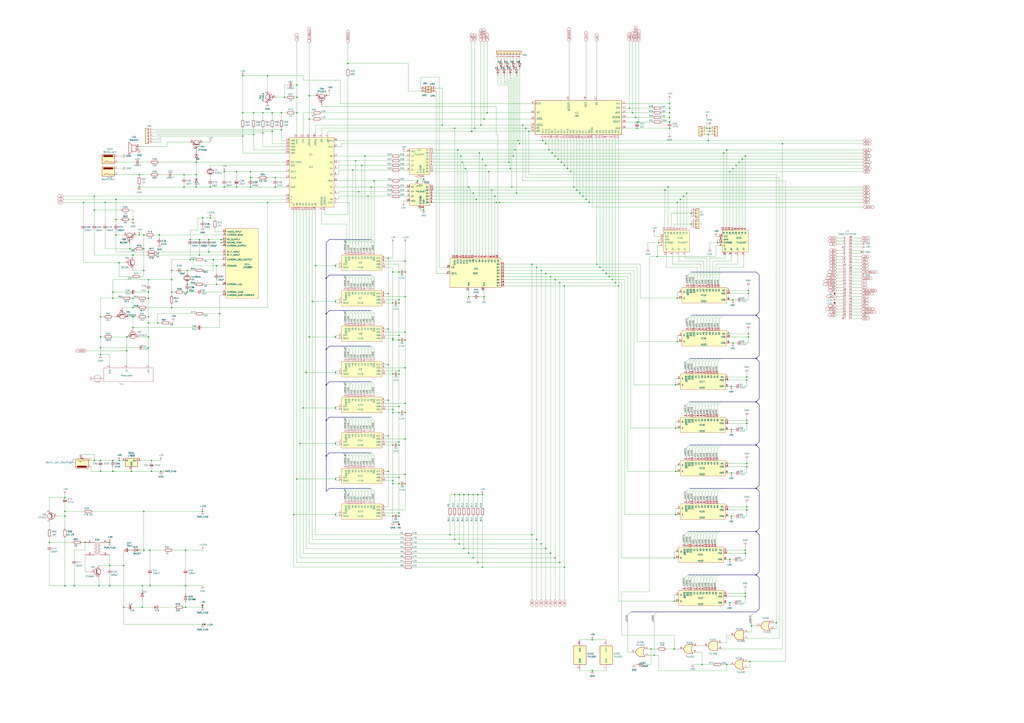
<source format=kicad_sch>
(kicad_sch (version 20250114) (generator "eeschema") (generator_version "9.0")
  (paper "A1")
  (title_block (title "ZX Spectrum 48K") (date "2026-02-08") (rev "3B") (company "Submeson Brain Corperation"))
  (junction (at 121.92 245.11))
  (junction (at 318.77 328.93))
  (junction (at 121.92 260.35))
  (junction (at 613.41 381))
  (junction (at 77.47 172.72))
  (junction (at 116.84 481.33))
  (junction (at 327.66 275.59))
  (junction (at 384.81 153.67))
  (junction (at 82.55 260.35))
  (junction (at 391.16 163.83))
  (junction (at 68.58 166.37))
  (junction (at 223.52 107.95))
  (junction (at 92.71 240.03))
  (junction (at 582.93 107.95))
  (junction (at 267.97 287.02))
  (junction (at 226.06 153.67))
  (junction (at 425.45 115.57))
  (junction (at 121.92 285.75))
  (junction (at 327.66 307.34))
  (junction (at 151.13 143.51))
  (junction (at 519.43 92.71))
  (junction (at 332.74 279.4))
  (junction (at 194.31 153.67))
  (junction (at 318.77 212.09))
  (junction (at 332.74 243.84))
  (junction (at 243.84 92.71))
  (junction (at 322.58 397.51))
  (junction (at 208.28 110.49))
  (junction (at 549.91 105.41))
  (junction (at 599.44 140.97))
  (junction (at 322.58 278.13))
  (junction (at 226.06 146.05))
  (junction (at 596.9 123.19))
  (junction (at 502.92 229.87))
  (junction (at 132.08 387.35))
  (junction (at 248.92 335.28))
  (junction (at 466.09 138.43))
  (junction (at 554.99 351.79))
  (junction (at 600.71 317.5))
  (junction (at 401.32 140.97))
  (junction (at 118.11 420.37))
  (junction (at 114.3 153.67))
  (junction (at 613.41 419.1))
  (junction (at 121.92 229.87))
  (junction (at 90.17 445.77))
  (junction (at 243.84 69.85))
  (junction (at 393.7 125.73))
  (junction (at 267.97 374.65))
  (junction (at 463.55 466.09))
  (junction (at 613.41 347.98))
  (junction (at 109.22 209.55))
  (junction (at 219.71 62.23))
  (junction (at 553.72 533.4))
  (junction (at 241.3 422.91))
  (junction (at 327.66 397.51))
  (junction (at 121.92 240.03))
  (junction (at 166.37 499.11))
  (junction (at 254 78.74))
  (junction (at 304.8 153.67))
  (junction (at 445.77 115.57))
  (junction (at 508 234.95))
  (junction (at 556.26 280.67))
  (junction (at 420.37 153.67))
  (junction (at 377.19 447.04))
  (junction (at 407.67 166.37))
  (junction (at 541.02 199.39))
  (junction (at 327.66 279.4))
  (junction (at 546.1 156.21))
  (junction (at 448.31 118.11))
  (junction (at 95.25 193.04))
  (junction (at 104.14 288.29))
  (junction (at 332.74 302.26))
  (junction (at 219.71 166.37))
  (junction (at 223.52 92.71))
  (junction (at 77.47 161.29))
  (junction (at 275.59 422.91))
  (junction (at 403.86 156.21))
  (junction (at 554.99 387.35))
  (junction (at 444.5 447.04))
  (junction (at 589.28 199.39))
  (junction (at 166.37 179.07))
  (junction (at 554.99 422.91))
  (junction (at 101.6 464.82))
  (junction (at 275.59 276.86))
  (junction (at 121.92 265.43))
  (junction (at 567.69 175.26))
  (junction (at 452.12 227.33))
  (junction (at 82.55 378.46))
  (junction (at 161.29 153.67))
  (junction (at 478.79 161.29))
  (junction (at 171.45 207.01))
  (junction (at 463.55 135.89))
  (junction (at 332.74 360.68))
  (junction (at 172.72 153.67))
  (junction (at 327.66 421.64))
  (junction (at 199.39 111.76))
  (junction (at 130.81 193.04))
  (junction (at 86.36 166.37))
  (junction (at 549.91 96.52))
  (junction (at 599.44 459.74))
  (junction (at 327.66 334.01))
  (junction (at 140.97 252.73))
  (junction (at 90.17 464.82))
  (junction (at 406.4 161.29))
  (junction (at 163.83 209.55))
  (junction (at 621.03 436.88))
  (junction (at 563.88 158.75))
  (junction (at 327.66 339.09))
  (junction (at 318.77 270.51))
  (junction (at 267.97 228.6))
  (junction (at 707.39 207.01))
  (junction (at 267.97 257.81))
  (junction (at 275.59 335.28))
  (junction (at 256.54 247.65))
  (junction (at 601.98 246.38))
  (junction (at 53.34 481.33))
  (junction (at 556.26 245.11))
  (junction (at 77.47 378.46))
  (junction (at 275.59 306.07))
  (junction (at 322.58 307.34))
  (junction (at 615.95 543.56))
  (junction (at 82.55 291.465))
  (junction (at 455.93 128.27))
  (junction (at 166.37 420.37))
  (junction (at 448.31 450.85))
  (junction (at 580.39 105.41))
  (junction (at 384.81 406.4))
  (junction (at 373.38 406.4))
  (junction (at 613.41 312.42))
  (junction (at 373.38 443.23))
  (junction (at 495.3 222.25))
  (junction (at 621.03 365.76))
  (junction (at 524.51 100.33))
  (junction (at 523.24 100.33))
  (junction (at 53.34 408.94))
  (junction (at 621.03 472.44))
  (junction (at 381 406.4))
  (junction (at 275.59 218.44))
  (junction (at 434.34 107.95))
  (junction (at 419.1 138.43))
  (junction (at 231.14 92.71))
  (junction (at 609.6 130.81))
  (junction (at 426.72 118.11))
  (junction (at 233.68 80.01))
  (junction (at 497.84 224.79))
  (junction (at 109.22 260.35))
  (junction (at 473.71 156.21))
  (junction (at 581.66 110.49))
  (junction (at 205.74 153.67))
  (junction (at 166.37 513.08))
  (junction (at 327.66 363.22))
  (junction (at 612.14 487.68))
  (junction (at 455.93 458.47))
  (junction (at 614.68 274.32))
  (junction (at 459.74 462.28))
  (junction (at 596.9 546.1))
  (junction (at 621.03 259.08))
  (junction (at 275.59 364.49))
  (junction (at 556.26 166.37))
  (junction (at 175.26 213.36))
  (junction (at 327.66 246.38))
  (junction (at 600.71 424.18))
  (junction (at 123.19 452.12))
  (junction (at 373.38 105.41))
  (junction (at 267.97 345.44))
  (junction (at 400.05 92.71))
  (junction (at 95.25 180.34))
  (junction (at 82.55 387.35))
  (junction (at 153.67 240.03))
  (junction (at 158.75 213.36))
  (junction (at 332.74 397.51))
  (junction (at 97.79 378.46))
  (junction (at 156.21 196.85))
  (junction (at 40.64 445.77))
  (junction (at 177.8 218.44))
  (junction (at 600.71 353.06))
  (junction (at 194.31 140.97))
  (junction (at 318.77 241.3))
  (junction (at 389.89 105.41))
  (junction (at 97.79 215.9))
  (junction (at 332.74 339.09))
  (junction (at 369.57 439.42))
  (junction (at 363.22 102.87))
  (junction (at 118.11 193.04))
  (junction (at 318.77 358.14))
  (junction (at 327.66 365.76))
  (junction (at 347.98 172.72))
  (junction (at 332.74 223.52))
  (junction (at 613.41 345.44))
  (junction (at 246.38 364.49))
  (junction (at 129.54 265.43))
  (junction (at 581.66 115.57))
  (junction (at 95.25 163.83))
  (junction (at 471.17 153.67))
  (junction (at 461.01 133.35))
  (junction (at 53.34 420.37))
  (junction (at 523.24 105.41))
  (junction (at 322.58 365.76))
  (junction (at 92.71 245.11))
  (junction (at 104.14 276.86))
  (junction (at 285.75 52.07))
  (junction (at 215.9 92.71))
  (junction (at 448.31 224.79))
  (junction (at 172.72 179.07))
  (junction (at 486.41 551.18))
  (junction (at 576.58 546.1))
  (junction (at 123.19 481.33))
  (junction (at 621.03 401.32))
  (junction (at 481.33 163.83))
  (junction (at 292.1 132.08))
  (junction (at 424.18 158.75))
  (junction (at 612.14 128.27))
  (junction (at 604.52 135.89))
  (junction (at 621.03 294.64))
  (junction (at 549.91 92.71))
  (junction (at 455.93 229.87))
  (junction (at 81.28 481.33))
  (junction (at 377.19 406.4))
  (junction (at 440.69 443.23))
  (junction (at 118.11 222.25))
  (junction (at 153.67 222.25))
  (junction (at 307.34 148.59))
  (junction (at 254 97.79))
  (junction (at 613.41 416.56))
  (junction (at 617.22 514.35))
  (junction (at 116.84 499.11))
  (junction (at 109.22 180.34))
  (junction (at 436.88 439.42))
  (junction (at 322.58 339.09))
  (junction (at 332.74 389.89))
  (junction (at 600.71 388.62))
  (junction (at 612.14 454.66))
  (junction (at 554.99 316.23))
  (junction (at 396.24 406.4))
  (junction (at 549.91 88.9))
  (junction (at 388.62 458.47))
  (junction (at 106.68 204.47))
  (junction (at 124.46 378.46))
  (junction (at 322.58 394.97))
  (junction (at 567.69 184.15))
  (junction (at 381 450.85))
  (junction (at 332.74 273.05))
  (junction (at 254 276.86))
  (junction (at 109.22 269.24))
  (junction (at 463.55 234.95))
  (junction (at 118.11 452.12))
  (junction (at 243.84 80.01))
  (junction (at 422.91 123.19))
  (junction (at 431.8 105.41))
  (junction (at 476.25 158.75))
  (junction (at 450.85 123.19))
  (junction (at 231.14 106.68))
  (junction (at 375.92 123.19))
  (junction (at 561.34 161.29))
  (junction (at 483.87 166.37))
  (junction (at 548.64 153.67))
  (junction (at 327.66 392.43))
  (junction (at 387.35 107.95))
  (junction (at 500.38 227.33))
  (junction (at 322.58 336.55))
  (junction (at 397.51 97.79))
  (junction (at 205.74 140.97))
  (junction (at 594.36 125.73))
  (junction (at 294.64 157.48))
  (junction (at 458.47 130.81))
  (junction (at 121.92 276.86))
  (junction (at 516.89 88.9))
  (junction (at 184.15 153.67))
  (junction (at 505.46 232.41))
  (junction (at 327.66 304.8))
  (junction (at 171.45 196.85))
  (junction (at 392.43 406.4))
  (junction (at 444.5 222.25))
  (junction (at 613.41 383.54))
  (junction (at 318.77 387.35))
  (junction (at 601.98 138.43))
  (junction (at 612.14 452.12))
  (junction (at 398.78 135.89))
  (junction (at 152.4 452.12))
  (junction (at 153.67 233.68))
  (junction (at 199.39 62.23))
  (junction (at 199.39 92.71))
  (junction (at 318.77 299.72))
  (junction (at 436.88 217.17))
  (junction (at 302.26 161.29))
  (junction (at 614.68 241.3))
  (junction (at 327.66 424.18))
  (junction (at 322.58 248.92))
  (junction (at 140.97 229.87))
  (junction (at 180.34 257.81))
  (junction (at 537.21 538.48))
  (junction (at 621.03 330.2))
  (junction (at 322.58 424.18))
  (junction (at 599.44 495.3))
  (junction (at 417.83 133.35))
  (junction (at 429.26 102.87))
  (junction (at 384.81 243.84))
  (junction (at 382.27 138.43))
  (junction (at 156.21 213.36))
  (junction (at 607.06 133.35))
  (junction (at 521.97 96.52))
  (junction (at 124.46 387.35))
  (junction (at 492.76 219.71))
  (junction (at 82.55 276.86))
  (junction (at 151.13 153.67))
  (junction (at 379.73 133.35))
  (junction (at 322.58 223.52))
  (junction (at 388.62 406.4))
  (junction (at 184.15 140.97))
  (junction (at 327.66 223.52))
  (junction (at 109.22 252.73))
  (junction (at 410.21 166.37))
  (junction (at 440.69 219.71))
  (junction (at 378.46 128.27))
  (junction (at 161.29 133.35))
  (junction (at 342.9 148.59))
  (junction (at 421.64 128.27))
  (junction (at 161.29 143.51))
  (junction (at 275.59 247.65))
  (junction (at 614.68 276.86))
  (junction (at 459.74 232.41))
  (junction (at 107.95 387.35))
  (junction (at 275.59 393.7))
  (junction (at 243.84 393.7))
  (junction (at 642.62 118.11))
  (junction (at 259.08 218.44))
  (junction (at 392.43 462.28))
  (junction (at 109.22 245.11))
  (junction (at 558.8 163.83))
  (junction (at 92.71 378.46))
  (junction (at 322.58 279.4))
  (junction (at 453.39 125.73))
  (junction (at 140.97 240.03))
  (junction (at 613.41 309.88))
  (junction (at 82.55 285.75))
  (junction (at 637.54 511.81))
  (junction (at 181.61 199.39))
  (junction (at 152.4 499.11))
  (junction (at 140.97 222.25))
  (junction (at 215.9 109.22))
  (junction (at 289.56 139.7))
  (junction (at 388.62 158.75))
  (junction (at 452.12 454.66))
  (junction (at 553.72 494.03))
  (junction (at 396.24 466.09))
  (junction (at 297.18 135.89))
  (junction (at 490.22 217.17))
  (junction (at 327.66 248.92))
  (junction (at 181.61 196.85))
  (junction (at 384.81 454.66))
  (junction (at 60.96 481.33))
  (junction (at 612.14 490.22))
  (junction (at 114.3 193.04))
  (junction (at 601.98 281.94))
  (junction (at 92.71 387.35))
  (junction (at 53.34 424.18))
  (junction (at 332.74 331.47))
  (junction (at 549.91 100.33))
  (junction (at 486.41 525.78))
  (junction (at 553.72 458.47))
  (junction (at 534.67 533.4))
  (junction (at 539.75 210.82))
  (junction (at 394.97 102.87))
  (junction (at 90.17 481.33))
  (junction (at 332.74 214.63))
  (junction (at 177.8 233.68))
  (junction (at 69.85 445.77))
  (junction (at 114.3 143.51))
  (junction (at 267.97 316.23))
  (junction (at 397.51 243.84))
  (junction (at 549.91 85.09))
  (junction (at 118.11 204.47))
  (junction (at 152.4 481.33))
  (junction (at 299.72 128.27))
  (junction (at 347.98 147.32))
  (junction (at 101.6 499.11))
  (junction (at 396.24 130.81))
  (junction (at 205.74 146.05))
  (junction (at 468.63 140.97))
  (junction (at 208.28 92.71))
  (junction (at 614.68 238.76))
  (junction (at 251.46 306.07))
  (junction (at 163.83 196.85))
  (junction (at 582.93 105.41))
  (no_connect (at 692.15 203.2))
  (no_connect (at 692.15 261.62))
  (bus_entry (at 580.39 261.62) (size 2.54 -2.54))
  (bus_entry (at 284.48 255.27) (size 2.54 2.54))
  (bus_entry (at 294.64 284.48) (size 2.54 2.54))
  (bus_entry (at 586.74 403.86) (size 2.54 -2.54))
  (bus_entry (at 580.39 474.98) (size 2.54 -2.54))
  (bus_entry (at 289.56 342.9) (size 2.54 2.54))
  (bus_entry (at 570.23 261.62) (size 2.54 -2.54))
  (bus_entry (at 584.2 368.3) (size 2.54 -2.54))
  (bus_entry (at 565.15 226.06) (size 2.54 -2.54))
  (bus_entry (at 563.88 368.3) (size 2.54 -2.54))
  (bus_entry (at 566.42 332.74) (size 2.54 -2.54))
  (bus_entry (at 289.56 255.27) (size 2.54 2.54))
  (bus_entry (at 289.56 284.48) (size 2.54 2.54))
  (bus_entry (at 289.56 401.32) (size 2.54 2.54))
  (bus_entry (at 588.01 474.98) (size 2.54 -2.54))
  (bus_entry (at 574.04 297.18) (size 2.54 -2.54))
  (bus_entry (at 287.02 226.06) (size 2.54 2.54))
  (bus_entry (at 580.39 439.42) (size 2.54 -2.54))
  (bus_entry (at 567.69 226.06) (size 2.54 -2.54))
  (bus_entry (at 586.74 368.3) (size 2.54 -2.54))
  (bus_entry (at 584.2 332.74) (size 2.54 -2.54))
  (bus_entry (at 575.31 261.62) (size 2.54 -2.54))
  (bus_entry (at 566.42 297.18) (size 2.54 -2.54))
  (bus_entry (at 299.72 342.9) (size 2.54 2.54))
  (bus_entry (at 563.88 403.86) (size 2.54 -2.54))
  (bus_entry (at 582.93 261.62) (size 2.54 -2.54))
  (bus_entry (at 294.64 196.85) (size 2.54 2.54))
  (bus_entry (at 576.58 368.3) (size 2.54 -2.54))
  (bus_entry (at 568.96 332.74) (size 2.54 -2.54))
  (bus_entry (at 589.28 403.86) (size 2.54 -2.54))
  (bus_entry (at 562.61 439.42) (size 2.54 -2.54))
  (bus_entry (at 304.8 284.48) (size 2.54 2.54))
  (bus_entry (at 281.94 196.85) (size 2.54 2.54))
  (bus_entry (at 287.02 372.11) (size 2.54 2.54))
  (bus_entry (at 284.48 342.9) (size 2.54 2.54))
  (bus_entry (at 294.64 226.06) (size 2.54 2.54))
  (bus_entry (at 590.55 226.06) (size 2.54 -2.54))
  (bus_entry (at 299.72 226.06) (size 2.54 2.54))
  (bus_entry (at 575.31 226.06) (size 2.54 -2.54))
  (bus_entry (at 579.12 297.18) (size 2.54 -2.54))
  (bus_entry (at 292.1 196.85) (size 2.54 2.54))
  (bus_entry (at 297.18 226.06) (size 2.54 2.54))
  (bus_entry (at 281.94 284.48) (size 2.54 2.54))
  (bus_entry (at 572.77 439.42) (size 2.54 -2.54))
  (bus_entry (at 302.26 255.27) (size 2.54 2.54))
  (bus_entry (at 576.58 403.86) (size 2.54 -2.54))
  (bus_entry (at 581.66 368.3) (size 2.54 -2.54))
  (bus_entry (at 302.26 284.48) (size 2.54 2.54))
  (bus_entry (at 575.31 474.98) (size 2.54 -2.54))
  (bus_entry (at 281.94 342.9) (size 2.54 2.54))
  (bus_entry (at 284.48 313.69) (size 2.54 2.54))
  (bus_entry (at 299.72 401.32) (size 2.54 2.54))
  (bus_entry (at 574.04 332.74) (size 2.54 -2.54))
  (bus_entry (at 284.48 401.32) (size 2.54 2.54))
  (bus_entry (at 284.48 196.85) (size 2.54 2.54))
  (bus_entry (at 302.26 226.06) (size 2.54 2.54))
  (bus_entry (at 297.18 196.85) (size 2.54 2.54))
  (bus_entry (at 579.12 403.86) (size 2.54 -2.54))
  (bus_entry (at 297.18 313.69) (size 2.54 2.54))
  (bus_entry (at 584.2 403.86) (size 2.54 -2.54))
  (bus_entry (at 294.64 313.69) (size 2.54 2.54))
  (bus_entry (at 304.8 255.27) (size 2.54 2.54))
  (bus_entry (at 287.02 196.85) (size 2.54 2.54))
  (bus_entry (at 572.77 226.06) (size 2.54 -2.54))
  (bus_entry (at 567.69 439.42) (size 2.54 -2.54))
  (bus_entry (at 581.66 332.74) (size 2.54 -2.54))
  (bus_entry (at 304.8 313.69) (size 2.54 2.54))
  (bus_entry (at 299.72 255.27) (size 2.54 2.54))
  (bus_entry (at 572.77 261.62) (size 2.54 -2.54))
  (bus_entry (at 302.26 372.11) (size 2.54 2.54))
  (bus_entry (at 287.02 255.27) (size 2.54 2.54))
  (bus_entry (at 582.93 439.42) (size 2.54 -2.54))
  (bus_entry (at 563.88 332.74) (size 2.54 -2.54))
  (bus_entry (at 585.47 261.62) (size 2.54 -2.54))
  (bus_entry (at 299.72 313.69) (size 2.54 2.54))
  (bus_entry (at 292.1 313.69) (size 2.54 2.54))
  (bus_entry (at 565.15 261.62) (size 2.54 -2.54))
  (bus_entry (at 568.96 403.86) (size 2.54 -2.54))
  (bus_entry (at 304.8 401.32) (size 2.54 2.54))
  (bus_entry (at 570.23 226.06) (size 2.54 -2.54))
  (bus_entry (at 289.56 313.69) (size 2.54 2.54))
  (bus_entry (at 294.64 342.9) (size 2.54 2.54))
  (bus_entry (at 304.8 196.85) (size 2.54 2.54))
  (bus_entry (at 567.69 474.98) (size 2.54 -2.54))
  (bus_entry (at 571.5 332.74) (size 2.54 -2.54))
  (bus_entry (at 590.55 261.62) (size 2.54 -2.54))
  (bus_entry (at 302.26 196.85) (size 2.54 2.54))
  (bus_entry (at 589.28 368.3) (size 2.54 -2.54))
  (bus_entry (at 284.48 372.11) (size 2.54 2.54))
  (bus_entry (at 589.28 297.18) (size 2.54 -2.54))
  (bus_entry (at 292.1 342.9) (size 2.54 2.54))
  (bus_entry (at 566.42 403.86) (size 2.54 -2.54))
  (bus_entry (at 582.93 226.06) (size 2.54 -2.54))
  (bus_entry (at 292.1 401.32) (size 2.54 2.54))
  (bus_entry (at 299.72 372.11) (size 2.54 2.54))
  (bus_entry (at 281.94 255.27) (size 2.54 2.54))
  (bus_entry (at 588.01 226.06) (size 2.54 -2.54))
  (bus_entry (at 302.26 342.9) (size 2.54 2.54))
  (bus_entry (at 568.96 368.3) (size 2.54 -2.54))
  (bus_entry (at 576.58 297.18) (size 2.54 -2.54))
  (bus_entry (at 294.64 401.32) (size 2.54 2.54))
  (bus_entry (at 580.39 226.06) (size 2.54 -2.54))
  (bus_entry (at 589.28 332.74) (size 2.54 -2.54))
  (bus_entry (at 289.56 372.11) (size 2.54 2.54))
  (bus_entry (at 304.8 372.11) (size 2.54 2.54))
  (bus_entry (at 297.18 401.32) (size 2.54 2.54))
  (bus_entry (at 571.5 403.86) (size 2.54 -2.54))
  (bus_entry (at 297.18 284.48) (size 2.54 2.54))
  (bus_entry (at 297.18 342.9) (size 2.54 2.54))
  (bus_entry (at 297.18 372.11) (size 2.54 2.54))
  (bus_entry (at 302.26 313.69) (size 2.54 2.54))
  (bus_entry (at 284.48 284.48) (size 2.54 2.54))
  (bus_entry (at 577.85 226.06) (size 2.54 -2.54))
  (bus_entry (at 577.85 474.98) (size 2.54 -2.54))
  (bus_entry (at 585.47 439.42) (size 2.54 -2.54))
  (bus_entry (at 281.94 226.06) (size 2.54 2.54))
  (bus_entry (at 562.61 474.98) (size 2.54 -2.54))
  (bus_entry (at 577.85 261.62) (size 2.54 -2.54))
  (bus_entry (at 292.1 284.48) (size 2.54 2.54))
  (bus_entry (at 287.02 342.9) (size 2.54 2.54))
  (bus_entry (at 304.8 226.06) (size 2.54 2.54))
  (bus_entry (at 586.74 297.18) (size 2.54 -2.54))
  (bus_entry (at 289.56 196.85) (size 2.54 2.54))
  (bus_entry (at 582.93 474.98) (size 2.54 -2.54))
  (bus_entry (at 515.62 505.46) (size 2.54 -2.54))
  (bus_entry (at 287.02 284.48) (size 2.54 2.54))
  (bus_entry (at 588.01 439.42) (size 2.54 -2.54))
  (bus_entry (at 292.1 255.27) (size 2.54 2.54))
  (bus_entry (at 572.77 474.98) (size 2.54 -2.54))
  (bus_entry (at 571.5 297.18) (size 2.54 -2.54))
  (bus_entry (at 567.69 261.62) (size 2.54 -2.54))
  (bus_entry (at 284.48 226.06) (size 2.54 2.54))
  (bus_entry (at 287.02 313.69) (size 2.54 2.54))
  (bus_entry (at 568.96 297.18) (size 2.54 -2.54))
  (bus_entry (at 299.72 196.85) (size 2.54 2.54))
  (bus_entry (at 574.04 403.86) (size 2.54 -2.54))
  (bus_entry (at 289.56 226.06) (size 2.54 2.54))
  (bus_entry (at 579.12 368.3) (size 2.54 -2.54))
  (bus_entry (at 570.23 439.42) (size 2.54 -2.54))
  (bus_entry (at 576.58 332.74) (size 2.54 -2.54))
  (bus_entry (at 297.18 255.27) (size 2.54 2.54))
  (bus_entry (at 574.04 368.3) (size 2.54 -2.54))
  (bus_entry (at 579.12 332.74) (size 2.54 -2.54))
  (bus_entry (at 299.72 284.48) (size 2.54 2.54))
  (bus_entry (at 302.26 401.32) (size 2.54 2.54))
  (bus_entry (at 586.74 332.74) (size 2.54 -2.54))
  (bus_entry (at 537.21 505.46) (size 2.54 -2.54))
  (bus_entry (at 563.88 297.18) (size 2.54 -2.54))
  (bus_entry (at 575.31 439.42) (size 2.54 -2.54))
  (bus_entry (at 581.66 403.86) (size 2.54 -2.54))
  (bus_entry (at 585.47 474.98) (size 2.54 -2.54))
  (bus_entry (at 281.94 372.11) (size 2.54 2.54))
  (bus_entry (at 565.15 439.42) (size 2.54 -2.54))
  (bus_entry (at 617.22 505.46) (size 2.54 -2.54))
  (bus_entry (at 588.01 261.62) (size 2.54 -2.54))
  (bus_entry (at 571.5 368.3) (size 2.54 -2.54))
  (bus_entry (at 584.2 297.18) (size 2.54 -2.54))
  (bus_entry (at 577.85 439.42) (size 2.54 -2.54))
  (bus_entry (at 585.47 226.06) (size 2.54 -2.54))
  (bus_entry (at 570.23 474.98) (size 2.54 -2.54))
  (bus_entry (at 581.66 297.18) (size 2.54 -2.54))
  (bus_entry (at 281.94 401.32) (size 2.54 2.54))
  (bus_entry (at 565.15 474.98) (size 2.54 -2.54))
  (bus_entry (at 294.64 372.11) (size 2.54 2.54))
  (bus_entry (at 292.1 372.11) (size 2.54 2.54))
  (bus_entry (at 566.42 368.3) (size 2.54 -2.54))
  (bus_entry (at 287.02 401.32) (size 2.54 2.54))
  (bus_entry (at 281.94 313.69) (size 2.54 2.54))
  (bus_entry (at 292.1 226.06) (size 2.54 2.54))
  (bus_entry (at 304.8 342.9) (size 2.54 2.54))
  (bus_entry (at 294.64 255.27) (size 2.54 2.54))
  (wire (pts (xy 251.46 450.85) (xy 251.46 306.07)))
  (wire (pts (xy 118.11 204.47) (xy 118.11 193.04)))
  (wire (pts (xy 455.93 492.76) (xy 455.93 458.47)))
  (wire (pts (xy 101.6 215.9) (xy 97.79 215.9)))
  (wire (pts (xy 355.6 158.75) (xy 388.62 158.75)))
  (wire (pts (xy 151.13 146.05) (xy 151.13 143.51)))
  (bus (pts (xy 281.94 342.9) (xy 284.48 342.9)))
  (wire (pts (xy 384.81 243.84) (xy 388.62 243.84)))
  (wire (pts (xy 156.21 196.85) (xy 156.21 189.23)))
  (wire (pts (xy 275.59 422.91) (xy 275.59 421.64)))
  (wire (pts (xy 241.3 422.91) (xy 275.59 422.91)))
  (wire (pts (xy 419.1 54.61) (xy 419.1 48.26)))
  (wire (pts (xy 40.64 408.94) (xy 40.64 419.1)))
  (wire (pts (xy 287.02 316.23) (xy 287.02 323.85)))
  (wire (pts (xy 373.38 443.23) (xy 440.69 443.23)))
  (wire (pts (xy 125.73 106.68) (xy 231.14 106.68)))
  (bus (pts (xy 287.02 342.9) (xy 289.56 342.9)))
  (wire (pts (xy 151.13 153.67) (xy 151.13 151.13)))
  (wire (pts (xy 275.59 394.97) (xy 275.59 393.7)))
  (wire (pts (xy 82.55 291.465) (xy 90.17 291.465)))
  (wire (pts (xy 600.71 424.18) (xy 603.25 424.18)))
  (wire (pts (xy 554.99 453.39) (xy 553.72 453.39)))
  (wire (pts (xy 388.62 416.56) (xy 388.62 406.4)))
  (wire (pts (xy 254 97.79) (xy 256.54 97.79)))
  (wire (pts (xy 389.89 105.41) (xy 373.38 105.41)))
  (wire (pts (xy 278.13 219.71) (xy 275.59 219.71)))
  (wire (pts (xy 581.66 304.8) (xy 581.66 297.18)))
  (wire (pts (xy 294.64 157.48) (xy 278.13 157.48)))
  (wire (pts (xy 269.24 107.95) (xy 387.35 107.95)))
  (wire (pts (xy 194.31 147.32) (xy 194.31 140.97)))
  (wire (pts (xy 553.72 533.4) (xy 547.37 533.4)))
  (bus (pts (xy 281.94 284.48) (xy 284.48 284.48)))
  (wire (pts (xy 556.26 245.11) (xy 557.53 245.11)))
  (wire (pts (xy 566.42 411.48) (xy 566.42 403.86)))
  (bus (pts (xy 281.94 196.85) (xy 284.48 196.85)))
  (wire (pts (xy 377.19 416.56) (xy 377.19 406.4)))
  (wire (pts (xy 539.75 210.82) (xy 533.4 210.82)))
  (wire (pts (xy 358.14 224.79) (xy 367.03 224.79)))
  (wire (pts (xy 256.54 443.23) (xy 256.54 247.65)))
  (wire (pts (xy 408.94 165.1) (xy 408.94 110.49)))
  (wire (pts (xy 381 406.4) (xy 384.81 406.4)))
  (wire (pts (xy 468.63 140.97) (xy 468.63 114.3)))
  (wire (pts (xy 106.68 172.72) (xy 109.22 172.72)))
  (wire (pts (xy 613.41 416.56) (xy 613.41 412.75)))
  (wire (pts (xy 327.66 363.22) (xy 327.66 365.76)))
  (wire (pts (xy 302.26 196.85) (xy 302.26 199.39)))
  (wire (pts (xy 556.26 166.37) (xy 556.26 186.69)))
  (wire (pts (xy 172.72 153.67) (xy 172.72 152.4)))
  (wire (pts (xy 270.51 78.74) (xy 270.51 76.2)))
  (wire (pts (xy 77.47 209.55) (xy 77.47 189.23)))
  (bus (pts (xy 623.57 469.9) (xy 621.03 472.44)))
  (wire (pts (xy 275.59 424.18) (xy 275.59 422.91)))
  (wire (pts (xy 152.4 467.36) (xy 152.4 452.12)))
  (wire (pts (xy 384.81 238.76) (xy 384.81 243.84)))
  (wire (pts (xy 304.8 153.67) (xy 304.8 196.85)))
  (wire (pts (xy 223.52 107.95) (xy 223.52 118.11)))
  (bus (pts (xy 577.85 436.88) (xy 580.39 436.88)))
  (wire (pts (xy 114.3 276.86) (xy 121.92 276.86)))
  (wire (pts (xy 327.66 217.17) (xy 327.66 223.52)))
  (wire (pts (xy 497.84 224.79) (xy 497.84 114.3)))
  (wire (pts (xy 521.97 34.29) (xy 521.97 96.52)))
  (wire (pts (xy 275.59 247.65) (xy 275.59 246.38)))
  (wire (pts (xy 275.59 364.49) (xy 275.59 363.22)))
  (bus (pts (xy 267.97 287.02) (xy 267.97 316.23)))
  (wire (pts (xy 123.19 452.12) (xy 123.19 467.36)))
  (wire (pts (xy 90.17 481.33) (xy 90.17 472.44)))
  (wire (pts (xy 687.07 223.52) (xy 692.15 223.52)))
  (wire (pts (xy 77.47 161.29) (xy 52.07 161.29)))
  (wire (pts (xy 74.93 387.35) (xy 82.55 387.35)))
  (wire (pts (xy 321.31 148.59) (xy 307.34 148.59)))
  (wire (pts (xy 184.15 153.67) (xy 172.72 153.67)))
  (wire (pts (xy 455.93 128.27) (xy 455.93 114.3)))
  (bus (pts (xy 590.55 472.44) (xy 621.03 472.44)))
  (wire (pts (xy 251.46 306.07) (xy 275.59 306.07)))
  (wire (pts (xy 172.72 135.89) (xy 172.72 137.16)))
  (wire (pts (xy 708.66 130.81) (xy 609.6 130.81)))
  (wire (pts (xy 556.26 166.37) (xy 708.66 166.37)))
  (wire (pts (xy 316.23 419.1) (xy 332.74 419.1)))
  (wire (pts (xy 297.18 135.89) (xy 321.31 135.89)))
  (wire (pts (xy 182.88 190.5) (xy 176.53 190.5)))
  (wire (pts (xy 297.18 374.65) (xy 297.18 382.27)))
  (wire (pts (xy 520.7 222.25) (xy 495.3 222.25)))
  (wire (pts (xy 129.54 111.76) (xy 129.54 109.22)))
  (wire (pts (xy 416.56 66.04) (xy 421.64 66.04)))
  (wire (pts (xy 110.49 133.35) (xy 96.52 133.35)))
  (wire (pts (xy 304.8 287.02) (xy 304.8 294.64)))
  (wire (pts (xy 537.21 538.48) (xy 541.02 538.48)))
  (wire (pts (xy 254 78.74) (xy 254 35.56)))
  (wire (pts (xy 614.68 238.76) (xy 614.68 234.95)))
  (wire (pts (xy 302.26 316.23) (xy 302.26 323.85)))
  (wire (pts (xy 553.72 453.39) (xy 553.72 458.47)))
  (bus (pts (xy 289.56 284.48) (xy 292.1 284.48)))
  (wire (pts (xy 243.84 393.7) (xy 275.59 393.7)))
  (wire (pts (xy 369.57 406.4) (xy 373.38 406.4)))
  (wire (pts (xy 345.44 147.32) (xy 347.98 147.32)))
  (bus (pts (xy 588.01 223.52) (xy 590.55 223.52)))
  (bus (pts (xy 294.64 313.69) (xy 297.18 313.69)))
  (wire (pts (xy 565.15 269.24) (xy 565.15 261.62)))
  (wire (pts (xy 548.64 153.67) (xy 548.64 186.69)))
  (wire (pts (xy 450.85 123.19) (xy 450.85 114.3)))
  (wire (pts (xy 598.17 309.88) (xy 613.41 309.88)))
  (wire (pts (xy 642.62 533.4) (xy 593.09 533.4)))
  (wire (pts (xy 556.26 316.23) (xy 554.99 316.23)))
  (wire (pts (xy 334.01 128.27) (xy 328.93 128.27)))
  (wire (pts (xy 596.9 123.19) (xy 708.66 123.19)))
  (bus (pts (xy 568.96 365.76) (xy 571.5 365.76)))
  (bus (pts (xy 623.57 327.66) (xy 621.03 330.2)))
  (wire (pts (xy 369.57 439.42) (xy 369.57 424.18)))
  (wire (pts (xy 435.61 97.79) (xy 397.51 97.79)))
  (wire (pts (xy 124.46 499.11) (xy 116.84 499.11)))
  (wire (pts (xy 327.66 397.51) (xy 327.66 421.64)))
  (wire (pts (xy 331.47 439.42) (xy 259.08 439.42)))
  (wire (pts (xy 331.47 454.66) (xy 248.92 454.66)))
  (wire (pts (xy 328.93 153.67) (xy 334.01 153.67)))
  (wire (pts (xy 614.68 274.32) (xy 614.68 270.51)))
  (wire (pts (xy 577.85 482.6) (xy 577.85 474.98)))
  (wire (pts (xy 411.48 57.15) (xy 411.48 68.58)))
  (wire (pts (xy 596.9 528.32) (xy 593.09 528.32)))
  (wire (pts (xy 161.29 153.67) (xy 151.13 153.67)))
  (wire (pts (xy 490.22 217.17) (xy 436.88 217.17)))
  (wire (pts (xy 394.97 102.87) (xy 363.22 102.87)))
  (wire (pts (xy 332.74 331.47) (xy 332.74 339.09)))
  (bus (pts (xy 585.47 436.88) (xy 588.01 436.88)))
  (wire (pts (xy 571.5 340.36) (xy 571.5 332.74)))
  (wire (pts (xy 180.34 242.57) (xy 180.34 257.81)))
  (wire (pts (xy 554.99 387.35) (xy 515.62 387.35)))
  (wire (pts (xy 156.21 213.36) (xy 158.75 213.36)))
  (wire (pts (xy 302.26 161.29) (xy 321.31 161.29)))
  (wire (pts (xy 215.9 97.79) (xy 215.9 92.71)))
  (wire (pts (xy 421.64 49.53) (xy 421.64 48.26)))
  (wire (pts (xy 142.24 265.43) (xy 142.24 264.16)))
  (wire (pts (xy 219.71 166.37) (xy 86.36 166.37)))
  (wire (pts (xy 599.44 276.86) (xy 614.68 276.86)))
  (bus (pts (xy 270.51 372.11) (xy 281.94 372.11)))
  (wire (pts (xy 408.94 62.23) (xy 408.94 69.85)))
  (wire (pts (xy 556.26 280.67) (xy 523.24 280.67)))
  (wire (pts (xy 523.24 219.71) (xy 492.76 219.71)))
  (wire (pts (xy 448.31 450.85) (xy 448.31 224.79)))
  (wire (pts (xy 69.85 445.77) (xy 69.85 452.12)))
  (wire (pts (xy 567.69 184.15) (xy 567.69 186.69)))
  (bus (pts (xy 294.64 372.11) (xy 297.18 372.11)))
  (wire (pts (xy 508 114.3) (xy 508 234.95)))
  (wire (pts (xy 331.47 443.23) (xy 256.54 443.23)))
  (wire (pts (xy 570.23 482.6) (xy 570.23 474.98)))
  (wire (pts (xy 541.02 538.48) (xy 541.02 551.18)))
  (wire (pts (xy 77.47 161.29) (xy 77.47 172.72)))
  (wire (pts (xy 549.91 105.41) (xy 549.91 110.49)))
  (wire (pts (xy 259.08 102.87) (xy 259.08 110.49)))
  (wire (pts (xy 243.84 80.01) (xy 243.84 69.85)))
  (bus (pts (xy 577.85 259.08) (xy 580.39 259.08)))
  (wire (pts (xy 114.3 143.51) (xy 96.52 143.51)))
  (bus (pts (xy 539.75 502.92) (xy 619.76 502.92)))
  (wire (pts (xy 82.55 378.46) (xy 92.71 378.46)))
  (wire (pts (xy 431.8 146.05) (xy 640.08 146.05)))
  (wire (pts (xy 590.55 226.06) (xy 590.55 233.68)))
  (wire (pts (xy 328.93 148.59) (xy 342.9 148.59)))
  (wire (pts (xy 436.88 439.42) (xy 436.88 217.17)))
  (wire (pts (xy 231.14 106.68) (xy 231.14 115.57)))
  (wire (pts (xy 53.34 424.18) (xy 53.34 434.34)))
  (wire (pts (xy 254 172.72) (xy 254 276.86)))
  (wire (pts (xy 476.25 158.75) (xy 476.25 114.3)))
  (wire (pts (xy 130.81 193.04) (xy 127 193.04)))
  (wire (pts (xy 699.77 246.38) (xy 707.39 246.38)))
  (wire (pts (xy 612.14 454.66) (xy 612.14 459.74)))
  (wire (pts (xy 59.69 445.77) (xy 40.64 445.77)))
  (wire (pts (xy 152.4 499.11) (xy 166.37 499.11)))
  (wire (pts (xy 158.75 218.44) (xy 158.75 213.36)))
  (wire (pts (xy 431.8 105.41) (xy 431.8 146.05)))
  (wire (pts (xy 589.28 411.48) (xy 589.28 403.86)))
  (wire (pts (xy 92.71 378.46) (xy 97.79 378.46)))
  (wire (pts (xy 563.88 304.8) (xy 563.88 297.18)))
  (wire (pts (xy 414.02 219.71) (xy 440.69 219.71)))
  (wire (pts (xy 322.58 248.92) (xy 316.23 248.92)))
  (bus (pts (xy 292.1 401.32) (xy 294.64 401.32)))
  (wire (pts (xy 448.31 114.3) (xy 448.31 118.11)))
  (bus (pts (xy 292.1 372.11) (xy 294.64 372.11)))
  (wire (pts (xy 613.41 383.54) (xy 613.41 381)))
  (wire (pts (xy 130.81 110.49) (xy 208.28 110.49)))
  (wire (pts (xy 287.02 287.02) (xy 287.02 294.64)))
  (wire (pts (xy 514.35 96.52) (xy 521.97 96.52)))
  (wire (pts (xy 424.18 62.23) (xy 425.45 62.23)))
  (wire (pts (xy 355.6 140.97) (xy 401.32 140.97)))
  (wire (pts (xy 284.48 184.15) (xy 284.48 196.85)))
  (wire (pts (xy 95.25 184.15) (xy 95.25 180.34)))
  (wire (pts (xy 289.56 374.65) (xy 289.56 382.27)))
  (wire (pts (xy 543.56 88.9) (xy 549.91 88.9)))
  (wire (pts (xy 246.38 172.72) (xy 246.38 364.49)))
  (wire (pts (xy 401.32 140.97) (xy 468.63 140.97)))
  (wire (pts (xy 708.66 135.89) (xy 604.52 135.89)))
  (wire (pts (xy 377.19 447.04) (xy 444.5 447.04)))
  (wire (pts (xy 161.29 143.51) (xy 161.29 144.78)))
  (wire (pts (xy 278.13 248.92) (xy 275.59 248.92)))
  (wire (pts (xy 132.08 116.84) (xy 132.08 111.76)))
  (wire (pts (xy 589.28 304.8) (xy 589.28 297.18)))
  (bus (pts (xy 590.55 223.52) (xy 593.09 223.52)))
  (wire (pts (xy 581.66 110.49) (xy 582.93 110.49)))
  (wire (pts (xy 388.62 406.4) (xy 392.43 406.4)))
  (wire (pts (xy 379.73 133.35) (xy 417.83 133.35)))
  (wire (pts (xy 342.9 146.05) (xy 342.9 148.59)))
  (wire (pts (xy 114.3 143.51) (xy 123.19 143.51)))
  (bus (pts (xy 299.72 255.27) (xy 302.26 255.27)))
  (wire (pts (xy 486.41 114.3) (xy 486.41 170.18)))
  (bus (pts (xy 299.72 313.69) (xy 302.26 313.69)))
  (wire (pts (xy 167.64 222.25) (xy 175.26 222.25)))
  (bus (pts (xy 623.57 226.06) (xy 623.57 256.54)))
  (wire (pts (xy 339.09 447.04) (xy 377.19 447.04)))
  (wire (pts (xy 275.59 421.64) (xy 278.13 421.64)))
  (wire (pts (xy 161.29 133.35) (xy 161.29 132.08)))
  (wire (pts (xy 463.55 135.89) (xy 463.55 114.3)))
  (wire (pts (xy 139.7 265.43) (xy 142.24 265.43)))
  (wire (pts (xy 241.3 422.91) (xy 241.3 466.09)))
  (wire (pts (xy 294.64 228.6) (xy 294.64 236.22)))
  (wire (pts (xy 613.41 309.88) (xy 613.41 306.07)))
  (bus (pts (xy 270.51 226.06) (xy 281.94 226.06)))
  (wire (pts (xy 429.26 102.87) (xy 394.97 102.87)))
  (bus (pts (xy 297.18 342.9) (xy 299.72 342.9)))
  (wire (pts (xy 182.88 218.44) (xy 177.8 218.44)))
  (bus (pts (xy 267.97 199.39) (xy 267.97 228.6)))
  (wire (pts (xy 576.58 375.92) (xy 576.58 368.3)))
  (wire (pts (xy 687.07 248.92) (xy 692.15 248.92)))
  (wire (pts (xy 561.34 186.69) (xy 561.34 161.29)))
  (bus (pts (xy 586.74 365.76) (xy 589.28 365.76)))
  (wire (pts (xy 254 110.49) (xy 254 97.79)))
  (wire (pts (xy 692.15 233.68) (xy 687.07 233.68)))
  (wire (pts (xy 104.14 288.29) (xy 71.12 288.29)))
  (wire (pts (xy 445.77 115.57) (xy 581.66 115.57)))
  (wire (pts (xy 598.17 388.62) (xy 600.71 388.62)))
  (wire (pts (xy 304.8 153.67) (xy 321.31 153.67)))
  (wire (pts (xy 101.6 513.08) (xy 166.37 513.08)))
  (wire (pts (xy 104.14 299.72) (xy 104.14 288.29)))
  (bus (pts (xy 292.1 342.9) (xy 294.64 342.9)))
  (wire (pts (xy 284.48 287.02) (xy 284.48 294.64)))
  (wire (pts (xy 166.37 179.07) (xy 172.72 179.07)))
  (wire (pts (xy 608.33 317.5) (xy 613.41 317.5)))
  (wire (pts (xy 163.83 209.55) (xy 163.83 201.93)))
  (wire (pts (xy 40.64 448.31) (xy 40.64 445.77)))
  (wire (pts (xy 563.88 411.48) (xy 563.88 403.86)))
  (wire (pts (xy 600.71 214.63) (xy 600.71 209.55)))
  (bus (pts (xy 591.82 401.32) (xy 621.03 401.32)))
  (wire (pts (xy 322.58 397.51) (xy 322.58 424.18)))
  (wire (pts (xy 513.08 422.91) (xy 513.08 229.87)))
  (wire (pts (xy 570.23 447.04) (xy 570.23 439.42)))
  (wire (pts (xy 307.34 345.44) (xy 307.34 353.06)))
  (wire (pts (xy 246.38 364.49) (xy 275.59 364.49)))
  (bus (pts (xy 590.55 436.88) (xy 621.03 436.88)))
  (wire (pts (xy 520.7 316.23) (xy 520.7 222.25)))
  (wire (pts (xy 590.55 199.39) (xy 589.28 199.39)))
  (wire (pts (xy 92.71 276.86) (xy 104.14 276.86)))
  (wire (pts (xy 513.08 229.87) (xy 502.92 229.87)))
  (bus (pts (xy 572.77 259.08) (xy 575.31 259.08)))
  (wire (pts (xy 152.4 481.33) (xy 152.4 472.44)))
  (wire (pts (xy 114.3 144.78) (xy 114.3 143.51)))
  (wire (pts (xy 575.31 217.17) (xy 575.31 223.52)))
  (bus (pts (xy 621.03 330.2) (xy 623.57 332.74)))
  (wire (pts (xy 280.67 118.11) (xy 280.67 120.65)))
  (bus (pts (xy 623.57 368.3) (xy 623.57 398.78)))
  (wire (pts (xy 96.52 138.43) (xy 100.33 138.43)))
  (wire (pts (xy 294.64 345.44) (xy 294.64 353.06)))
  (wire (pts (xy 508 234.95) (xy 508 494.03)))
  (wire (pts (xy 285.75 52.07) (xy 285.75 55.88)))
  (wire (pts (xy 322.58 223.52) (xy 322.58 248.92)))
  (bus (pts (xy 297.18 196.85) (xy 299.72 196.85)))
  (bus (pts (xy 591.82 330.2) (xy 621.03 330.2)))
  (wire (pts (xy 152.4 452.12) (xy 142.24 452.12)))
  (wire (pts (xy 109.22 252.73) (xy 100.33 252.73)))
  (wire (pts (xy 121.92 276.86) (xy 121.92 285.75)))
  (wire (pts (xy 276.86 115.57) (xy 425.45 115.57)))
  (wire (pts (xy 109.22 269.24) (xy 109.22 260.35)))
  (wire (pts (xy 109.22 245.11) (xy 107.95 245.11)))
  (wire (pts (xy 316.23 421.64) (xy 327.66 421.64)))
  (wire (pts (xy 278.13 161.29) (xy 302.26 161.29)))
  (wire (pts (xy 332.74 279.4) (xy 332.74 302.26)))
  (wire (pts (xy 109.22 499.11) (xy 116.84 499.11)))
  (wire (pts (xy 299.72 316.23) (xy 299.72 323.85)))
  (wire (pts (xy 599.44 246.38) (xy 601.98 246.38)))
  (bus (pts (xy 571.5 330.2) (xy 574.04 330.2)))
  (wire (pts (xy 471.17 153.67) (xy 548.64 153.67)))
  (wire (pts (xy 598.17 419.1) (xy 613.41 419.1)))
  (bus (pts (xy 572.77 436.88) (xy 575.31 436.88)))
  (wire (pts (xy 96.52 128.27) (xy 100.33 128.27)))
  (wire (pts (xy 284.48 199.39) (xy 284.48 207.01)))
  (wire (pts (xy 452.12 227.33) (xy 500.38 227.33)))
  (wire (pts (xy 182.88 201.93) (xy 181.61 201.93)))
  (wire (pts (xy 302.26 287.02) (xy 302.26 294.64)))
  (bus (pts (xy 284.48 401.32) (xy 287.02 401.32)))
  (wire (pts (xy 307.34 374.65) (xy 307.34 382.27)))
  (wire (pts (xy 81.28 464.82) (xy 90.17 464.82)))
  (wire (pts (xy 355.6 128.27) (xy 378.46 128.27)))
  (wire (pts (xy 318.77 270.51) (xy 318.77 241.3)))
  (wire (pts (xy 60.96 452.12) (xy 60.96 459.74)))
  (wire (pts (xy 289.56 139.7) (xy 321.31 139.7)))
  (wire (pts (xy 604.52 186.69) (xy 604.52 135.89)))
  (wire (pts (xy 118.11 193.04) (xy 114.3 193.04)))
  (bus (pts (xy 567.69 259.08) (xy 570.23 259.08)))
  (wire (pts (xy 284.48 228.6) (xy 284.48 236.22)))
  (bus (pts (xy 619.76 502.92) (xy 621.03 502.92)))
  (wire (pts (xy 125.73 111.76) (xy 129.54 111.76)))
  (wire (pts (xy 163.83 196.85) (xy 156.21 196.85)))
  (wire (pts (xy 599.44 281.94) (xy 601.98 281.94)))
  (bus (pts (xy 585.47 259.08) (xy 588.01 259.08)))
  (wire (pts (xy 304.8 228.6) (xy 304.8 236.22)))
  (wire (pts (xy 360.68 219.71) (xy 367.03 219.71)))
  (wire (pts (xy 580.39 105.41) (xy 582.93 105.41)))
  (wire (pts (xy 459.74 492.76) (xy 459.74 462.28)))
  (wire (pts (xy 567.69 181.61) (xy 567.69 184.15)))
  (wire (pts (xy 642.62 118.11) (xy 448.31 118.11)))
  (wire (pts (xy 515.62 535.94) (xy 518.16 535.94)))
  (wire (pts (xy 331.47 447.04) (xy 254 447.04)))
  (bus (pts (xy 302.26 226.06) (xy 304.8 226.06)))
  (wire (pts (xy 118.11 452.12) (xy 118.11 420.37)))
  (wire (pts (xy 708.66 118.11) (xy 642.62 118.11)))
  (wire (pts (xy 347.98 147.32) (xy 347.98 146.05)))
  (wire (pts (xy 562.61 482.6) (xy 562.61 474.98)))
  (wire (pts (xy 422.91 64.77) (xy 422.91 123.19)))
  (wire (pts (xy 582.93 102.87) (xy 582.93 105.41)))
  (wire (pts (xy 345.44 72.39) (xy 345.44 63.5)))
  (wire (pts (xy 355.6 125.73) (xy 393.7 125.73)))
  (bus (pts (xy 267.97 257.81) (xy 267.97 287.02)))
  (wire (pts (xy 481.33 78.74) (xy 481.33 34.29)))
  (wire (pts (xy 707.39 248.92) (xy 699.77 248.92)))
  (wire (pts (xy 332.74 243.84) (xy 332.74 273.05)))
  (wire (pts (xy 287.02 166.37) (xy 287.02 196.85)))
  (bus (pts (xy 575.31 259.08) (xy 577.85 259.08)))
  (bus (pts (xy 289.56 342.9) (xy 292.1 342.9)))
  (bus (pts (xy 584.2 294.64) (xy 586.74 294.64)))
  (bus (pts (xy 292.1 196.85) (xy 294.64 196.85)))
  (wire (pts (xy 233.68 69.85) (xy 233.68 80.01)))
  (wire (pts (xy 355.6 156.21) (xy 403.86 156.21)))
  (wire (pts (xy 194.31 140.97) (xy 184.15 140.97)))
  (wire (pts (xy 332.74 397.51) (xy 332.74 419.1)))
  (wire (pts (xy 687.07 228.6) (xy 692.15 228.6)))
  (wire (pts (xy 539.75 533.4) (xy 534.67 533.4)))
  (wire (pts (xy 614.68 519.43) (xy 617.22 519.43)))
  (wire (pts (xy 534.67 533.4) (xy 534.67 546.1)))
  (wire (pts (xy 575.31 226.06) (xy 575.31 233.68)))
  (wire (pts (xy 687.07 213.36) (xy 692.15 213.36)))
  (wire (pts (xy 565.15 482.6) (xy 565.15 474.98)))
  (wire (pts (xy 316.23 392.43) (xy 327.66 392.43)))
  (wire (pts (xy 318.77 299.72) (xy 318.77 270.51)))
  (wire (pts (xy 554.99 382.27) (xy 554.99 387.35)))
  (wire (pts (xy 645.16 148.59) (xy 429.26 148.59)))
  (wire (pts (xy 360.68 63.5) (xy 360.68 219.71)))
  (wire (pts (xy 408.94 69.85) (xy 417.83 69.85)))
  (bus (pts (xy 586.74 401.32) (xy 589.28 401.32)))
  (wire (pts (xy 572.77 226.06) (xy 572.77 233.68)))
  (wire (pts (xy 53.34 406.4) (xy 53.34 408.94)))
  (wire (pts (xy 332.74 214.63) (xy 332.74 199.39)))
  (wire (pts (xy 130.81 195.58) (xy 130.81 193.04)))
  (wire (pts (xy 558.8 163.83) (xy 481.33 163.83)))
  (wire (pts (xy 120.65 260.35) (xy 121.92 260.35)))
  (wire (pts (xy 110.49 204.47) (xy 106.68 204.47)))
  (bus (pts (xy 586.74 294.64) (xy 589.28 294.64)))
  (wire (pts (xy 116.84 499.11) (xy 116.84 492.76)))
  (wire (pts (xy 118.11 227.33) (xy 115.57 227.33)))
  (wire (pts (xy 508 494.03) (xy 553.72 494.03)))
  (wire (pts (xy 388.62 424.18) (xy 388.62 458.47)))
  (wire (pts (xy 568.96 304.8) (xy 568.96 297.18)))
  (bus (pts (xy 623.57 261.62) (xy 623.57 292.1)))
  (bus (pts (xy 297.18 226.06) (xy 299.72 226.06)))
  (wire (pts (xy 254 97.79) (xy 254 78.74)))
  (wire (pts (xy 549.91 92.71) (xy 549.91 96.52)))
  (wire (pts (xy 92.71 260.35) (xy 95.25 260.35)))
  (wire (pts (xy 575.31 223.52) (xy 575.31 226.06)))
  (wire (pts (xy 707.39 236.22) (xy 699.77 236.22)))
  (bus (pts (xy 621.03 436.88) (xy 623.57 439.42)))
  (wire (pts (xy 77.47 161.29) (xy 234.95 161.29)))
  (wire (pts (xy 153.67 222.25) (xy 149.86 222.25)))
  (wire (pts (xy 558.8 186.69) (xy 558.8 163.83)))
  (wire (pts (xy 461.01 133.35) (xy 461.01 114.3)))
  (wire (pts (xy 234.95 80.01) (xy 233.68 80.01)))
  (wire (pts (xy 322.58 219.71) (xy 322.58 223.52)))
  (wire (pts (xy 708.66 128.27) (xy 612.14 128.27)))
  (bus (pts (xy 270.51 284.48) (xy 267.97 287.02)))
  (bus (pts (xy 621.03 472.44) (xy 623.57 474.98)))
  (wire (pts (xy 140.97 242.57) (xy 140.97 240.03)))
  (wire (pts (xy 588.01 482.6) (xy 588.01 474.98)))
  (wire (pts (xy 307.34 287.02) (xy 307.34 294.64)))
  (wire (pts (xy 327.66 223.52) (xy 327.66 246.38)))
  (wire (pts (xy 101.6 499.11) (xy 101.6 513.08)))
  (bus (pts (xy 580.39 223.52) (xy 582.93 223.52)))
  (wire (pts (xy 572.77 535.94) (xy 576.58 535.94)))
  (bus (pts (xy 270.51 342.9) (xy 281.94 342.9)))
  (wire (pts (xy 414.02 227.33) (xy 452.12 227.33)))
  (wire (pts (xy 167.64 257.81) (xy 180.34 257.81)))
  (wire (pts (xy 152.4 499.11) (xy 152.4 495.3)))
  (wire (pts (xy 82.55 285.75) (xy 82.55 276.86)))
  (wire (pts (xy 388.62 158.75) (xy 424.18 158.75)))
  (wire (pts (xy 121.92 245.11) (xy 120.65 245.11)))
  (wire (pts (xy 181.61 196.85) (xy 171.45 196.85)))
  (bus (pts (xy 287.02 255.27) (xy 289.56 255.27)))
  (bus (pts (xy 302.26 342.9) (xy 304.8 342.9)))
  (wire (pts (xy 289.56 228.6) (xy 289.56 236.22)))
  (wire (pts (xy 140.97 250.19) (xy 140.97 252.73)))
  (wire (pts (xy 115.57 452.12) (xy 118.11 452.12)))
  (wire (pts (xy 419.1 68.58) (xy 419.1 138.43)))
  (wire (pts (xy 292.1 374.65) (xy 292.1 382.27)))
  (wire (pts (xy 596.9 521.97) (xy 596.9 528.32)))
  (wire (pts (xy 280.67 120.65) (xy 276.86 120.65)))
  (wire (pts (xy 335.28 52.07) (xy 285.75 52.07)))
  (wire (pts (xy 226.06 153.67) (xy 205.74 153.67)))
  (wire (pts (xy 299.72 345.44) (xy 299.72 353.06)))
  (wire (pts (xy 421.64 128.27) (xy 455.93 128.27)))
  (wire (pts (xy 707.39 208.28) (xy 699.77 208.28)))
  (wire (pts (xy 551.18 175.26) (xy 567.69 175.26)))
  (bus (pts (xy 294.64 196.85) (xy 297.18 196.85)))
  (wire (pts (xy 707.39 251.46) (xy 699.77 251.46)))
  (bus (pts (xy 270.51 196.85) (xy 267.97 199.39)))
  (wire (pts (xy 580.39 212.09) (xy 562.61 212.09)))
  (wire (pts (xy 577.85 214.63) (xy 577.85 223.52)))
  (wire (pts (xy 483.87 166.37) (xy 483.87 114.3)))
  (wire (pts (xy 467.36 78.74) (xy 467.36 34.29)))
  (wire (pts (xy 414.02 222.25) (xy 444.5 222.25)))
  (wire (pts (xy 116.84 481.33) (xy 123.19 481.33)))
  (wire (pts (xy 137.16 120.65) (xy 114.3 120.65)))
  (wire (pts (xy 278.13 138.43) (xy 276.86 138.43)))
  (wire (pts (xy 596.9 546.1) (xy 593.09 546.1)))
  (bus (pts (xy 289.56 255.27) (xy 292.1 255.27)))
  (wire (pts (xy 707.39 241.3) (xy 699.77 241.3)))
  (wire (pts (xy 581.66 411.48) (xy 581.66 403.86)))
  (bus (pts (xy 299.72 372.11) (xy 302.26 372.11)))
  (bus (pts (xy 281.94 255.27) (xy 284.48 255.27)))
  (wire (pts (xy 434.34 143.51) (xy 637.54 143.51)))
  (wire (pts (xy 241.3 466.09) (xy 331.47 466.09)))
  (wire (pts (xy 554.99 494.03) (xy 553.72 494.03)))
  (wire (pts (xy 327.66 421.64) (xy 327.66 424.18)))
  (wire (pts (xy 440.69 492.76) (xy 440.69 443.23)))
  (wire (pts (xy 417.83 69.85) (xy 417.83 133.35)))
  (wire (pts (xy 339.09 458.47) (xy 388.62 458.47)))
  (wire (pts (xy 111.76 240.03) (xy 121.92 240.03)))
  (wire (pts (xy 332.74 360.68) (xy 332.74 389.89)))
  (wire (pts (xy 275.59 218.44) (xy 275.59 217.17)))
  (wire (pts (xy 599.44 238.76) (xy 614.68 238.76)))
  (wire (pts (xy 459.74 462.28) (xy 459.74 232.41)))
  (wire (pts (xy 391.16 209.55) (xy 391.16 163.83)))
  (wire (pts (xy 318.77 358.14) (xy 316.23 358.14)))
  (wire (pts (xy 68.58 166.37) (xy 52.07 166.37)))
  (wire (pts (xy 707.39 213.36) (xy 699.77 213.36)))
  (wire (pts (xy 419.1 62.23) (xy 419.1 64.77)))
  (wire (pts (xy 153.67 233.68) (xy 153.67 232.41)))
  (wire (pts (xy 236.22 69.85) (xy 233.68 69.85)))
  (wire (pts (xy 568.96 411.48) (xy 568.96 403.86)))
  (wire (pts (xy 109.22 172.72) (xy 109.22 180.34)))
  (wire (pts (xy 182.88 207.01) (xy 171.45 207.01)))
  (wire (pts (xy 615.95 548.64) (xy 615.95 543.56)))
  (wire (pts (xy 294.64 199.39) (xy 294.64 207.01)))
  (wire (pts (xy 287.02 228.6) (xy 287.02 236.22)))
  (wire (pts (xy 547.37 219.71) (xy 547.37 209.55)))
  (bus (pts (xy 302.26 196.85) (xy 304.8 196.85)))
  (wire (pts (xy 128.27 107.95) (xy 223.52 107.95)))
  (wire (pts (xy 92.71 387.35) (xy 107.95 387.35)))
  (wire (pts (xy 363.22 72.39) (xy 363.22 102.87)))
  (bus (pts (xy 289.56 196.85) (xy 292.1 196.85)))
  (wire (pts (xy 82.55 383.54) (xy 82.55 387.35)))
  (wire (pts (xy 708.66 140.97) (xy 599.44 140.97)))
  (wire (pts (xy 425.45 62.23) (xy 425.45 115.57)))
  (wire (pts (xy 223.52 105.41) (xy 223.52 107.95)))
  (wire (pts (xy 124.46 387.35) (xy 132.08 387.35)))
  (wire (pts (xy 707.39 261.62) (xy 699.77 261.62)))
  (wire (pts (xy 692.15 259.08) (xy 687.07 259.08)))
  (wire (pts (xy 599.44 495.3) (xy 601.98 495.3)))
  (wire (pts (xy 396.24 209.55) (xy 396.24 130.81)))
  (wire (pts (xy 612.14 186.69) (xy 612.14 128.27)))
  (wire (pts (xy 284.48 403.86) (xy 284.48 411.48)))
  (wire (pts (xy 248.92 335.28) (xy 275.59 335.28)))
  (wire (pts (xy 613.41 317.5) (xy 613.41 312.42)))
  (bus (pts (xy 294.64 284.48) (xy 297.18 284.48)))
  (wire (pts (xy 577.85 447.04) (xy 577.85 439.42)))
  (wire (pts (xy 590.55 223.52) (xy 590.55 226.06)))
  (wire (pts (xy 248.92 66.04) (xy 248.92 62.23)))
  (wire (pts (xy 243.84 462.28) (xy 243.84 393.7)))
  (wire (pts (xy 532.13 199.39) (xy 532.13 204.47)))
  (bus (pts (xy 270.51 313.69) (xy 281.94 313.69)))
  (bus (pts (xy 287.02 372.11) (xy 289.56 372.11)))
  (wire (pts (xy 125.73 109.22) (xy 128.27 109.22)))
  (wire (pts (xy 523.24 100.33) (xy 524.51 100.33)))
  (bus (pts (xy 588.01 436.88) (xy 590.55 436.88)))
  (bus (pts (xy 270.51 226.06) (xy 267.97 228.6)))
  (wire (pts (xy 275.59 392.43) (xy 278.13 392.43)))
  (wire (pts (xy 140.97 252.73) (xy 219.71 252.73)))
  (wire (pts (xy 637.54 516.89) (xy 637.54 511.81)))
  (wire (pts (xy 577.85 214.63) (xy 557.53 214.63)))
  (wire (pts (xy 318.77 387.35) (xy 316.23 387.35)))
  (wire (pts (xy 223.52 118.11) (xy 234.95 118.11)))
  (wire (pts (xy 335.28 74.93) (xy 335.28 52.07)))
  (wire (pts (xy 234.95 166.37) (xy 219.71 166.37)))
  (wire (pts (xy 234.95 115.57) (xy 231.14 115.57)))
  (wire (pts (xy 275.59 365.76) (xy 275.59 364.49)))
  (bus (pts (xy 621.03 259.08) (xy 623.57 256.54)))
  (wire (pts (xy 699.77 231.14) (xy 707.39 231.14)))
  (bus (pts (xy 292.1 284.48) (xy 294.64 284.48)))
  (wire (pts (xy 600.71 353.06) (xy 603.25 353.06)))
  (wire (pts (xy 571.5 375.92) (xy 571.5 368.3)))
  (wire (pts (xy 692.15 236.22) (xy 687.07 236.22)))
  (wire (pts (xy 565.15 447.04) (xy 565.15 439.42)))
  (wire (pts (xy 455.93 229.87) (xy 414.02 229.87)))
  (wire (pts (xy 226.06 146.05) (xy 219.71 146.05)))
  (wire (pts (xy 588.01 210.82) (xy 539.75 210.82)))
  (wire (pts (xy 440.69 219.71) (xy 492.76 219.71)))
  (bus (pts (xy 589.28 365.76) (xy 591.82 365.76)))
  (wire (pts (xy 495.3 222.25) (xy 495.3 114.3)))
  (bus (pts (xy 576.58 294.64) (xy 579.12 294.64)))
  (wire (pts (xy 584.2 411.48) (xy 584.2 403.86)))
  (wire (pts (xy 278.13 143.51) (xy 276.86 143.51)))
  (wire (pts (xy 297.18 135.89) (xy 278.13 135.89)))
  (wire (pts (xy 101.6 193.04) (xy 95.25 193.04)))
  (wire (pts (xy 534.67 533.4) (xy 533.4 533.4)))
  (wire (pts (xy 473.71 156.21) (xy 473.71 114.3)))
  (wire (pts (xy 586.74 375.92) (xy 586.74 368.3)))
  (wire (pts (xy 397.51 97.79) (xy 264.16 97.79)))
  (wire (pts (xy 636.27 511.81) (xy 637.54 511.81)))
  (wire (pts (xy 582.93 212.09) (xy 595.63 212.09)))
  (wire (pts (xy 152.4 481.33) (xy 152.4 487.68)))
  (wire (pts (xy 251.46 172.72) (xy 251.46 306.07)))
  (wire (pts (xy 90.17 291.465) (xy 90.17 299.72)))
  (wire (pts (xy 318.77 328.93) (xy 316.23 328.93)))
  (wire (pts (xy 289.56 139.7) (xy 289.56 196.85)))
  (wire (pts (xy 381 209.55) (xy 381 134.62)))
  (wire (pts (xy 687.07 210.82) (xy 692.15 210.82)))
  (wire (pts (xy 129.54 109.22) (xy 215.9 109.22)))
  (bus (pts (xy 299.72 196.85) (xy 302.26 196.85)))
  (bus (pts (xy 582.93 436.88) (xy 585.47 436.88)))
  (wire (pts (xy 463.55 466.09) (xy 463.55 234.95)))
  (wire (pts (xy 388.62 458.47) (xy 455.93 458.47)))
  (wire (pts (xy 546.1 156.21) (xy 546.1 186.69)))
  (wire (pts (xy 345.44 172.72) (xy 347.98 172.72)))
  (wire (pts (xy 553.72 458.47) (xy 510.54 458.47)))
  (wire (pts (xy 403.86 156.21) (xy 473.71 156.21)))
  (wire (pts (xy 215.9 109.22) (xy 215.9 120.65)))
  (wire (pts (xy 332.74 302.26) (xy 332.74 331.47)))
  (wire (pts (xy 124.46 378.46) (xy 132.08 378.46)))
  (wire (pts (xy 248.92 62.23) (xy 219.71 62.23)))
  (wire (pts (xy 269.24 78.74) (xy 270.51 78.74)))
  (wire (pts (xy 304.8 374.65) (xy 304.8 382.27)))
  (wire (pts (xy 275.59 363.22) (xy 278.13 363.22)))
  (wire (pts (xy 332.74 273.05) (xy 332.74 279.4)))
  (wire (pts (xy 396.24 424.18) (xy 396.24 466.09)))
  (bus (pts (xy 566.42 330.2) (xy 568.96 330.2)))
  (wire (pts (xy 327.66 246.38) (xy 327.66 248.92)))
  (bus (pts (xy 281.94 226.06) (xy 284.48 226.06)))
  (wire (pts (xy 598.17 416.56) (xy 613.41 416.56)))
  (wire (pts (xy 316.23 424.18) (xy 322.58 424.18)))
  (wire (pts (xy 104.14 288.29) (xy 104.14 276.86)))
  (bus (pts (xy 572.77 223.52) (xy 575.31 223.52)))
  (wire (pts (xy 699.77 205.74) (xy 707.39 205.74)))
  (wire (pts (xy 234.95 133.35) (xy 161.29 133.35)))
  (wire (pts (xy 316.23 278.13) (xy 322.58 278.13)))
  (wire (pts (xy 541.02 199.39) (xy 532.13 199.39)))
  (wire (pts (xy 452.12 454.66) (xy 452.12 227.33)))
  (wire (pts (xy 576.58 535.94) (xy 576.58 546.1)))
  (bus (pts (xy 623.57 363.22) (xy 621.03 365.76)))
  (wire (pts (xy 523.24 280.67) (xy 523.24 219.71)))
  (wire (pts (xy 285.75 63.5) (xy 285.75 176.53)))
  (wire (pts (xy 707.39 203.2) (xy 699.77 203.2)))
  (wire (pts (xy 420.37 67.31) (xy 420.37 153.67)))
  (wire (pts (xy 292.1 132.08) (xy 278.13 132.08)))
  (bus (pts (xy 580.39 259.08) (xy 582.93 259.08)))
  (wire (pts (xy 171.45 196.85) (xy 163.83 196.85)))
  (wire (pts (xy 571.5 411.48) (xy 571.5 403.86)))
  (wire (pts (xy 510.54 486.41) (xy 510.54 521.97)))
  (wire (pts (xy 572.77 482.6) (xy 572.77 474.98)))
  (wire (pts (xy 254 447.04) (xy 254 276.86)))
  (wire (pts (xy 331.47 458.47) (xy 246.38 458.47)))
  (wire (pts (xy 160.02 233.68) (xy 153.67 233.68)))
  (wire (pts (xy 275.59 218.44) (xy 259.08 218.44)))
  (wire (pts (xy 586.74 304.8) (xy 586.74 297.18)))
  (wire (pts (xy 519.43 34.29) (xy 519.43 92.71)))
  (bus (pts (xy 584.2 365.76) (xy 586.74 365.76)))
  (wire (pts (xy 322.58 279.4) (xy 322.58 307.34)))
  (wire (pts (xy 572.77 219.71) (xy 572.77 223.52)))
  (wire (pts (xy 234.95 140.97) (xy 205.74 140.97)))
  (wire (pts (xy 600.71 317.5) (xy 603.25 317.5)))
  (wire (pts (xy 358.14 72.39) (xy 363.22 72.39)))
  (bus (pts (xy 584.2 330.2) (xy 586.74 330.2)))
  (wire (pts (xy 396.24 406.4) (xy 396.24 416.56)))
  (wire (pts (xy 554.99 346.71) (xy 554.99 351.79)))
  (wire (pts (xy 581.66 115.57) (xy 581.66 110.49)))
  (wire (pts (xy 176.53 180.34) (xy 176.53 179.07)))
  (wire (pts (xy 97.79 215.9) (xy 68.58 215.9)))
  (wire (pts (xy 171.45 207.01) (xy 171.45 201.93)))
  (wire (pts (xy 82.55 291.465) (xy 82.55 292.1)))
  (wire (pts (xy 548.64 153.67) (xy 708.66 153.67)))
  (wire (pts (xy 123.19 481.33) (xy 123.19 472.44)))
  (wire (pts (xy 518.16 351.79) (xy 518.16 224.79)))
  (wire (pts (xy 177.8 229.87) (xy 177.8 233.68)))
  (bus (pts (xy 270.51 255.27) (xy 281.94 255.27)))
  (wire (pts (xy 289.56 199.39) (xy 289.56 207.01)))
  (bus (pts (xy 518.16 502.92) (xy 539.75 502.92)))
  (wire (pts (xy 287.02 374.65) (xy 287.02 382.27)))
  (wire (pts (xy 612.14 487.68) (xy 612.14 483.87)))
  (wire (pts (xy 392.43 406.4) (xy 396.24 406.4)))
  (wire (pts (xy 292.1 196.85) (xy 292.1 199.39)))
  (wire (pts (xy 608.33 424.18) (xy 613.41 424.18)))
  (wire (pts (xy 355.6 163.83) (xy 391.16 163.83)))
  (wire (pts (xy 316.23 365.76) (xy 322.58 365.76)))
  (wire (pts (xy 589.28 199.39) (xy 582.93 199.39)))
  (wire (pts (xy 297.18 228.6) (xy 297.18 236.22)))
  (bus (pts (xy 570.23 259.08) (xy 572.77 259.08)))
  (bus (pts (xy 289.56 313.69) (xy 292.1 313.69)))
  (wire (pts (xy 566.42 340.36) (xy 566.42 332.74)))
  (wire (pts (xy 81.28 474.98) (xy 81.28 481.33)))
  (wire (pts (xy 386.08 209.55) (xy 386.08 154.94)))
  (wire (pts (xy 707.39 195.58) (xy 699.77 195.58)))
  (bus (pts (xy 294.64 255.27) (xy 297.18 255.27)))
  (wire (pts (xy 334.01 165.1) (xy 331.47 165.1)))
  (wire (pts (xy 397.51 34.29) (xy 397.51 97.79)))
  (wire (pts (xy 304.8 316.23) (xy 304.8 323.85)))
  (wire (pts (xy 588.01 217.17) (xy 605.79 217.17)))
  (wire (pts (xy 617.22 514.35) (xy 621.03 514.35)))
  (wire (pts (xy 473.71 156.21) (xy 546.1 156.21)))
  (bus (pts (xy 284.48 313.69) (xy 287.02 313.69)))
  (wire (pts (xy 172.72 153.67) (xy 161.29 153.67)))
  (wire (pts (xy 391.16 163.83) (xy 481.33 163.83)))
  (wire (pts (xy 579.12 304.8) (xy 579.12 297.18)))
  (wire (pts (xy 692.15 246.38) (xy 687.07 246.38)))
  (bus (pts (xy 574.04 365.76) (xy 576.58 365.76)))
  (wire (pts (xy 594.36 125.73) (xy 453.39 125.73)))
  (bus (pts (xy 576.58 365.76) (xy 579.12 365.76)))
  (wire (pts (xy 74.93 378.46) (xy 77.47 378.46)))
  (wire (pts (xy 294.64 196.85) (xy 294.64 199.39)))
  (wire (pts (xy 386.08 154.94) (xy 384.81 153.67)))
  (bus (pts (xy 567.69 223.52) (xy 570.23 223.52)))
  (wire (pts (xy 304.8 403.86) (xy 304.8 411.48)))
  (wire (pts (xy 585.47 447.04) (xy 585.47 439.42)))
  (wire (pts (xy 48.26 424.18) (xy 53.34 424.18)))
  (wire (pts (xy 692.15 251.46) (xy 687.07 251.46)))
  (wire (pts (xy 596.9 551.18) (xy 596.9 546.1)))
  (wire (pts (xy 166.37 179.07) (xy 166.37 181.61)))
  (wire (pts (xy 167.64 213.36) (xy 175.26 213.36)))
  (wire (pts (xy 601.98 246.38) (xy 604.52 246.38)))
  (bus (pts (xy 565.15 472.44) (xy 567.69 472.44)))
  (wire (pts (xy 243.84 110.49) (xy 243.84 92.71)))
  (wire (pts (xy 332.74 214.63) (xy 332.74 223.52)))
  (wire (pts (xy 137.16 116.84) (xy 137.16 120.65)))
  (bus (pts (xy 582.93 223.52) (xy 585.47 223.52)))
  (wire (pts (xy 588.01 201.93) (xy 588.01 210.82)))
  (bus (pts (xy 585.47 223.52) (xy 588.01 223.52)))
  (wire (pts (xy 316.23 270.51) (xy 318.77 270.51)))
  (wire (pts (xy 585.47 546.1) (xy 576.58 546.1)))
  (wire (pts (xy 590.55 219.71) (xy 590.55 223.52)))
  (wire (pts (xy 161.29 153.67) (xy 161.29 152.4)))
  (wire (pts (xy 699.77 215.9) (xy 707.39 215.9)))
  (wire (pts (xy 554.99 311.15) (xy 556.26 311.15)))
  (wire (pts (xy 567.69 447.04) (xy 567.69 439.42)))
  (wire (pts (xy 199.39 92.71) (xy 199.39 62.23)))
  (wire (pts (xy 600.71 388.62) (xy 603.25 388.62)))
  (bus (pts (xy 284.48 196.85) (xy 287.02 196.85)))
  (wire (pts (xy 278.13 307.34) (xy 275.59 307.34)))
  (wire (pts (xy 276.86 153.67) (xy 304.8 153.67)))
  (wire (pts (xy 408.94 54.61) (xy 408.94 48.26)))
  (wire (pts (xy 615.95 543.56) (xy 645.16 543.56)))
  (wire (pts (xy 86.36 184.15) (xy 86.36 166.37)))
  (wire (pts (xy 519.43 92.71) (xy 535.94 92.71)))
  (wire (pts (xy 60.96 481.33) (xy 53.34 481.33)))
  (wire (pts (xy 132.08 265.43) (xy 129.54 265.43)))
  (wire (pts (xy 707.39 207.01) (xy 707.39 208.28)))
  (wire (pts (xy 613.41 424.18) (xy 613.41 419.1)))
  (bus (pts (xy 593.09 259.08) (xy 621.03 259.08)))
  (wire (pts (xy 596.9 490.22) (xy 612.14 490.22)))
  (wire (pts (xy 384.81 454.66) (xy 452.12 454.66)))
  (wire (pts (xy 172.72 179.07) (xy 176.53 179.07)))
  (wire (pts (xy 424.18 158.75) (xy 476.25 158.75)))
  (bus (pts (xy 302.26 313.69) (xy 304.8 313.69)))
  (wire (pts (xy 316.23 304.8) (xy 327.66 304.8)))
  (bus (pts (xy 623.57 403.86) (xy 623.57 434.34)))
  (wire (pts (xy 181.61 201.93) (xy 181.61 199.39)))
  (wire (pts (xy 400.05 92.71) (xy 264.16 92.71)))
  (wire (pts (xy 426.72 118.11) (xy 280.67 118.11)))
  (wire (pts (xy 553.72 184.15) (xy 567.69 184.15)))
  (wire (pts (xy 302.26 374.65) (xy 302.26 382.27)))
  (bus (pts (xy 621.03 259.08) (xy 623.57 261.62)))
  (wire (pts (xy 297.18 403.86) (xy 297.18 411.48)))
  (wire (pts (xy 294.64 316.23) (xy 294.64 323.85)))
  (bus (pts (xy 292.1 255.27) (xy 294.64 255.27)))
  (wire (pts (xy 408.94 209.55) (xy 408.94 167.64)))
  (wire (pts (xy 118.11 204.47) (xy 118.11 222.25)))
  (wire (pts (xy 707.39 259.08) (xy 699.77 259.08)))
  (wire (pts (xy 708.66 138.43) (xy 601.98 138.43)))
  (wire (pts (xy 599.44 274.32) (xy 614.68 274.32)))
  (wire (pts (xy 577.85 223.52) (xy 577.85 226.06)))
  (wire (pts (xy 92.71 383.54) (xy 92.71 387.35)))
  (wire (pts (xy 299.72 128.27) (xy 321.31 128.27)))
  (wire (pts (xy 607.06 133.35) (xy 461.01 133.35)))
  (wire (pts (xy 502.92 229.87) (xy 455.93 229.87)))
  (wire (pts (xy 585.47 223.52) (xy 585.47 226.06)))
  (wire (pts (xy 607.06 495.3) (xy 612.14 495.3)))
  (wire (pts (xy 420.37 153.67) (xy 471.17 153.67)))
  (wire (pts (xy 699.77 198.12) (xy 707.39 198.12)))
  (wire (pts (xy 243.84 80.01) (xy 242.57 80.01)))
  (wire (pts (xy 318.77 241.3) (xy 318.77 212.09)))
  (wire (pts (xy 581.66 340.36) (xy 581.66 332.74)))
  (wire (pts (xy 40.64 481.33) (xy 40.64 453.39)))
  (wire (pts (xy 144.78 222.25) (xy 140.97 222.25)))
  (wire (pts (xy 572.77 223.52) (xy 572.77 226.06)))
  (wire (pts (xy 642.62 118.11) (xy 642.62 533.4)))
  (bus (pts (xy 623.57 398.78) (xy 621.03 401.32)))
  (wire (pts (xy 68.58 166.37) (xy 68.58 184.15)))
  (wire (pts (xy 107.95 387.35) (xy 107.95 386.08)))
  (wire (pts (xy 231.14 97.79) (xy 231.14 92.71)))
  (bus (pts (xy 623.57 332.74) (xy 623.57 363.22)))
  (wire (pts (xy 339.09 450.85) (xy 381 450.85)))
  (wire (pts (xy 514.35 105.41) (xy 523.24 105.41)))
  (wire (pts (xy 275.59 336.55) (xy 275.59 335.28)))
  (wire (pts (xy 299.72 257.81) (xy 299.72 265.43)))
  (wire (pts (xy 327.66 365.76) (xy 327.66 392.43)))
  (wire (pts (xy 130.81 114.3) (xy 130.81 110.49)))
  (bus (pts (xy 568.96 294.64) (xy 571.5 294.64)))
  (bus (pts (xy 567.69 472.44) (xy 570.23 472.44)))
  (wire (pts (xy 589.28 196.85) (xy 589.28 199.39)))
  (wire (pts (xy 302.26 228.6) (xy 302.26 236.22)))
  (wire (pts (xy 358.14 74.93) (xy 358.14 224.79)))
  (wire (pts (xy 299.72 287.02) (xy 299.72 294.64)))
  (wire (pts (xy 322.58 365.76) (xy 322.58 394.97)))
  (bus (pts (xy 571.5 365.76) (xy 574.04 365.76)))
  (wire (pts (xy 153.67 224.79) (xy 153.67 222.25)))
  (wire (pts (xy 304.8 196.85) (xy 304.8 199.39)))
  (wire (pts (xy 316.23 307.34) (xy 322.58 307.34)))
  (wire (pts (xy 294.64 403.86) (xy 294.64 411.48)))
  (bus (pts (xy 267.97 316.23) (xy 267.97 345.44)))
  (bus (pts (xy 579.12 365.76) (xy 581.66 365.76)))
  (wire (pts (xy 123.19 481.33) (xy 152.4 481.33)))
  (wire (pts (xy 109.22 222.25) (xy 109.22 220.98)))
  (wire (pts (xy 40.64 445.77) (xy 40.64 441.96)))
  (bus (pts (xy 270.51 313.69) (xy 267.97 316.23)))
  (wire (pts (xy 121.92 229.87) (xy 92.71 229.87)))
  (wire (pts (xy 327.66 279.4) (xy 322.58 279.4)))
  (wire (pts (xy 355.6 135.89) (xy 398.78 135.89)))
  (wire (pts (xy 533.4 486.41) (xy 510.54 486.41)))
  (bus (pts (xy 579.12 294.64) (xy 581.66 294.64)))
  (wire (pts (xy 109.22 269.24) (xy 161.29 269.24)))
  (wire (pts (xy 120.65 207.01) (xy 95.25 207.01)))
  (wire (pts (xy 588.01 226.06) (xy 588.01 233.68)))
  (wire (pts (xy 107.95 387.35) (xy 124.46 387.35)))
  (wire (pts (xy 424.18 63.5) (xy 424.18 158.75)))
  (wire (pts (xy 140.97 222.25) (xy 140.97 229.87)))
  (wire (pts (xy 328.93 157.48) (xy 334.01 157.48)))
  (wire (pts (xy 194.31 153.67) (xy 184.15 153.67)))
  (wire (pts (xy 289.56 345.44) (xy 289.56 353.06)))
  (wire (pts (xy 398.78 135.89) (xy 463.55 135.89)))
  (bus (pts (xy 623.57 297.18) (xy 623.57 327.66)))
  (bus (pts (xy 623.57 474.98) (xy 623.57 500.38)))
  (wire (pts (xy 99.06 172.72) (xy 77.47 172.72)))
  (wire (pts (xy 567.69 233.68) (xy 567.69 226.06)))
  (wire (pts (xy 100.33 245.11) (xy 92.71 245.11)))
  (wire (pts (xy 287.02 257.81) (xy 287.02 265.43)))
  (wire (pts (xy 302.26 403.86) (xy 302.26 411.48)))
  (wire (pts (xy 692.15 215.9) (xy 687.07 215.9)))
  (wire (pts (xy 575.31 217.17) (xy 552.45 217.17)))
  (wire (pts (xy 582.93 199.39) (xy 582.93 204.47)))
  (wire (pts (xy 393.7 209.55) (xy 393.7 125.73)))
  (wire (pts (xy 614.68 548.64) (xy 615.95 548.64)))
  (wire (pts (xy 575.31 482.6) (xy 575.31 474.98)))
  (wire (pts (xy 392.43 462.28) (xy 459.74 462.28)))
  (wire (pts (xy 434.34 107.95) (xy 435.61 107.95)))
  (wire (pts (xy 598.17 424.18) (xy 600.71 424.18)))
  (wire (pts (xy 142.24 143.51) (xy 151.13 143.51)))
  (wire (pts (xy 445.77 115.57) (xy 445.77 114.3)))
  (wire (pts (xy 107.95 227.33) (xy 97.79 227.33)))
  (wire (pts (xy 521.97 96.52) (xy 535.94 96.52)))
  (wire (pts (xy 407.67 110.49) (xy 407.67 87.63)))
  (wire (pts (xy 327.66 339.09) (xy 322.58 339.09)))
  (wire (pts (xy 554.99 316.23) (xy 520.7 316.23)))
  (wire (pts (xy 414.02 62.23) (xy 414.02 67.31)))
  (wire (pts (xy 327.66 339.09) (xy 327.66 363.22)))
  (wire (pts (xy 316.23 246.38) (xy 327.66 246.38)))
  (wire (pts (xy 294.64 287.02) (xy 294.64 294.64)))
  (wire (pts (xy 118.11 452.12) (xy 123.19 452.12)))
  (wire (pts (xy 264.16 105.41) (xy 264.16 110.49)))
  (bus (pts (xy 581.66 365.76) (xy 584.2 365.76)))
  (wire (pts (xy 588.01 223.52) (xy 588.01 226.06)))
  (wire (pts (xy 234.95 153.67) (xy 226.06 153.67)))
  (wire (pts (xy 431.8 105.41) (xy 389.89 105.41)))
  (wire (pts (xy 542.29 194.31) (xy 537.21 194.31)))
  (wire (pts (xy 585.47 214.63) (xy 585.47 223.52)))
  (wire (pts (xy 554.99 422.91) (xy 513.08 422.91)))
  (wire (pts (xy 109.22 260.35) (xy 105.41 260.35)))
  (wire (pts (xy 53.34 481.33) (xy 40.64 481.33)))
  (wire (pts (xy 407.67 87.63) (xy 264.16 87.63)))
  (wire (pts (xy 109.22 180.34) (xy 106.68 180.34)))
  (wire (pts (xy 580.39 482.6) (xy 580.39 474.98)))
  (wire (pts (xy 556.26 382.27) (xy 554.99 382.27)))
  (wire (pts (xy 40.64 408.94) (xy 53.34 408.94)))
  (wire (pts (xy 322.58 248.92) (xy 322.58 278.13)))
  (wire (pts (xy 551.18 175.26) (xy 551.18 186.69)))
  (bus (pts (xy 287.02 313.69) (xy 289.56 313.69)))
  (bus (pts (xy 281.94 401.32) (xy 284.48 401.32)))
  (wire (pts (xy 411.48 68.58) (xy 419.1 68.58)))
  (wire (pts (xy 605.79 217.17) (xy 605.79 209.55)))
  (wire (pts (xy 580.39 212.09) (xy 580.39 223.52)))
  (wire (pts (xy 381 424.18) (xy 381 450.85)))
  (wire (pts (xy 486.41 170.18) (xy 708.66 170.18)))
  (wire (pts (xy 435.61 105.41) (xy 431.8 105.41)))
  (wire (pts (xy 570.23 233.68) (xy 570.23 226.06)))
  (wire (pts (xy 166.37 116.84) (xy 172.72 116.84)))
  (wire (pts (xy 140.97 222.25) (xy 140.97 213.36)))
  (wire (pts (xy 318.77 358.14) (xy 318.77 387.35)))
  (wire (pts (xy 613.41 345.44) (xy 613.41 341.63)))
  (bus (pts (xy 621.03 223.52) (xy 623.57 226.06)))
  (wire (pts (xy 109.22 209.55) (xy 77.47 209.55)))
  (wire (pts (xy 95.25 163.83) (xy 52.07 163.83)))
  (wire (pts (xy 549.91 81.28) (xy 549.91 85.09)))
  (wire (pts (xy 612.14 490.22) (xy 612.14 487.68)))
  (wire (pts (xy 316.23 243.84) (xy 332.74 243.84)))
  (wire (pts (xy 448.31 118.11) (xy 426.72 118.11)))
  (wire (pts (xy 86.36 166.37) (xy 68.58 166.37)))
  (wire (pts (xy 604.52 135.89) (xy 463.55 135.89)))
  (wire (pts (xy 297.18 345.44) (xy 297.18 353.06)))
  (bus (pts (xy 287.02 196.85) (xy 289.56 196.85)))
  (wire (pts (xy 563.88 158.75) (xy 476.25 158.75)))
  (wire (pts (xy 101.6 464.82) (xy 101.6 499.11)))
  (wire (pts (xy 327.66 275.59) (xy 327.66 279.4)))
  (wire (pts (xy 345.44 171.45) (xy 345.44 172.72)))
  (wire (pts (xy 287.02 345.44) (xy 287.02 353.06)))
  (wire (pts (xy 369.57 439.42) (xy 436.88 439.42)))
  (wire (pts (xy 510.54 521.97) (xy 553.72 521.97)))
  (wire (pts (xy 596.9 495.3) (xy 599.44 495.3)))
  (wire (pts (xy 86.36 204.47) (xy 86.36 189.23)))
  (wire (pts (xy 636.27 516.89) (xy 637.54 516.89)))
  (wire (pts (xy 388.62 209.55) (xy 388.62 158.75)))
  (wire (pts (xy 307.34 148.59) (xy 307.34 199.39)))
  (wire (pts (xy 140.97 240.03) (xy 143.51 240.03)))
  (wire (pts (xy 528.32 546.1) (xy 534.67 546.1)))
  (wire (pts (xy 645.16 148.59) (xy 645.16 543.56)))
  (wire (pts (xy 316.23 302.26) (xy 332.74 302.26)))
  (wire (pts (xy 610.87 219.71) (xy 610.87 209.55)))
  (wire (pts (xy 613.41 381) (xy 613.41 377.19)))
  (wire (pts (xy 577.85 530.86) (xy 572.77 530.86)))
  (wire (pts (xy 687.07 198.12) (xy 692.15 198.12)))
  (wire (pts (xy 316.23 214.63) (xy 332.74 214.63)))
  (wire (pts (xy 327.66 424.18) (xy 327.66 429.26)))
  (wire (pts (xy 297.18 196.85) (xy 297.18 199.39)))
  (wire (pts (xy 707.39 233.68) (xy 699.77 233.68)))
  (wire (pts (xy 377.19 424.18) (xy 377.19 447.04)))
  (wire (pts (xy 429.26 148.59) (xy 429.26 102.87)))
  (wire (pts (xy 408.94 167.64) (xy 407.67 166.37)))
  (wire (pts (xy 553.72 494.03) (xy 553.72 488.95)))
  (wire (pts (xy 254 276.86) (xy 275.59 276.86)))
  (wire (pts (xy 435.61 92.71) (xy 400.05 92.71)))
  (wire (pts (xy 541.02 196.85) (xy 541.02 199.39)))
  (wire (pts (xy 572.77 269.24) (xy 572.77 261.62)))
  (wire (pts (xy 199.39 92.71) (xy 199.39 97.79)))
  (bus (pts (xy 588.01 259.08) (xy 590.55 259.08)))
  (wire (pts (xy 566.42 304.8) (xy 566.42 297.18)))
  (bus (pts (xy 577.85 472.44) (xy 580.39 472.44)))
  (wire (pts (xy 256.54 247.65) (xy 275.59 247.65)))
  (wire (pts (xy 523.24 546.1) (xy 520.7 546.1)))
  (wire (pts (xy 327.66 279.4) (xy 327.66 304.8)))
  (bus (pts (xy 289.56 226.06) (xy 292.1 226.06)))
  (wire (pts (xy 289.56 287.02) (xy 289.56 294.64)))
  (wire (pts (xy 331.47 462.28) (xy 243.84 462.28)))
  (wire (pts (xy 181.61 196.85) (xy 182.88 196.85)))
  (wire (pts (xy 130.81 143.51) (xy 137.16 143.51)))
  (wire (pts (xy 292.1 132.08) (xy 292.1 196.85)))
  (wire (pts (xy 436.88 439.42) (xy 436.88 492.76)))
  (bus (pts (xy 270.51 401.32) (xy 281.94 401.32)))
  (wire (pts (xy 234.95 135.89) (xy 172.72 135.89)))
  (wire (pts (xy 585.47 226.06) (xy 585.47 233.68)))
  (wire (pts (xy 539.75 210.82) (xy 539.75 201.93)))
  (wire (pts (xy 707.39 200.66) (xy 699.77 200.66)))
  (wire (pts (xy 327.66 392.43) (xy 327.66 397.51)))
  (wire (pts (xy 205.74 153.67) (xy 205.74 152.4)))
  (wire (pts (xy 505.46 232.41) (xy 505.46 114.3)))
  (wire (pts (xy 292.1 287.02) (xy 292.1 294.64)))
  (wire (pts (xy 601.98 186.69) (xy 601.98 138.43)))
  (wire (pts (xy 554.99 351.79) (xy 556.26 351.79)))
  (wire (pts (xy 208.28 123.19) (xy 234.95 123.19)))
  (wire (pts (xy 121.92 265.43) (xy 129.54 265.43)))
  (wire (pts (xy 172.72 144.78) (xy 172.72 147.32)))
  (wire (pts (xy 106.68 240.03) (xy 92.71 240.03)))
  (wire (pts (xy 584.2 340.36) (xy 584.2 332.74)))
  (wire (pts (xy 408.94 110.49) (xy 407.67 110.49)))
  (wire (pts (xy 166.37 269.24) (xy 180.34 269.24)))
  (wire (pts (xy 82.55 260.35) (xy 85.09 260.35)))
  (wire (pts (xy 339.09 443.23) (xy 373.38 443.23)))
  (wire (pts (xy 383.54 209.55) (xy 383.54 139.7)))
  (wire (pts (xy 598.17 345.44) (xy 613.41 345.44)))
  (wire (pts (xy 568.96 340.36) (xy 568.96 332.74)))
  (bus (pts (xy 572.77 472.44) (xy 575.31 472.44)))
  (wire (pts (xy 393.7 243.84) (xy 397.51 243.84)))
  (wire (pts (xy 97.79 227.33) (xy 97.79 215.9)))
  (wire (pts (xy 533.4 538.48) (xy 537.21 538.48)))
  (wire (pts (xy 556.26 245.11) (xy 525.78 245.11)))
  (wire (pts (xy 327.66 248.92) (xy 327.66 275.59)))
  (wire (pts (xy 444.5 222.25) (xy 495.3 222.25)))
  (wire (pts (xy 77.47 378.46) (xy 82.55 378.46)))
  (bus (pts (xy 297.18 372.11) (xy 299.72 372.11)))
  (wire (pts (xy 355.6 123.19) (xy 375.92 123.19)))
  (wire (pts (xy 556.26 346.71) (xy 554.99 346.71)))
  (wire (pts (xy 284.48 345.44) (xy 284.48 353.06)))
  (bus (pts (xy 302.26 255.27) (xy 304.8 255.27)))
  (bus (pts (xy 292.1 226.06) (xy 294.64 226.06)))
  (wire (pts (xy 118.11 420.37) (xy 166.37 420.37)))
  (bus (pts (xy 586.74 330.2) (xy 589.28 330.2)))
  (wire (pts (xy 355.6 153.67) (xy 384.81 153.67)))
  (wire (pts (xy 444.5 492.76) (xy 444.5 447.04)))
  (wire (pts (xy 394.97 34.29) (xy 394.97 102.87)))
  (wire (pts (xy 523.24 105.41) (xy 549.91 105.41)))
  (bus (pts (xy 284.48 372.11) (xy 287.02 372.11)))
  (bus (pts (xy 287.02 226.06) (xy 289.56 226.06)))
  (wire (pts (xy 95.25 180.34) (xy 99.06 180.34)))
  (wire (pts (xy 582.93 223.52) (xy 582.93 226.06)))
  (wire (pts (xy 284.48 316.23) (xy 284.48 323.85)))
  (wire (pts (xy 640.08 524.51) (xy 614.68 524.51)))
  (bus (pts (xy 570.23 472.44) (xy 572.77 472.44)))
  (wire (pts (xy 448.31 224.79) (xy 497.84 224.79)))
  (wire (pts (xy 275.59 276.86) (xy 275.59 275.59)))
  (wire (pts (xy 595.63 212.09) (xy 595.63 209.55)))
  (wire (pts (xy 124.46 379.73) (xy 124.46 378.46)))
  (wire (pts (xy 182.88 242.57) (xy 180.34 242.57)))
  (wire (pts (xy 234.95 92.71) (xy 231.14 92.71)))
  (wire (pts (xy 287.02 166.37) (xy 276.86 166.37)))
  (wire (pts (xy 208.28 97.79) (xy 208.28 92.71)))
  (wire (pts (xy 598.17 347.98) (xy 613.41 347.98)))
  (bus (pts (xy 302.26 401.32) (xy 304.8 401.32)))
  (wire (pts (xy 90.17 467.36) (xy 90.17 464.82)))
  (bus (pts (xy 284.48 255.27) (xy 287.02 255.27)))
  (wire (pts (xy 113.03 285.75) (xy 82.55 285.75)))
  (wire (pts (xy 275.59 248.92) (xy 275.59 247.65)))
  (wire (pts (xy 275.59 275.59) (xy 278.13 275.59)))
  (wire (pts (xy 406.4 209.55) (xy 406.4 161.29)))
  (wire (pts (xy 599.44 140.97) (xy 599.44 186.69)))
  (wire (pts (xy 278.13 133.35) (xy 276.86 133.35)))
  (wire (pts (xy 176.53 190.5) (xy 176.53 187.96)))
  (wire (pts (xy 95.25 207.01) (xy 95.25 193.04)))
  (wire (pts (xy 322.58 429.26) (xy 322.58 424.18)))
  (wire (pts (xy 199.39 111.76) (xy 199.39 125.73)))
  (wire (pts (xy 549.91 88.9) (xy 549.91 92.71)))
  (wire (pts (xy 226.06 152.4) (xy 226.06 153.67)))
  (bus (pts (xy 584.2 401.32) (xy 586.74 401.32)))
  (wire (pts (xy 275.59 393.7) (xy 275.59 392.43)))
  (wire (pts (xy 90.17 481.33) (xy 116.84 481.33)))
  (wire (pts (xy 121.92 233.68) (xy 121.92 229.87)))
  (wire (pts (xy 416.56 49.53) (xy 416.56 48.26)))
  (wire (pts (xy 184.15 140.97) (xy 184.15 147.32)))
  (wire (pts (xy 557.53 280.67) (xy 556.26 280.67)))
  (wire (pts (xy 574.04 375.92) (xy 574.04 368.3)))
  (wire (pts (xy 692.15 226.06) (xy 687.07 226.06)))
  (wire (pts (xy 95.25 163.83) (xy 234.95 163.83)))
  (wire (pts (xy 556.26 280.67) (xy 556.26 275.59)))
  (wire (pts (xy 53.34 414.02) (xy 53.34 420.37)))
  (wire (pts (xy 256.54 172.72) (xy 256.54 247.65)))
  (wire (pts (xy 612.14 452.12) (xy 612.14 448.31)))
  (wire (pts (xy 546.1 156.21) (xy 708.66 156.21)))
  (wire (pts (xy 556.26 240.03) (xy 556.26 245.11)))
  (bus (pts (xy 302.26 284.48) (xy 304.8 284.48)))
  (wire (pts (xy 609.6 130.81) (xy 458.47 130.81)))
  (bus (pts (xy 575.31 436.88) (xy 577.85 436.88)))
  (wire (pts (xy 215.9 120.65) (xy 234.95 120.65)))
  (wire (pts (xy 161.29 133.35) (xy 161.29 143.51)))
  (wire (pts (xy 514.35 100.33) (xy 523.24 100.33)))
  (wire (pts (xy 355.6 133.35) (xy 379.73 133.35)))
  (bus (pts (xy 574.04 330.2) (xy 576.58 330.2)))
  (wire (pts (xy 422.91 123.19) (xy 450.85 123.19)))
  (wire (pts (xy 316.23 273.05) (xy 332.74 273.05)))
  (wire (pts (xy 463.55 492.76) (xy 463.55 466.09)))
  (wire (pts (xy 82.55 245.11) (xy 82.55 260.35)))
  (wire (pts (xy 510.54 232.41) (xy 505.46 232.41)))
  (wire (pts (xy 543.56 100.33) (xy 549.91 100.33)))
  (bus (pts (xy 568.96 401.32) (xy 571.5 401.32)))
  (wire (pts (xy 182.88 209.55) (xy 163.83 209.55)))
  (wire (pts (xy 425.45 115.57) (xy 445.77 115.57)))
  (wire (pts (xy 199.39 62.23) (xy 219.71 62.23)))
  (wire (pts (xy 539.75 201.93) (xy 542.29 201.93)))
  (wire (pts (xy 328.93 139.7) (xy 334.01 139.7)))
  (wire (pts (xy 599.44 521.97) (xy 596.9 521.97)))
  (wire (pts (xy 177.8 224.79) (xy 177.8 218.44)))
  (wire (pts (xy 554.99 417.83) (xy 554.99 422.91)))
  (wire (pts (xy 275.59 278.13) (xy 275.59 276.86)))
  (wire (pts (xy 553.72 521.97) (xy 553.72 533.4)))
  (wire (pts (xy 307.34 148.59) (xy 276.86 148.59)))
  (wire (pts (xy 76.2 420.37) (xy 118.11 420.37)))
  (wire (pts (xy 124.46 384.81) (xy 124.46 387.35)))
  (wire (pts (xy 554.99 351.79) (xy 518.16 351.79)))
  (wire (pts (xy 607.06 186.69) (xy 607.06 133.35)))
  (wire (pts (xy 182.88 233.68) (xy 177.8 233.68)))
  (wire (pts (xy 571.5 304.8) (xy 571.5 297.18)))
  (wire (pts (xy 156.21 201.93) (xy 156.21 213.36)))
  (wire (pts (xy 500.38 227.33) (xy 500.38 114.3)))
  (wire (pts (xy 120.65 252.73) (xy 140.97 252.73)))
  (wire (pts (xy 53.34 424.18) (xy 53.34 420.37)))
  (wire (pts (xy 278.13 139.7) (xy 278.13 143.51)))
  (wire (pts (xy 537.21 194.31) (xy 537.21 191.77)))
  (wire (pts (xy 468.63 140.97) (xy 599.44 140.97)))
  (wire (pts (xy 574.04 340.36) (xy 574.04 332.74)))
  (wire (pts (xy 393.7 125.73) (xy 453.39 125.73)))
  (wire (pts (xy 161.29 240.03) (xy 153.67 240.03)))
  (wire (pts (xy 410.21 166.37) (xy 483.87 166.37)))
  (wire (pts (xy 297.18 135.89) (xy 297.18 196.85)))
  (wire (pts (xy 302.26 199.39) (xy 302.26 207.01)))
  (wire (pts (xy 563.88 158.75) (xy 708.66 158.75)))
  (bus (pts (xy 577.85 223.52) (xy 580.39 223.52)))
  (wire (pts (xy 582.93 482.6) (xy 582.93 474.98)))
  (wire (pts (xy 152.4 499.11) (xy 151.13 499.11)))
  (wire (pts (xy 373.38 424.18) (xy 373.38 443.23)))
  (bus (pts (xy 292.1 313.69) (xy 294.64 313.69)))
  (wire (pts (xy 510.54 458.47) (xy 510.54 232.41)))
  (bus (pts (xy 579.12 330.2) (xy 581.66 330.2)))
  (wire (pts (xy 378.46 209.55) (xy 378.46 128.27)))
  (wire (pts (xy 448.31 492.76) (xy 448.31 450.85)))
  (wire (pts (xy 617.22 519.43) (xy 617.22 514.35)))
  (wire (pts (xy 561.34 161.29) (xy 708.66 161.29)))
  (wire (pts (xy 181.61 199.39) (xy 181.61 196.85)))
  (wire (pts (xy 566.42 375.92) (xy 566.42 368.3)))
  (wire (pts (xy 275.59 334.01) (xy 278.13 334.01)))
  (wire (pts (xy 327.66 397.51) (xy 322.58 397.51)))
  (bus (pts (xy 284.48 226.06) (xy 287.02 226.06)))
  (wire (pts (xy 278.13 365.76) (xy 275.59 365.76)))
  (wire (pts (xy 567.69 482.6) (xy 567.69 474.98)))
  (bus (pts (xy 281.94 372.11) (xy 284.48 372.11)))
  (wire (pts (xy 121.92 240.03) (xy 121.92 245.11)))
  (wire (pts (xy 410.21 166.37) (xy 408.94 165.1)))
  (bus (pts (xy 270.51 196.85) (xy 281.94 196.85)))
  (bus (pts (xy 267.97 228.6) (xy 267.97 257.81)))
  (wire (pts (xy 381 134.62) (xy 379.73 133.35)))
  (wire (pts (xy 294.64 374.65) (xy 294.64 382.27)))
  (wire (pts (xy 208.28 110.49) (xy 208.28 123.19)))
  (wire (pts (xy 248.92 172.72) (xy 248.92 335.28)))
  (wire (pts (xy 426.72 57.15) (xy 426.72 118.11)))
  (wire (pts (xy 106.68 204.47) (xy 86.36 204.47)))
  (wire (pts (xy 95.25 193.04) (xy 95.25 189.23)))
  (wire (pts (xy 77.47 373.38) (xy 77.47 378.46)))
  (wire (pts (xy 60.96 464.82) (xy 60.96 481.33)))
  (wire (pts (xy 417.83 133.35) (xy 461.01 133.35)))
  (wire (pts (xy 328.93 135.89) (xy 334.01 135.89)))
  (wire (pts (xy 455.93 458.47) (xy 455.93 229.87)))
  (wire (pts (xy 614.68 241.3) (xy 614.68 238.76)))
  (wire (pts (xy 299.72 128.27) (xy 299.72 196.85)))
  (wire (pts (xy 121.92 229.87) (xy 140.97 229.87)))
  (wire (pts (xy 182.88 193.04) (xy 130.81 193.04)))
  (wire (pts (xy 115.57 378.46) (xy 124.46 378.46)))
  (wire (pts (xy 613.41 312.42) (xy 613.41 309.88)))
  (bus (pts (xy 581.66 401.32) (xy 584.2 401.32)))
  (wire (pts (xy 574.04 304.8) (xy 574.04 297.18)))
  (wire (pts (xy 151.13 143.51) (xy 161.29 143.51)))
  (wire (pts (xy 223.52 97.79) (xy 223.52 92.71)))
  (wire (pts (xy 106.68 204.47) (xy 106.68 200.66)))
  (wire (pts (xy 687.07 256.54) (xy 692.15 256.54)))
  (wire (pts (xy 516.89 88.9) (xy 535.94 88.9)))
  (wire (pts (xy 129.54 257.81) (xy 160.02 257.81)))
  (wire (pts (xy 125.73 114.3) (xy 130.81 114.3)))
  (wire (pts (xy 292.1 228.6) (xy 292.1 236.22)))
  (wire (pts (xy 318.77 212.09) (xy 322.58 212.09)))
  (bus (pts (xy 565.15 436.88) (xy 567.69 436.88)))
  (wire (pts (xy 524.51 100.33) (xy 535.94 100.33)))
  (wire (pts (xy 562.61 447.04) (xy 562.61 439.42)))
  (wire (pts (xy 158.75 213.36) (xy 160.02 213.36)))
  (wire (pts (xy 307.34 316.23) (xy 307.34 323.85)))
  (wire (pts (xy 557.53 240.03) (xy 556.26 240.03)))
  (wire (pts (xy 278.13 161.29) (xy 278.13 163.83)))
  (wire (pts (xy 614.68 276.86) (xy 614.68 274.32)))
  (wire (pts (xy 297.18 199.39) (xy 297.18 207.01)))
  (wire (pts (xy 259.08 218.44) (xy 259.08 172.72)))
  (wire (pts (xy 483.87 166.37) (xy 556.26 166.37)))
  (bus (pts (xy 591.82 365.76) (xy 621.03 365.76)))
  (wire (pts (xy 302.26 257.81) (xy 302.26 265.43)))
  (wire (pts (xy 435.61 102.87) (xy 429.26 102.87)))
  (wire (pts (xy 177.8 218.44) (xy 158.75 218.44)))
  (wire (pts (xy 292.1 199.39) (xy 292.1 207.01)))
  (wire (pts (xy 316.23 241.3) (xy 318.77 241.3)))
  (bus (pts (xy 591.82 294.64) (xy 621.03 294.64)))
  (wire (pts (xy 223.52 92.71) (xy 215.9 92.71)))
  (wire (pts (xy 582.93 226.06) (xy 582.93 233.68)))
  (wire (pts (xy 208.28 105.41) (xy 208.28 110.49)))
  (bus (pts (xy 588.01 472.44) (xy 590.55 472.44)))
  (wire (pts (xy 384.81 153.67) (xy 420.37 153.67)))
  (wire (pts (xy 436.88 217.17) (xy 414.02 217.17)))
  (wire (pts (xy 707.39 226.06) (xy 699.77 226.06)))
  (wire (pts (xy 421.64 66.04) (xy 421.64 128.27)))
  (wire (pts (xy 589.28 375.92) (xy 589.28 368.3)))
  (bus (pts (xy 570.23 436.88) (xy 572.77 436.88)))
  (wire (pts (xy 466.09 138.43) (xy 466.09 114.3)))
  (wire (pts (xy 601.98 138.43) (xy 466.09 138.43)))
  (wire (pts (xy 576.58 304.8) (xy 576.58 297.18)))
  (wire (pts (xy 334.01 124.46) (xy 331.47 124.46)))
  (wire (pts (xy 542.29 199.39) (xy 541.02 199.39)))
  (wire (pts (xy 128.27 207.01) (xy 171.45 207.01)))
  (wire (pts (xy 585.47 269.24) (xy 585.47 261.62)))
  (bus (pts (xy 299.72 401.32) (xy 302.26 401.32)))
  (wire (pts (xy 508 234.95) (xy 463.55 234.95)))
  (wire (pts (xy 579.12 340.36) (xy 579.12 332.74)))
  (wire (pts (xy 161.29 133.35) (xy 130.81 133.35)))
  (wire (pts (xy 387.35 107.95) (xy 434.34 107.95)))
  (wire (pts (xy 294.64 257.81) (xy 294.64 265.43)))
  (wire (pts (xy 452.12 492.76) (xy 452.12 454.66)))
  (wire (pts (xy 318.77 299.72) (xy 318.77 328.93)))
  (bus (pts (xy 574.04 294.64) (xy 576.58 294.64)))
  (bus (pts (xy 621.03 294.64) (xy 623.57 297.18)))
  (bus (pts (xy 566.42 294.64) (xy 568.96 294.64)))
  (bus (pts (xy 297.18 284.48) (xy 299.72 284.48)))
  (wire (pts (xy 327.66 334.01) (xy 327.66 339.09)))
  (wire (pts (xy 278.13 158.75) (xy 276.86 158.75)))
  (wire (pts (xy 92.71 229.87) (xy 92.71 240.03)))
  (wire (pts (xy 707.39 220.98) (xy 699.77 220.98)))
  (wire (pts (xy 381 450.85) (xy 448.31 450.85)))
  (wire (pts (xy 285.75 176.53) (xy 266.7 176.53)))
  (wire (pts (xy 90.17 464.82) (xy 90.17 455.93)))
  (bus (pts (xy 267.97 345.44) (xy 267.97 374.65)))
  (wire (pts (xy 114.3 193.04) (xy 111.76 193.04)))
  (wire (pts (xy 414.02 67.31) (xy 420.37 67.31)))
  (wire (pts (xy 596.9 123.19) (xy 450.85 123.19)))
  (wire (pts (xy 264.16 87.63) (xy 264.16 86.36)))
  (wire (pts (xy 276.86 128.27) (xy 299.72 128.27)))
  (wire (pts (xy 316.23 389.89) (xy 332.74 389.89)))
  (wire (pts (xy 699.77 254) (xy 707.39 254)))
  (wire (pts (xy 331.47 450.85) (xy 251.46 450.85)))
  (wire (pts (xy 299.72 403.86) (xy 299.72 411.48)))
  (wire (pts (xy 561.34 161.29) (xy 478.79 161.29)))
  (wire (pts (xy 152.4 481.33) (xy 166.37 481.33)))
  (wire (pts (xy 121.92 238.76) (xy 121.92 240.03)))
  (wire (pts (xy 601.98 281.94) (xy 604.52 281.94)))
  (wire (pts (xy 579.12 411.48) (xy 579.12 403.86)))
  (wire (pts (xy 322.58 212.09) (xy 322.58 199.39)))
  (wire (pts (xy 421.64 57.15) (xy 421.64 63.5)))
  (bus (pts (xy 575.31 472.44) (xy 577.85 472.44)))
  (bus (pts (xy 621.03 365.76) (xy 623.57 368.3)))
  (wire (pts (xy 68.58 215.9) (xy 68.58 189.23)))
  (wire (pts (xy 549.91 85.09) (xy 549.91 88.9)))
  (wire (pts (xy 125.73 116.84) (xy 132.08 116.84)))
  (wire (pts (xy 707.39 205.74) (xy 707.39 207.01)))
  (wire (pts (xy 347.98 172.72) (xy 347.98 171.45)))
  (wire (pts (xy 416.56 57.15) (xy 416.56 66.04)))
  (wire (pts (xy 82.55 285.75) (xy 82.55 291.465)))
  (wire (pts (xy 543.56 92.71) (xy 549.91 92.71)))
  (wire (pts (xy 490.22 78.74) (xy 490.22 34.29)))
  (wire (pts (xy 463.55 234.95) (xy 414.02 234.95)))
  (wire (pts (xy 53.34 441.96) (xy 53.34 481.33)))
  (wire (pts (xy 435.61 85.09) (xy 279.4 85.09)))
  (wire (pts (xy 289.56 257.81) (xy 289.56 265.43)))
  (wire (pts (xy 692.15 243.84) (xy 687.07 243.84)))
  (bus (pts (xy 287.02 284.48) (xy 289.56 284.48)))
  (wire (pts (xy 226.06 146.05) (xy 234.95 146.05)))
  (wire (pts (xy 707.39 210.82) (xy 699.77 210.82)))
  (wire (pts (xy 328.93 161.29) (xy 334.01 161.29)))
  (wire (pts (xy 396.24 466.09) (xy 463.55 466.09)))
  (wire (pts (xy 525.78 245.11) (xy 525.78 217.17)))
  (wire (pts (xy 121.92 265.43) (xy 121.92 276.86)))
  (wire (pts (xy 576.58 411.48) (xy 576.58 403.86)))
  (wire (pts (xy 590.55 201.93) (xy 588.01 201.93)))
  (wire (pts (xy 69.85 455.93) (xy 69.85 469.9)))
  (wire (pts (xy 384.81 416.56) (xy 384.81 406.4)))
  (bus (pts (xy 294.64 401.32) (xy 297.18 401.32)))
  (wire (pts (xy 699.77 256.54) (xy 707.39 256.54)))
  (wire (pts (xy 264.16 184.15) (xy 264.16 172.72)))
  (wire (pts (xy 687.07 231.14) (xy 692.15 231.14)))
  (wire (pts (xy 60.96 452.12) (xy 69.85 452.12)))
  (wire (pts (xy 590.55 269.24) (xy 590.55 261.62)))
  (wire (pts (xy 307.34 228.6) (xy 307.34 236.22)))
  (wire (pts (xy 90.17 464.82) (xy 101.6 464.82)))
  (wire (pts (xy 304.8 199.39) (xy 304.8 207.01)))
  (wire (pts (xy 109.22 210.82) (xy 109.22 209.55)))
  (wire (pts (xy 577.85 226.06) (xy 577.85 233.68)))
  (wire (pts (xy 563.88 186.69) (xy 563.88 158.75)))
  (wire (pts (xy 299.72 196.85) (xy 299.72 199.39)))
  (wire (pts (xy 100.33 378.46) (xy 97.79 378.46)))
  (wire (pts (xy 233.68 80.01) (xy 227.33 80.01)))
  (bus (pts (xy 567.69 436.88) (xy 570.23 436.88)))
  (bus (pts (xy 281.94 313.69) (xy 284.48 313.69)))
  (wire (pts (xy 215.9 105.41) (xy 215.9 109.22)))
  (wire (pts (xy 525.78 217.17) (xy 490.22 217.17)))
  (wire (pts (xy 248.92 110.49) (xy 248.92 92.71)))
  (bus (pts (xy 302.26 372.11) (xy 304.8 372.11)))
  (wire (pts (xy 554.99 387.35) (xy 556.26 387.35)))
  (wire (pts (xy 426.72 49.53) (xy 426.72 48.26)))
  (wire (pts (xy 134.62 452.12) (xy 123.19 452.12)))
  (wire (pts (xy 129.54 257.81) (xy 129.54 265.43)))
  (bus (pts (xy 287.02 401.32) (xy 289.56 401.32)))
  (wire (pts (xy 74.93 383.54) (xy 74.93 387.35)))
  (wire (pts (xy 608.33 388.62) (xy 613.41 388.62)))
  (wire (pts (xy 708.66 125.73) (xy 594.36 125.73)))
  (wire (pts (xy 692.15 241.3) (xy 687.07 241.3)))
  (wire (pts (xy 687.07 200.66) (xy 692.15 200.66)))
  (wire (pts (xy 580.39 447.04) (xy 580.39 439.42)))
  (bus (pts (xy 623.57 439.42) (xy 623.57 469.9)))
  (wire (pts (xy 585.47 214.63) (xy 600.71 214.63)))
  (wire (pts (xy 289.56 139.7) (xy 278.13 139.7)))
  (wire (pts (xy 322.58 336.55) (xy 322.58 339.09)))
  (wire (pts (xy 299.72 228.6) (xy 299.72 236.22)))
  (wire (pts (xy 152.4 452.12) (xy 166.37 452.12)))
  (wire (pts (xy 557.53 533.4) (xy 553.72 533.4)))
  (wire (pts (xy 254 78.74) (xy 259.08 78.74)))
  (wire (pts (xy 612.14 128.27) (xy 455.93 128.27)))
  (wire (pts (xy 599.44 241.3) (xy 614.68 241.3)))
  (wire (pts (xy 246.38 458.47) (xy 246.38 364.49)))
  (wire (pts (xy 563.88 375.92) (xy 563.88 368.3)))
  (wire (pts (xy 318.77 387.35) (xy 318.77 416.56)))
  (wire (pts (xy 542.29 196.85) (xy 541.02 196.85)))
  (wire (pts (xy 269.24 110.49) (xy 269.24 107.95)))
  (wire (pts (xy 375.92 209.55) (xy 375.92 123.19)))
  (wire (pts (xy 568.96 375.92) (xy 568.96 368.3)))
  (bus (pts (xy 284.48 284.48) (xy 287.02 284.48)))
  (bus (pts (xy 581.66 330.2) (xy 584.2 330.2)))
  (wire (pts (xy 160.02 222.25) (xy 153.67 222.25)))
  (bus (pts (xy 581.66 294.64) (xy 584.2 294.64)))
  (wire (pts (xy 384.81 406.4) (xy 388.62 406.4)))
  (bus (pts (xy 589.28 330.2) (xy 591.82 330.2)))
  (wire (pts (xy 332.74 389.89) (xy 332.74 397.51)))
  (wire (pts (xy 243.84 172.72) (xy 243.84 393.7)))
  (wire (pts (xy 389.89 34.29) (xy 389.89 105.41)))
  (wire (pts (xy 406.4 161.29) (xy 478.79 161.29)))
  (wire (pts (xy 284.48 257.81) (xy 284.48 265.43)))
  (wire (pts (xy 572.77 219.71) (xy 547.37 219.71)))
  (wire (pts (xy 339.09 454.66) (xy 384.81 454.66)))
  (bus (pts (xy 289.56 401.32) (xy 292.1 401.32)))
  (bus (pts (xy 585.47 472.44) (xy 588.01 472.44)))
  (wire (pts (xy 581.66 375.92) (xy 581.66 368.3)))
  (bus (pts (xy 297.18 401.32) (xy 299.72 401.32)))
  (wire (pts (xy 514.35 92.71) (xy 519.43 92.71)))
  (wire (pts (xy 106.68 452.12) (xy 107.95 452.12)))
  (wire (pts (xy 243.84 92.71) (xy 243.84 80.01)))
  (wire (pts (xy 377.19 406.4) (xy 381 406.4)))
  (wire (pts (xy 339.09 439.42) (xy 369.57 439.42)))
  (wire (pts (xy 398.78 209.55) (xy 398.78 135.89)))
  (wire (pts (xy 128.27 209.55) (xy 163.83 209.55)))
  (wire (pts (xy 407.67 166.37) (xy 410.21 166.37)))
  (wire (pts (xy 687.07 254) (xy 692.15 254)))
  (wire (pts (xy 316.23 334.01) (xy 327.66 334.01)))
  (wire (pts (xy 567.69 269.24) (xy 567.69 261.62)))
  (wire (pts (xy 316.23 394.97) (xy 322.58 394.97)))
  (wire (pts (xy 515.62 227.33) (xy 500.38 227.33)))
  (bus (pts (xy 289.56 372.11) (xy 292.1 372.11)))
  (wire (pts (xy 516.89 34.29) (xy 516.89 88.9)))
  (wire (pts (xy 156.21 189.23) (xy 162.56 189.23)))
  (wire (pts (xy 339.09 462.28) (xy 392.43 462.28)))
  (wire (pts (xy 294.64 157.48) (xy 321.31 157.48)))
  (bus (pts (xy 571.5 401.32) (xy 574.04 401.32)))
  (wire (pts (xy 212.09 146.05) (xy 205.74 146.05)))
  (wire (pts (xy 687.07 208.28) (xy 692.15 208.28)))
  (wire (pts (xy 292.1 345.44) (xy 292.1 353.06)))
  (wire (pts (xy 292.1 316.23) (xy 292.1 323.85)))
  (wire (pts (xy 275.59 306.07) (xy 275.59 304.8)))
  (bus (pts (xy 566.42 365.76) (xy 568.96 365.76)))
  (wire (pts (xy 68.58 420.37) (xy 53.34 420.37)))
  (bus (pts (xy 299.72 226.06) (xy 302.26 226.06)))
  (bus (pts (xy 623.57 500.38) (xy 621.03 502.92)))
  (wire (pts (xy 284.48 374.65) (xy 284.48 382.27)))
  (wire (pts (xy 175.26 222.25) (xy 175.26 213.36)))
  (wire (pts (xy 577.85 269.24) (xy 577.85 261.62)))
  (wire (pts (xy 114.3 153.67) (xy 114.3 152.4)))
  (wire (pts (xy 69.85 445.77) (xy 67.31 445.77)))
  (wire (pts (xy 598.17 317.5) (xy 600.71 317.5)))
  (wire (pts (xy 613.41 419.1) (xy 613.41 416.56)))
  (wire (pts (xy 316.23 275.59) (xy 327.66 275.59)))
  (wire (pts (xy 318.77 416.56) (xy 316.23 416.56)))
  (bus (pts (xy 571.5 294.64) (xy 574.04 294.64)))
  (wire (pts (xy 478.79 161.29) (xy 478.79 114.3)))
  (wire (pts (xy 582.93 447.04) (xy 582.93 439.42)))
  (wire (pts (xy 248.92 454.66) (xy 248.92 335.28)))
  (wire (pts (xy 614.68 246.38) (xy 614.68 241.3)))
  (wire (pts (xy 219.71 252.73) (xy 219.71 166.37)))
  (wire (pts (xy 316.23 360.68) (xy 332.74 360.68)))
  (wire (pts (xy 316.23 363.22) (xy 327.66 363.22)))
  (wire (pts (xy 132.08 111.76) (xy 199.39 111.76)))
  (bus (pts (xy 270.51 255.27) (xy 267.97 257.81)))
  (wire (pts (xy 275.59 307.34) (xy 275.59 306.07)))
  (wire (pts (xy 278.13 424.18) (xy 275.59 424.18)))
  (wire (pts (xy 316.23 299.72) (xy 318.77 299.72)))
  (wire (pts (xy 552.45 217.17) (xy 552.45 209.55)))
  (wire (pts (xy 590.55 194.31) (xy 588.01 194.31)))
  (wire (pts (xy 387.35 34.29) (xy 387.35 107.95)))
  (wire (pts (xy 115.57 133.35) (xy 123.19 133.35)))
  (wire (pts (xy 580.39 96.52) (xy 580.39 105.41)))
  (bus (pts (xy 284.48 342.9) (xy 287.02 342.9)))
  (wire (pts (xy 582.93 269.24) (xy 582.93 261.62)))
  (wire (pts (xy 580.39 110.49) (xy 581.66 110.49)))
  (wire (pts (xy 599.44 459.74) (xy 601.98 459.74)))
  (wire (pts (xy 609.6 281.94) (xy 614.68 281.94)))
  (wire (pts (xy 476.25 551.18) (xy 486.41 551.18)))
  (wire (pts (xy 151.13 240.03) (xy 153.67 240.03)))
  (wire (pts (xy 307.34 199.39) (xy 307.34 207.01)))
  (bus (pts (xy 299.72 284.48) (xy 302.26 284.48)))
  (wire (pts (xy 392.43 416.56) (xy 392.43 406.4)))
  (wire (pts (xy 113.03 245.11) (xy 109.22 245.11)))
  (wire (pts (xy 486.41 525.78) (xy 497.84 525.78)))
  (wire (pts (xy 297.18 257.81) (xy 297.18 265.43)))
  (wire (pts (xy 302.26 161.29) (xy 302.26 196.85)))
  (wire (pts (xy 599.44 546.1) (xy 596.9 546.1)))
  (wire (pts (xy 589.28 340.36) (xy 589.28 332.74)))
  (wire (pts (xy 419.1 64.77) (xy 422.91 64.77)))
  (wire (pts (xy 576.58 340.36) (xy 576.58 332.74)))
  (wire (pts (xy 381 416.56) (xy 381 406.4)))
  (wire (pts (xy 375.92 123.19) (xy 422.91 123.19)))
  (wire (pts (xy 82.55 276.86) (xy 85.09 276.86)))
  (wire (pts (xy 570.23 269.24) (xy 570.23 261.62)))
  (wire (pts (xy 458.47 130.81) (xy 458.47 114.3)))
  (wire (pts (xy 121.92 285.75) (xy 118.11 285.75)))
  (wire (pts (xy 586.74 411.48) (xy 586.74 403.86)))
  (wire (pts (xy 284.48 184.15) (xy 264.16 184.15)))
  (wire (pts (xy 316.23 331.47) (xy 332.74 331.47)))
  (wire (pts (xy 403.86 209.55) (xy 403.86 156.21)))
  (wire (pts (xy 292.1 132.08) (xy 321.31 132.08)))
  (wire (pts (xy 128.27 109.22) (xy 128.27 107.95)))
  (wire (pts (xy 369.57 416.56) (xy 369.57 406.4)))
  (wire (pts (xy 118.11 222.25) (xy 118.11 227.33)))
  (wire (pts (xy 345.44 74.93) (xy 335.28 74.93)))
  (wire (pts (xy 373.38 406.4) (xy 377.19 406.4)))
  (wire (pts (xy 77.47 172.72) (xy 77.47 184.15)))
  (bus (pts (xy 589.28 294.64) (xy 591.82 294.64)))
  (wire (pts (xy 586.74 340.36) (xy 586.74 332.74)))
  (wire (pts (xy 401.32 209.55) (xy 401.32 140.97)))
  (wire (pts (xy 567.69 175.26) (xy 567.69 177.8)))
  (wire (pts (xy 419.1 138.43) (xy 466.09 138.43)))
  (wire (pts (xy 294.64 157.48) (xy 294.64 196.85)))
  (wire (pts (xy 82.55 387.35) (xy 92.71 387.35)))
  (wire (pts (xy 453.39 125.73) (xy 453.39 114.3)))
  (wire (pts (xy 613.41 388.62) (xy 613.41 383.54)))
  (wire (pts (xy 205.74 153.67) (xy 194.31 153.67)))
  (wire (pts (xy 414.02 224.79) (xy 448.31 224.79)))
  (wire (pts (xy 594.36 186.69) (xy 594.36 125.73)))
  (wire (pts (xy 140.97 229.87) (xy 140.97 240.03)))
  (wire (pts (xy 120.65 209.55) (xy 109.22 209.55)))
  (wire (pts (xy 113.03 260.35) (xy 109.22 260.35)))
  (wire (pts (xy 514.35 88.9) (xy 516.89 88.9)))
  (wire (pts (xy 302.26 345.44) (xy 302.26 353.06)))
  (wire (pts (xy 278.13 394.97) (xy 275.59 394.97)))
  (bus (pts (xy 576.58 330.2) (xy 579.12 330.2)))
  (wire (pts (xy 481.33 163.83) (xy 481.33 114.3)))
  (bus (pts (xy 623.57 292.1) (xy 621.03 294.64)))
  (wire (pts (xy 549.91 96.52) (xy 549.91 100.33)))
  (wire (pts (xy 332.74 223.52) (xy 332.74 243.84)))
  (wire (pts (xy 699.77 223.52) (xy 707.39 223.52)))
  (wire (pts (xy 541.02 551.18) (xy 596.9 551.18)))
  (wire (pts (xy 598.17 353.06) (xy 600.71 353.06)))
  (wire (pts (xy 543.56 96.52) (xy 549.91 96.52)))
  (wire (pts (xy 243.84 69.85) (xy 241.3 69.85)))
  (wire (pts (xy 82.55 260.35) (xy 82.55 276.86)))
  (wire (pts (xy 580.39 107.95) (xy 582.93 107.95)))
  (bus (pts (xy 621.03 401.32) (xy 623.57 403.86)))
  (wire (pts (xy 327.66 307.34) (xy 327.66 334.01)))
  (wire (pts (xy 275.59 217.17) (xy 278.13 217.17)))
  (wire (pts (xy 226.06 147.32) (xy 226.06 146.05)))
  (wire (pts (xy 156.21 116.84) (xy 137.16 116.84)))
  (bus (pts (xy 299.72 342.9) (xy 302.26 342.9)))
  (wire (pts (xy 687.07 195.58) (xy 692.15 195.58)))
  (wire (pts (xy 318.77 328.93) (xy 318.77 358.14)))
  (wire (pts (xy 612.14 454.66) (xy 612.14 452.12)))
  (wire (pts (xy 556.26 417.83) (xy 554.99 417.83)))
  (wire (pts (xy 596.9 452.12) (xy 612.14 452.12)))
  (wire (pts (xy 328.93 132.08) (xy 334.01 132.08)))
  (wire (pts (xy 490.22 114.3) (xy 490.22 217.17)))
  (wire (pts (xy 92.71 245.11) (xy 82.55 245.11)))
  (bus (pts (xy 590.55 259.08) (xy 593.09 259.08)))
  (wire (pts (xy 596.9 487.68) (xy 612.14 487.68)))
  (wire (pts (xy 434.34 107.95) (xy 434.34 143.51)))
  (wire (pts (xy 243.84 92.71) (xy 242.57 92.71)))
  (wire (pts (xy 284.48 196.85) (xy 284.48 199.39)))
  (wire (pts (xy 109.22 180.34) (xy 109.22 181.61)))
  (wire (pts (xy 382.27 138.43) (xy 419.1 138.43)))
  (wire (pts (xy 598.17 383.54) (xy 613.41 383.54)))
  (wire (pts (xy 557.53 214.63) (xy 557.53 209.55)))
  (wire (pts (xy 95.25 163.83) (xy 95.25 180.34)))
  (wire (pts (xy 574.04 411.48) (xy 574.04 403.86)))
  (wire (pts (xy 248.92 92.71) (xy 256.54 92.71)))
  (wire (pts (xy 584.2 375.92) (xy 584.2 368.3)))
  (bus (pts (xy 568.96 330.2) (xy 571.5 330.2)))
  (wire (pts (xy 556.26 275.59) (xy 557.53 275.59)))
  (wire (pts (xy 289.56 316.23) (xy 289.56 323.85)))
  (wire (pts (xy 492.76 219.71) (xy 492.76 114.3)))
  (bus (pts (xy 589.28 401.32) (xy 591.82 401.32)))
  (wire (pts (xy 400.05 34.29) (xy 400.05 92.71)))
  (wire (pts (xy 355.6 161.29) (xy 406.4 161.29)))
  (wire (pts (xy 537.21 505.46) (xy 537.21 538.48)))
  (wire (pts (xy 119.38 193.04) (xy 118.11 193.04)))
  (wire (pts (xy 563.88 340.36) (xy 563.88 332.74)))
  (wire (pts (xy 140.97 213.36) (xy 156.21 213.36)))
  (wire (pts (xy 109.22 245.11) (xy 109.22 252.73)))
  (wire (pts (xy 345.44 63.5) (xy 360.68 63.5)))
  (wire (pts (xy 327.66 217.17) (xy 316.23 217.17)))
  (wire (pts (xy 524.51 34.29) (xy 524.51 100.33)))
  (wire (pts (xy 440.69 443.23) (xy 440.69 219.71)))
  (wire (pts (xy 219.71 62.23) (xy 219.71 74.93)))
  (wire (pts (xy 588.01 217.17) (xy 588.01 223.52)))
  (wire (pts (xy 331.47 165.1) (xy 331.47 166.37)))
  (wire (pts (xy 588.01 269.24) (xy 588.01 261.62)))
  (wire (pts (xy 275.59 246.38) (xy 278.13 246.38)))
  (wire (pts (xy 373.38 416.56) (xy 373.38 406.4)))
  (wire (pts (xy 553.72 184.15) (xy 553.72 186.69)))
  (wire (pts (xy 40.64 429.26) (xy 40.64 434.34)))
  (wire (pts (xy 378.46 128.27) (xy 421.64 128.27)))
  (wire (pts (xy 287.02 199.39) (xy 287.02 207.01)))
  (wire (pts (xy 424.18 54.61) (xy 424.18 48.26)))
  (wire (pts (xy 598.17 381) (xy 613.41 381)))
  (wire (pts (xy 177.8 233.68) (xy 167.64 233.68)))
  (bus (pts (xy 623.57 434.34) (xy 621.03 436.88)))
  (wire (pts (xy 92.71 240.03) (xy 92.71 245.11)))
  (wire (pts (xy 699.77 238.76) (xy 707.39 238.76)))
  (wire (pts (xy 332.74 339.09) (xy 332.74 360.68)))
  (wire (pts (xy 384.81 424.18) (xy 384.81 454.66)))
  (wire (pts (xy 297.18 316.23) (xy 297.18 323.85)))
  (wire (pts (xy 199.39 125.73) (xy 234.95 125.73)))
  (wire (pts (xy 121.92 245.11) (xy 121.92 260.35)))
  (bus (pts (xy 575.31 223.52) (xy 577.85 223.52)))
  (wire (pts (xy 279.4 66.04) (xy 248.92 66.04)))
  (wire (pts (xy 580.39 269.24) (xy 580.39 261.62)))
  (wire (pts (xy 278.13 163.83) (xy 276.86 163.83)))
  (bus (pts (xy 574.04 401.32) (xy 576.58 401.32)))
  (wire (pts (xy 567.69 172.72) (xy 567.69 175.26)))
  (wire (pts (xy 533.4 210.82) (xy 533.4 486.41)))
  (wire (pts (xy 215.9 92.71) (xy 208.28 92.71)))
  (wire (pts (xy 608.33 353.06) (xy 613.41 353.06)))
  (wire (pts (xy 553.72 458.47) (xy 554.99 458.47)))
  (wire (pts (xy 278.13 278.13) (xy 275.59 278.13)))
  (wire (pts (xy 243.84 69.85) (xy 243.84 34.29)))
  (bus (pts (xy 297.18 255.27) (xy 299.72 255.27)))
  (wire (pts (xy 275.59 304.8) (xy 278.13 304.8)))
  (wire (pts (xy 397.51 243.84) (xy 397.51 238.76)))
  (wire (pts (xy 444.5 447.04) (xy 444.5 222.25)))
  (wire (pts (xy 355.6 166.37) (xy 407.67 166.37)))
  (wire (pts (xy 69.85 469.9) (xy 73.66 469.9)))
  (wire (pts (xy 607.06 459.74) (xy 612.14 459.74)))
  (wire (pts (xy 414.02 54.61) (xy 414.02 48.26)))
  (wire (pts (xy 208.28 92.71) (xy 199.39 92.71)))
  (wire (pts (xy 118.11 222.25) (xy 109.22 222.25)))
  (wire (pts (xy 278.13 132.08) (xy 278.13 133.35)))
  (wire (pts (xy 205.74 146.05) (xy 205.74 140.97)))
  (bus (pts (xy 566.42 401.32) (xy 568.96 401.32)))
  (wire (pts (xy 339.09 466.09) (xy 396.24 466.09)))
  (wire (pts (xy 396.24 130.81) (xy 458.47 130.81)))
  (wire (pts (xy 613.41 347.98) (xy 613.41 345.44)))
  (wire (pts (xy 81.28 481.33) (xy 60.96 481.33)))
  (bus (pts (xy 582.93 472.44) (xy 585.47 472.44)))
  (wire (pts (xy 486.41 551.18) (xy 497.84 551.18)))
  (wire (pts (xy 292.1 257.81) (xy 292.1 265.43)))
  (wire (pts (xy 558.8 163.83) (xy 708.66 163.83)))
  (wire (pts (xy 514.35 85.09) (xy 549.91 85.09)))
  (wire (pts (xy 575.31 447.04) (xy 575.31 439.42)))
  (wire (pts (xy 304.8 257.81) (xy 304.8 265.43)))
  (wire (pts (xy 562.61 212.09) (xy 562.61 209.55)))
  (wire (pts (xy 585.47 482.6) (xy 585.47 474.98)))
  (wire (pts (xy 101.6 452.12) (xy 101.6 464.82)))
  (wire (pts (xy 515.62 387.35) (xy 515.62 227.33)))
  (wire (pts (xy 692.15 238.76) (xy 687.07 238.76)))
  (wire (pts (xy 151.13 153.67) (xy 114.3 153.67)))
  (wire (pts (xy 231.14 92.71) (xy 223.52 92.71)))
  (wire (pts (xy 572.77 447.04) (xy 572.77 439.42)))
  (wire (pts (xy 692.15 205.74) (xy 687.07 205.74)))
  (bus (pts (xy 294.64 342.9) (xy 297.18 342.9)))
  (wire (pts (xy 166.37 240.03) (xy 182.88 240.03)))
  (bus (pts (xy 580.39 472.44) (xy 582.93 472.44)))
  (wire (pts (xy 322.58 278.13) (xy 322.58 279.4)))
  (wire (pts (xy 568.96 546.1) (xy 576.58 546.1)))
  (wire (pts (xy 471.17 153.67) (xy 471.17 114.3)))
  (wire (pts (xy 132.08 499.11) (xy 143.51 499.11)))
  (wire (pts (xy 275.59 219.71) (xy 275.59 218.44)))
  (wire (pts (xy 175.26 213.36) (xy 182.88 213.36)))
  (wire (pts (xy 575.31 269.24) (xy 575.31 261.62)))
  (bus (pts (xy 270.51 342.9) (xy 267.97 345.44)))
  (bus (pts (xy 270.51 372.11) (xy 267.97 374.65)))
  (wire (pts (xy 687.07 220.98) (xy 692.15 220.98)))
  (wire (pts (xy 307.34 257.81) (xy 307.34 265.43)))
  (wire (pts (xy 579.12 375.92) (xy 579.12 368.3)))
  (wire (pts (xy 612.14 495.3) (xy 612.14 490.22)))
  (wire (pts (xy 287.02 403.86) (xy 287.02 411.48)))
  (wire (pts (xy 598.17 312.42) (xy 613.41 312.42)))
  (wire (pts (xy 687.07 218.44) (xy 692.15 218.44)))
  (wire (pts (xy 241.3 172.72) (xy 241.3 422.91)))
  (wire (pts (xy 614.68 281.94) (xy 614.68 276.86)))
  (wire (pts (xy 199.39 105.41) (xy 199.39 111.76)))
  (wire (pts (xy 116.84 485.14) (xy 116.84 481.33)))
  (wire (pts (xy 182.88 199.39) (xy 181.61 199.39)))
  (wire (pts (xy 278.13 336.55) (xy 275.59 336.55)))
  (wire (pts (xy 580.39 223.52) (xy 580.39 226.06)))
  (wire (pts (xy 553.72 488.95) (xy 554.99 488.95)))
  (wire (pts (xy 459.74 232.41) (xy 505.46 232.41)))
  (wire (pts (xy 518.16 224.79) (xy 497.84 224.79)))
  (wire (pts (xy 285.75 52.07) (xy 285.75 35.56)))
  (wire (pts (xy 596.9 459.74) (xy 599.44 459.74)))
  (bus (pts (xy 593.09 223.52) (xy 621.03 223.52)))
  (wire (pts (xy 373.38 209.55) (xy 373.38 105.41)))
  (bus (pts (xy 270.51 284.48) (xy 281.94 284.48)))
  (wire (pts (xy 637.54 143.51) (xy 637.54 511.81)))
  (bus (pts (xy 580.39 436.88) (xy 582.93 436.88)))
  (wire (pts (xy 609.6 246.38) (xy 614.68 246.38)))
  (wire (pts (xy 205.74 140.97) (xy 194.31 140.97)))
  (wire (pts (xy 581.66 115.57) (xy 708.66 115.57)))
  (wire (pts (xy 355.6 138.43) (xy 382.27 138.43)))
  (wire (pts (xy 414.02 232.41) (xy 459.74 232.41)))
  (wire (pts (xy 596.9 186.69) (xy 596.9 123.19)))
  (wire (pts (xy 231.14 106.68) (xy 231.14 105.41)))
  (wire (pts (xy 707.39 218.44) (xy 699.77 218.44)))
  (wire (pts (xy 590.55 196.85) (xy 589.28 196.85)))
  (wire (pts (xy 287.02 196.85) (xy 287.02 199.39)))
  (wire (pts (xy 582.93 212.09) (xy 582.93 223.52)))
  (wire (pts (xy 502.92 114.3) (xy 502.92 229.87)))
  (wire (pts (xy 67.31 373.38) (xy 77.47 373.38)))
  (wire (pts (xy 707.39 228.6) (xy 699.77 228.6)))
  (wire (pts (xy 307.34 403.86) (xy 307.34 411.48)))
  (wire (pts (xy 476.25 525.78) (xy 486.41 525.78)))
  (bus (pts (xy 270.51 401.32) (xy 267.97 403.86)))
  (wire (pts (xy 421.64 63.5) (xy 424.18 63.5)))
  (wire (pts (xy 588.01 447.04) (xy 588.01 439.42)))
  (wire (pts (xy 322.58 394.97) (xy 322.58 397.51)))
  (wire (pts (xy 299.72 374.65) (xy 299.72 382.27)))
  (wire (pts (xy 640.08 146.05) (xy 640.08 524.51)))
  (wire (pts (xy 278.13 157.48) (xy 278.13 158.75)))
  (wire (pts (xy 383.54 139.7) (xy 382.27 138.43)))
  (wire (pts (xy 289.56 403.86) (xy 289.56 411.48)))
  (bus (pts (xy 267.97 374.65) (xy 267.97 403.86)))
  (wire (pts (xy 299.72 199.39) (xy 299.72 207.01)))
  (wire (pts (xy 316.23 212.09) (xy 318.77 212.09)))
  (wire (pts (xy 322.58 307.34) (xy 322.58 336.55)))
  (wire (pts (xy 582.93 105.41) (xy 582.93 107.95)))
  (wire (pts (xy 580.39 226.06) (xy 580.39 233.68)))
  (wire (pts (xy 121.92 299.72) (xy 121.92 285.75)))
  (wire (pts (xy 275.59 335.28) (xy 275.59 334.01)))
  (wire (pts (xy 297.18 287.02) (xy 297.18 294.64)))
  (wire (pts (xy 565.15 233.68) (xy 565.15 226.06)))
  (wire (pts (xy 373.38 105.41) (xy 264.16 105.41)))
  (bus (pts (xy 582.93 259.08) (xy 585.47 259.08)))
  (bus (pts (xy 579.12 401.32) (xy 581.66 401.32)))
  (wire (pts (xy 153.67 240.03) (xy 153.67 238.76)))
  (wire (pts (xy 81.28 481.33) (xy 90.17 481.33)))
  (wire (pts (xy 289.56 196.85) (xy 289.56 199.39)))
  (wire (pts (xy 304.8 345.44) (xy 304.8 353.06)))
  (wire (pts (xy 327.66 223.52) (xy 322.58 223.52)))
  (wire (pts (xy 101.6 499.11) (xy 104.14 499.11)))
  (wire (pts (xy 613.41 353.06) (xy 613.41 347.98)))
  (wire (pts (xy 180.34 257.81) (xy 180.34 269.24)))
  (bus (pts (xy 294.64 226.06) (xy 297.18 226.06)))
  (wire (pts (xy 109.22 252.73) (xy 113.03 252.73)))
  (bus (pts (xy 576.58 401.32) (xy 579.12 401.32)))
  (wire (pts (xy 279.4 85.09) (xy 279.4 66.04)))
  (wire (pts (xy 322.58 339.09) (xy 322.58 365.76)))
  (wire (pts (xy 316.23 336.55) (xy 322.58 336.55)))
  (wire (pts (xy 355.6 130.81) (xy 396.24 130.81)))
  (wire (pts (xy 162.56 189.23) (xy 162.56 179.07)))
  (wire (pts (xy 292.1 403.86) (xy 292.1 411.48)))
  (wire (pts (xy 278.13 135.89) (xy 278.13 138.43)))
  (wire (pts (xy 266.7 176.53) (xy 266.7 172.72)))
  (wire (pts (xy 590.55 219.71) (xy 610.87 219.71)))
  (wire (pts (xy 205.74 146.05) (xy 205.74 147.32)))
  (wire (pts (xy 707.39 243.84) (xy 699.77 243.84)))
  (wire (pts (xy 708.66 133.35) (xy 607.06 133.35)))
  (wire (pts (xy 363.22 102.87) (xy 259.08 102.87)))
  (bus (pts (xy 297.18 313.69) (xy 299.72 313.69)))
  (wire (pts (xy 121.92 260.35) (xy 121.92 265.43)))
  (wire (pts (xy 411.48 49.53) (xy 411.48 48.26)))
  (wire (pts (xy 515.62 505.46) (xy 515.62 535.94)))
  (wire (pts (xy 316.23 219.71) (xy 322.58 219.71)))
  (wire (pts (xy 259.08 439.42) (xy 259.08 218.44)))
  (wire (pts (xy 194.31 152.4) (xy 194.31 153.67)))
  (wire (pts (xy 345.44 146.05) (xy 345.44 147.32)))
  (wire (pts (xy 596.9 454.66) (xy 612.14 454.66)))
  (wire (pts (xy 327.66 304.8) (xy 327.66 307.34)))
  (wire (pts (xy 584.2 304.8) (xy 584.2 297.18)))
  (wire (pts (xy 554.99 316.23) (xy 554.99 311.15)))
  (wire (pts (xy 184.15 153.67) (xy 184.15 152.4)))
  (bus (pts (xy 570.23 223.52) (xy 572.77 223.52)))
  (wire (pts (xy 614.68 543.56) (xy 615.95 543.56)))
  (wire (pts (xy 609.6 186.69) (xy 609.6 130.81)))
  (wire (pts (xy 554.99 422.91) (xy 556.26 422.91)))
  (wire (pts (xy 392.43 424.18) (xy 392.43 462.28)))
  (wire (pts (xy 162.56 179.07) (xy 166.37 179.07)))
  (wire (pts (xy 617.22 505.46) (xy 617.22 514.35)))
  (label "UA2" (at 580.39 233.68 90))
  (label "_UWRITE" (at 562.61 447.04 90))
  (label "LA2" (at 304.8 382.27 90))
  (label "UA3" (at 584.2 340.36 90))
  (label "UA6" (at 581.66 375.92 90))
  (label "UA6" (at 581.66 304.8 90))
  (label "_LRAS" (at 307.34 236.22 90))
  (label "UA5" (at 589.28 375.92 90))
  (label "LA6" (at 299.72 207.01 90))
  (label "LA4" (at 297.18 207.01 90))
  (label "LA2" (at 304.8 265.43 90))
  (label "LA1" (at 294.64 236.22 90))
  (label "_LRAS" (at 307.34 265.43 90))
  (label "_URAS" (at 565.15 482.6 90))
  (label "UA7" (at 572.77 482.6 90))
  (label "UA4" (at 586.74 340.36 90))
  (label "UA4" (at 585.47 447.04 90))
  (label "_LRAS" (at 307.34 411.48 90))
  (label "UA5" (at 588.01 447.04 90))
  (label "UA6" (at 581.66 340.36 90))
  (label "_UCAS" (at 567.69 447.04 90))
  (label "_UWRITE" (at 565.15 233.68 90))
  (label "UA4" (at 586.74 375.92 90))
  (label "LA3" (at 289.56 411.48 90))
  (label "_UCAS" (at 568.96 375.92 90))
  (label "_UWRITE" (at 617.22 505.46 270))
  (label "_LRAS" (at 307.34 353.06 90))
  (label "UA5" (at 590.55 233.68 90))
  (label "UA2" (at 579.12 340.36 90))
  (label "LA0" (at 302.26 382.27 90))
  (label "UA7" (at 574.04 411.48 90))
  (label "UA0" (at 576.58 411.48 90))
  (label "_LCAS" (at 287.02 207.01 90))
  (label "_LCAS" (at 287.02 353.06 90))
  (label "LDRAM_WE" (at 284.48 236.22 90))
  (label "UA0" (at 576.58 340.36 90))
  (label "LA5" (at 292.1 294.64 90))
  (label "LDRAM_WE" (at 284.48 382.27 90))
  (label "LA6" (at 299.72 382.27 90))
  (label "LA1" (at 294.64 265.43 90))
  (label "UA4" (at 588.01 233.68 90))
  (label "_LCAS" (at 287.02 265.43 90))
  (label "UA3" (at 585.47 233.68 90))
  (label "LA5" (at 292.1 207.01 90))
  (label "LA1" (at 294.64 411.48 90))
  (label "LA0" (at 302.26 323.85 90))
  (label "LA4" (at 297.18 294.64 90))
  (label "UA1" (at 572.77 269.24 90))
  (label "LDRAM_WE" (at 284.48 353.06 90))
  (label "UA4" (at 588.01 269.24 90))
  (label "UA3" (at 584.2 375.92 90))
  (label "LA1" (at 294.64 382.27 90))
  (label "UA5" (at 588.01 482.6 90))
  (label "_LRAS" (at 307.34 207.01 90))
  (label "LA3" (at 289.56 207.01 90))
  (label "UA6" (at 581.66 411.48 90))
  (label "UA7" (at 572.77 447.04 90))
  (label "UA3" (at 582.93 482.6 90))
  (label "LA4" (at 297.18 265.43 90))
  (label "LA6" (at 299.72 323.85 90))
  (label "LDRAM_WE" (at 284.48 294.64 90))
  (label "UA6" (at 580.39 482.6 90))
  (label "LA1" (at 294.64 294.64 90))
  (label "UA0" (at 577.85 269.24 90))
  (label "UA7" (at 574.04 304.8 90))
  (label "LA6" (at 299.72 353.06 90))
  (label "_UWRITE" (at 562.61 482.6 90))
  (label "LA3" (at 289.56 236.22 90))
  (label "UA0" (at 576.58 304.8 90))
  (label "LA0" (at 302.26 353.06 90))
  (label "_UCAS" (at 568.96 304.8 90))
  (label "LA4" (at 297.18 323.85 90))
  (label "_LRAS" (at 307.34 323.85 90))
  (label "_URAS" (at 565.15 447.04 90))
  (label "UA2" (at 579.12 375.92 90))
  (label "UA0" (at 575.31 447.04 90))
  (label "UA3" (at 584.2 304.8 90))
  (label "LDRAM_WE" (at 284.48 207.01 90))
  (label "UA5" (at 589.28 304.8 90))
  (label "UA4" (at 585.47 482.6 90))
  (label "UA1" (at 571.5 340.36 90))
  (label "LA2" (at 304.8 353.06 90))
  (label "LDRAM_WE" (at 284.48 265.43 90))
  (label "LA3" (at 289.56 323.85 90))
  (label "LA6" (at 299.72 294.64 90))
  (label "LA1" (at 294.64 353.06 90))
  (label "LDRAM_WE" (at 284.48 323.85 90))
  (label "UA2" (at 579.12 304.8 90))
  (label "LA0" (at 302.26 411.48 90))
  (label "UA2" (at 579.12 411.48 90))
  (label "LA5" (at 292.1 265.43 90))
  (label "UA3" (at 582.93 447.04 90))
  (label "LA4" (at 297.18 236.22 90))
  (label "_UCAS" (at 570.23 269.24 90))
  (label "UA2" (at 577.85 447.04 90))
  (label "UA0" (at 575.31 482.6 90))
  (label "UA6" (at 582.93 269.24 90))
  (label "LA3" (at 289.56 353.06 90))
  (label "UA4" (at 586.74 411.48 90))
  (label "UA1" (at 570.23 482.6 90))
  (label "UA7" (at 574.04 340.36 90))
  (label "UA4" (at 586.74 304.8 90))
  (label "LA6" (at 299.72 411.48 90))
  (label "_URAS" (at 566.42 411.48 90))
  (label "UA3" (at 585.47 269.24 90))
  (label "LA0" (at 302.26 207.01 90))
  (label "_UCAS" (at 568.96 340.36 90))
  (label "LA1" (at 294.64 323.85 90))
  (label "UA5" (at 590.55 269.24 90))
  (label "_UCAS" (at 567.69 482.6 90))
  (label "_URAS" (at 566.42 304.8 90))
  (label "UA2" (at 580.39 269.24 90))
  (label "UA0" (at 577.85 233.68 90))
  (label "UA5" (at 589.28 340.36 90))
  (label "UA3" (at 584.2 411.48 90))
  (label "LA5" (at 292.1 382.27 90))
  (label "UA2" (at 577.85 482.6 90))
  (label "_LCAS" (at 287.02 294.64 90))
  (label "UA1" (at 572.77 233.68 90))
  (label "_URAS" (at 566.42 375.92 90))
  (label "LA6" (at 299.72 265.43 90))
  (label "UA1" (at 571.5 304.8 90))
  (label "LA2" (at 304.8 323.85 90))
  (label "UA7" (at 575.31 233.68 90))
  (label "UA6" (at 582.93 233.68 90))
  (label "UA7" (at 575.31 269.24 90))
  (label "LA4" (at 297.18 382.27 90))
  (label "LA4" (at 297.18 411.48 90))
  (label "_LRAS" (at 307.34 382.27 90))
  (label "LA2" (at 304.8 207.01 90))
  (label "_LCAS" (at 287.02 323.85 90))
  (label "LA0" (at 302.26 236.22 90))
  (label "_UWRITE" (at 563.88 411.48 90))
  (label "LA3" (at 289.56 382.27 90))
  (label "UA7" (at 574.04 375.92 90))
  (label "UA1" (at 570.23 447.04 90))
  (label "_UWRITE" (at 565.15 269.24 90))
  (label "UA6" (at 580.39 447.04 90))
  (label "LA2" (at 304.8 411.48 90))
  (label "_UCAS" (at 515.62 505.46 270))
  (label "_UCAS" (at 570.23 233.68 90))
  (label "_UWRITE" (at 563.88 375.92 90))
  (label "LA6" (at 299.72 236.22 90))
  (label "_UWRITE" (at 563.88 304.8 90))
  (label "LA0" (at 302.26 265.43 90))
  (label "LA5" (at 292.1 353.06 90))
  (label "_LCAS" (at 287.02 411.48 90))
  (label "LA1" (at 294.64 207.01 90))
  (label "LA2" (at 304.8 294.64 90))
  (label "_URAS" (at 567.69 269.24 90))
  (label "LA0" (at 302.26 294.64 90))
  (label "_URAS" (at 566.42 340.36 90))
  (label "_URAS" (at 567.69 233.68 90))
  (label "UA1" (at 571.5 411.48 90))
  (label "_LCAS" (at 287.02 382.27 90))
  (label "LA3" (at 289.56 265.43 90))
  (label "LA4" (at 297.18 353.06 90))
  (label "_URAS" (at 537.21 505.46 270))
  (label "LA5" (at 292.1 236.22 90))
  (label "UA1" (at 571.5 375.92 90))
  (label "LA2" (at 304.8 236.22 90))
  (label "LDRAM_WE" (at 284.48 411.48 90))
  (label "_UCAS" (at 568.96 411.48 90))
  (label "_LCAS" (at 287.02 236.22 90))
  (label "LA5" (at 292.1 323.85 90))
  (label "UA5" (at 589.28 411.48 90))
  (label "_UWRITE" (at 563.88 340.36 90))
  (label "UA0" (at 576.58 375.92 90))
  (label "_LRAS" (at 307.34 294.64 90))
  (label "LA3" (at 289.56 294.64 90))
  (label "LA5" (at 292.1 411.48 90))
  (global_label "D7" (shape bidirectional) (at 463.55 492.76 270) (property "Intersheetrefs" "${INTERSHEET_REFS}" (effects (hide yes))))
  (global_label "A11" (shape bidirectional) (at 707.39 261.62 0) (property "Intersheetrefs" "${INTERSHEET_REFS}" (effects (hide yes))))
  (global_label "D1" (shape bidirectional) (at 687.07 208.28 180) (property "Intersheetrefs" "${INTERSHEET_REFS}" (effects (hide yes))))
  (global_label "D0" (shape bidirectional) (at 687.07 205.74 180) (property "Intersheetrefs" "${INTERSHEET_REFS}" (effects (hide yes))))
  (global_label "_INT" (shape bidirectional) (at 400.05 34.29 90) (property "Intersheetrefs" "${INTERSHEET_REFS}" (effects (hide yes))))
  (global_label "A1" (shape bidirectional) (at 707.39 215.9 0) (property "Intersheetrefs" "${INTERSHEET_REFS}" (effects (hide yes))))
  (global_label "_IO_RQULA" (shape bidirectional) (at 254 35.56 90) (property "Intersheetrefs" "${INTERSHEET_REFS}" (effects (hide yes))))
  (global_label "_RFSH" (shape bidirectional) (at 708.66 170.18 0) (property "Intersheetrefs" "${INTERSHEET_REFS}" (effects (hide yes))))
  (global_label "A6" (shape bidirectional) (at 708.66 125.73 0) (property "Intersheetrefs" "${INTERSHEET_REFS}" (effects (hide yes))))
  (global_label "_ROMCS" (shape bidirectional) (at 707.39 254 0) (property "Intersheetrefs" "${INTERSHEET_REFS}" (effects (hide yes))))
  (global_label "A14" (shape bidirectional) (at 708.66 115.57 0) (property "Intersheetrefs" "${INTERSHEET_REFS}" (effects (hide yes))))
  (global_label "D3" (shape bidirectional) (at 687.07 218.44 180) (property "Intersheetrefs" "${INTERSHEET_REFS}" (effects (hide yes))))
  (global_label "_BUSACK" (shape bidirectional) (at 467.36 34.29 90) (property "Intersheetrefs" "${INTERSHEET_REFS}" (effects (hide yes))))
  (global_label "_CK" (shape input) (at 707.39 210.82 0) (property "Intersheetrefs" "${INTERSHEET_REFS}" (effects (hide yes))))
  (global_label "D6" (shape bidirectional) (at 687.07 213.36 180) (property "Intersheetrefs" "${INTERSHEET_REFS}" (effects (hide yes))))
  (global_label "A10" (shape bidirectional) (at 687.07 259.08 180) (property "Intersheetrefs" "${INTERSHEET_REFS}" (effects (hide yes))))
  (global_label "A5" (shape bidirectional) (at 708.66 130.81 0) (property "Intersheetrefs" "${INTERSHEET_REFS}" (effects (hide yes))))
  (global_label "A6" (shape bidirectional) (at 707.39 246.38 0) (property "Intersheetrefs" "${INTERSHEET_REFS}" (effects (hide yes))))
  (global_label "A13" (shape bidirectional) (at 687.07 198.12 180) (property "Intersheetrefs" "${INTERSHEET_REFS}" (effects (hide yes))))
  (global_label "_M_REQ" (shape bidirectional) (at 687.07 231.14 180) (property "Intersheetrefs" "${INTERSHEET_REFS}" (effects (hide yes))))
  (global_label "A1" (shape bidirectional) (at 708.66 161.29 0) (property "Intersheetrefs" "${INTERSHEET_REFS}" (effects (hide yes))))
  (global_label "A4" (shape bidirectional) (at 708.66 135.89 0) (property "Intersheetrefs" "${INTERSHEET_REFS}" (effects (hide yes))))
  (global_label "_BUSACK" (shape bidirectional) (at 707.39 256.54 0) (property "Intersheetrefs" "${INTERSHEET_REFS}" (effects (hide yes))))
  (global_label "_M1" (shape bidirectional) (at 687.07 251.46 180) (property "Intersheetrefs" "${INTERSHEET_REFS}" (effects (hide yes))))
  (global_label "_IO_REQ" (shape bidirectional) (at 397.51 34.29 90) (property "Intersheetrefs" "${INTERSHEET_REFS}" (effects (hide yes))))
  (global_label "_M1" (shape bidirectional) (at 490.22 34.29 90) (property "Intersheetrefs" "${INTERSHEET_REFS}" (effects (hide yes))))
  (global_label "_HALT" (shape bidirectional) (at 687.07 228.6 180) (property "Intersheetrefs" "${INTERSHEET_REFS}" (effects (hide yes))))
  (global_label "_RESET" (shape bidirectional) (at 707.39 241.3 0) (property "Intersheetrefs" "${INTERSHEET_REFS}" (effects (hide yes))))
  (global_label "_RD" (shape bidirectional) (at 389.89 34.29 90) (property "Intersheetrefs" "${INTERSHEET_REFS}" (effects (hide yes))))
  (global_label "_WAIT" (shape bidirectional) (at 687.07 243.84 180) (property "Intersheetrefs" "${INTERSHEET_REFS}" (effects (hide yes))))
  (global_label "D5" (shape bidirectional) (at 455.93 492.76 270) (property "Intersheetrefs" "${INTERSHEET_REFS}" (effects (hide yes))))
  (global_label "VIDEO" (shape bidirectional) (at 71.12 288.29 180) (property "Intersheetrefs" "${INTERSHEET_REFS}" (effects (hide yes))))
  (global_label "A9" (shape bidirectional) (at 707.39 259.08 0) (property "Intersheetrefs" "${INTERSHEET_REFS}" (effects (hide yes))))
  (global_label "A9" (shape bidirectional) (at 708.66 153.67 0) (property "Intersheetrefs" "${INTERSHEET_REFS}" (effects (hide yes))))
  (global_label "_M_REQ" (shape bidirectional) (at 394.97 34.29 90) (property "Intersheetrefs" "${INTERSHEET_REFS}" (effects (hide yes))))
  (global_label "D2" (shape bidirectional) (at 687.07 210.82 180) (property "Intersheetrefs" "${INTERSHEET_REFS}" (effects (hide yes))))
  (global_label "A5" (shape bidirectional) (at 707.39 248.92 0) (property "Intersheetrefs" "${INTERSHEET_REFS}" (effects (hide yes))))
  (global_label "A8" (shape bidirectional) (at 687.07 256.54 180) (property "Intersheetrefs" "${INTERSHEET_REFS}" (effects (hide yes))))
  (global_label "D4" (shape bidirectional) (at 452.12 492.76 270) (property "Intersheetrefs" "${INTERSHEET_REFS}" (effects (hide yes))))
  (global_label "A10" (shape bidirectional) (at 708.66 138.43 0) (property "Intersheetrefs" "${INTERSHEET_REFS}" (effects (hide yes))))
  (global_label "A2" (shape bidirectional) (at 708.66 156.21 0) (property "Intersheetrefs" "${INTERSHEET_REFS}" (effects (hide yes))))
  (global_label "D4" (shape bidirectional) (at 687.07 220.98 180) (property "Intersheetrefs" "${INTERSHEET_REFS}" (effects (hide yes))))
  (global_label "A8" (shape bidirectional) (at 708.66 158.75 0) (property "Intersheetrefs" "${INTERSHEET_REFS}" (effects (hide yes))))
  (global_label "A7" (shape bidirectional) (at 708.66 163.83 0) (property "Intersheetrefs" "${INTERSHEET_REFS}" (effects (hide yes))))
  (global_label "A4" (shape bidirectional) (at 707.39 251.46 0) (property "Intersheetrefs" "${INTERSHEET_REFS}" (effects (hide yes))))
  (global_label "D6" (shape bidirectional) (at 459.74 492.76 270) (property "Intersheetrefs" "${INTERSHEET_REFS}" (effects (hide yes))))
  (global_label "_WR" (shape bidirectional) (at 387.35 34.29 90) (property "Intersheetrefs" "${INTERSHEET_REFS}" (effects (hide yes))))
  (global_label "A7" (shape bidirectional) (at 707.39 243.84 0) (property "Intersheetrefs" "${INTERSHEET_REFS}" (effects (hide yes))))
  (global_label "A12" (shape bidirectional) (at 707.39 198.12 0) (property "Intersheetrefs" "${INTERSHEET_REFS}" (effects (hide yes))))
  (global_label "U" (shape bidirectional) (at 52.07 161.29 180) (property "Intersheetrefs" "${INTERSHEET_REFS}" (effects (hide yes))))
  (global_label "_HALT" (shape bidirectional) (at 481.33 34.29 90) (property "Intersheetrefs" "${INTERSHEET_REFS}" (effects (hide yes))))
  (global_label "D1" (shape bidirectional) (at 440.69 492.76 270) (property "Intersheetrefs" "${INTERSHEET_REFS}" (effects (hide yes))))
  (global_label "D5" (shape bidirectional) (at 687.07 215.9 180) (property "Intersheetrefs" "${INTERSHEET_REFS}" (effects (hide yes))))
  (global_label "_WAIT" (shape bidirectional) (at 519.43 34.29 90) (property "Intersheetrefs" "${INTERSHEET_REFS}" (effects (hide yes))))
  (global_label "A2" (shape bidirectional) (at 707.39 218.44 0) (property "Intersheetrefs" "${INTERSHEET_REFS}" (effects (hide yes))))
  (global_label "_WR" (shape bidirectional) (at 687.07 238.76 180) (property "Intersheetrefs" "${INTERSHEET_REFS}" (effects (hide yes))))
  (global_label "Y" (shape bidirectional) (at 52.07 166.37 180) (property "Intersheetrefs" "${INTERSHEET_REFS}" (effects (hide yes))))
  (global_label "_RD" (shape bidirectional) (at 687.07 236.22 180) (property "Intersheetrefs" "${INTERSHEET_REFS}" (effects (hide yes))))
  (global_label "Y" (shape bidirectional) (at 707.39 231.14 0) (property "Intersheetrefs" "${INTERSHEET_REFS}" (effects (hide yes))))
  (global_label "D2" (shape bidirectional) (at 444.5 492.76 270) (property "Intersheetrefs" "${INTERSHEET_REFS}" (effects (hide yes))))
  (global_label "A3" (shape bidirectional) (at 707.39 220.98 0) (property "Intersheetrefs" "${INTERSHEET_REFS}" (effects (hide yes))))
  (global_label "A13" (shape bidirectional) (at 708.66 123.19 0) (property "Intersheetrefs" "${INTERSHEET_REFS}" (effects (hide yes))))
  (global_label "_IO_REQ" (shape bidirectional) (at 687.07 233.68 180) (property "Intersheetrefs" "${INTERSHEET_REFS}" (effects (hide yes))))
  (global_label "_ROMCS" (shape bidirectional) (at 285.75 35.56 90) (property "Intersheetrefs" "${INTERSHEET_REFS}" (effects (hide yes))))
  (global_label "_BUS_REQ" (shape bidirectional) (at 521.97 34.29 90) (property "Intersheetrefs" "${INTERSHEET_REFS}" (effects (hide yes))))
  (global_label "A3" (shape bidirectional) (at 708.66 140.97 0) (property "Intersheetrefs" "${INTERSHEET_REFS}" (effects (hide yes))))
  (global_label "_RFSH" (shape bidirectional) (at 687.07 254 180) (property "Intersheetrefs" "${INTERSHEET_REFS}" (effects (hide yes))))
  (global_label "V" (shape bidirectional) (at 707.39 233.68 0) (property "Intersheetrefs" "${INTERSHEET_REFS}" (effects (hide yes))))
  (global_label "A12" (shape bidirectional) (at 708.66 128.27 0) (property "Intersheetrefs" "${INTERSHEET_REFS}" (effects (hide yes))))
  (global_label "_BUS_REQ" (shape bidirectional) (at 707.39 238.76 0) (property "Intersheetrefs" "${INTERSHEET_REFS}" (effects (hide yes))))
  (global_label "D3" (shape bidirectional) (at 448.31 492.76 270) (property "Intersheetrefs" "${INTERSHEET_REFS}" (effects (hide yes))))
  (global_label "U" (shape bidirectional) (at 707.39 236.22 0) (property "Intersheetrefs" "${INTERSHEET_REFS}" (effects (hide yes))))
  (global_label "_RESET" (shape bidirectional) (at 524.51 34.29 90) (property "Intersheetrefs" "${INTERSHEET_REFS}" (effects (hide yes))))
  (global_label "A14" (shape bidirectional) (at 707.39 195.58 0) (property "Intersheetrefs" "${INTERSHEET_REFS}" (effects (hide yes))))
  (global_label "A11" (shape bidirectional) (at 708.66 133.35 0) (property "Intersheetrefs" "${INTERSHEET_REFS}" (effects (hide yes))))
  (global_label "VIDEO" (shape bidirectional) (at 707.39 228.6 0) (property "Intersheetrefs" "${INTERSHEET_REFS}" (effects (hide yes))))
  (global_label "D0" (shape bidirectional) (at 436.88 492.76 270) (property "Intersheetrefs" "${INTERSHEET_REFS}" (effects (hide yes))))
  (global_label "_CK" (shape bidirectional) (at 243.84 34.29 90) (property "Intersheetrefs" "${INTERSHEET_REFS}" (effects (hide yes))))
  (global_label "D7" (shape bidirectional) (at 687.07 200.66 180) (property "Intersheetrefs" "${INTERSHEET_REFS}" (effects (hide yes))))
  (global_label "A0" (shape bidirectional) (at 708.66 166.37 0) (property "Intersheetrefs" "${INTERSHEET_REFS}" (effects (hide yes))))
  (global_label "A15" (shape bidirectional) (at 708.66 118.11 0) (property "Intersheetrefs" "${INTERSHEET_REFS}" (effects (hide yes))))
  (global_label "A15" (shape bidirectional) (at 687.07 195.58 180) (property "Intersheetrefs" "${INTERSHEET_REFS}" (effects (hide yes))))
  (global_label "_INT" (shape bidirectional) (at 687.07 223.52 180) (property "Intersheetrefs" "${INTERSHEET_REFS}" (effects (hide yes))))
  (global_label "_NMI" (shape bidirectional) (at 516.89 34.29 90) (property "Intersheetrefs" "${INTERSHEET_REFS}" (effects (hide yes))))
  (global_label "V" (shape bidirectional) (at 52.07 163.83 180) (property "Intersheetrefs" "${INTERSHEET_REFS}" (effects (hide yes))))
  (global_label "_IO_RQULA" (shape bidirectional) (at 707.39 223.52 0) (property "Intersheetrefs" "${INTERSHEET_REFS}" (effects (hide yes))))
  (global_label "_NMI" (shape bidirectional) (at 687.07 226.06 180) (property "Intersheetrefs" "${INTERSHEET_REFS}" (effects (hide yes))))
  (global_label "A0" (shape bidirectional) (at 707.39 213.36 0) (property "Intersheetrefs" "${INTERSHEET_REFS}" (effects (hide yes))))
  (symbol (lib_id "Issue-4-rescue:ULA-spectrum") (at 257.81 143.51 0) (unit 1)
    (property "Reference" "IC1" (at 255.27 127 0))
    (property "Value" "ULA" (at 255.27 137.16 0))
    (property "Footprint" "Package_DIP:DIP-40_W15.24mm_Socket" (effects (hide yes)))
  )
  (symbol (lib_id "Issue-4-rescue:4116-spectrum") (at 297.18 214.63 0) (unit 1)
    (property "Reference" "IC6" (at 295.91 215.9 0))
    (property "Value" "4116" (at 295.91 219.71 0))
    (property "Footprint" "Package_DIP:DIP-16_W7.62mm_Socket" (effects (hide yes)))
  )
  (symbol (lib_id "Issue-4-rescue:4116-spectrum") (at 297.18 243.84 0) (unit 1)
    (property "Reference" "IC7" (at 295.91 245.11 0))
    (property "Value" "4116" (at 295.91 248.92 0))
    (property "Footprint" "Package_DIP:DIP-16_W7.62mm_Socket" (effects (hide yes)))
  )
  (symbol (lib_id "Issue-4-rescue:4116-spectrum") (at 297.18 273.05 0) (unit 1)
    (property "Reference" "IC8" (at 295.91 274.32 0))
    (property "Value" "4116" (at 295.91 278.13 0))
    (property "Footprint" "Package_DIP:DIP-16_W7.62mm_Socket" (effects (hide yes)))
  )
  (symbol (lib_id "Issue-4-rescue:4116-spectrum") (at 297.18 302.26 0) (unit 1)
    (property "Reference" "IC9" (at 295.91 303.53 0))
    (property "Value" "4116" (at 295.91 307.34 0))
    (property "Footprint" "Package_DIP:DIP-16_W7.62mm_Socket" (effects (hide yes)))
  )
  (symbol (lib_id "Device:R") (at 231.14 101.6 0) (unit 1)
    (property "Reference" "R69" (at 234.95 100.33 0))
    (property "Value" "10K" (at 234.95 102.87 0))
  )
  (symbol (lib_id "Issue-4-rescue:4116-spectrum") (at 297.18 331.47 0) (unit 1)
    (property "Reference" "IC10" (at 295.91 332.74 0))
    (property "Value" "4116" (at 295.91 336.55 0))
    (property "Footprint" "Package_DIP:DIP-16_W7.62mm_Socket" (effects (hide yes)))
  )
  (symbol (lib_id "Issue-4-rescue:4116-spectrum") (at 297.18 360.68 0) (unit 1)
    (property "Reference" "IC11" (at 295.91 361.95 0))
    (property "Value" "4116" (at 295.91 365.76 0))
    (property "Footprint" "Package_DIP:DIP-16_W7.62mm_Socket" (effects (hide yes)))
  )
  (symbol (lib_id "Issue-4-rescue:4116-spectrum") (at 297.18 389.89 0) (unit 1)
    (property "Reference" "IC12" (at 295.91 391.16 0))
    (property "Value" "4116" (at 295.91 394.97 0))
    (property "Footprint" "Package_DIP:DIP-16_W7.62mm_Socket" (effects (hide yes)))
  )
  (symbol (lib_id "Issue-4-rescue:4116-spectrum") (at 297.18 419.1 0) (unit 1)
    (property "Reference" "IC13" (at 295.91 420.37 0))
    (property "Value" "4116" (at 295.91 424.18 0))
    (property "Footprint" "Package_DIP:DIP-16_W7.62mm_Socket" (effects (hide yes)))
  )
  (symbol (lib_id "Device:C_Small") (at 226.06 149.86 180) (unit 1)
    (property "Reference" "C30" (at 229.87 149.86 0))
    (property "Value" "47nF" (at 229.87 152.4 0))
  )
  (symbol (lib_id "Device:R") (at 215.9 146.05 90) (unit 1)
    (property "Reference" "R34" (at 215.9 143.51 90))
    (property "Value" "15 1W" (at 215.9 148.59 90))
    (property "Footprint" "Resistor_THT:R_Axial_Power_L20.0mm_W6.4mm_P22.40mm" (effects (hide yes)))
  )
  (symbol (lib_id "Device:R") (at 325.12 128.27 270) (unit 1)
    (property "Reference" "R23" (at 320.04 127 90))
    (property "Value" "330" (at 330.2 127 90))
  )
  (symbol (lib_id "Device:R") (at 223.52 101.6 0) (unit 1)
    (property "Reference" "R68" (at 227.33 100.33 0))
    (property "Value" "10K" (at 227.33 102.87 0))
  )
  (symbol (lib_id "Device:R") (at 325.12 132.08 270) (unit 1)
    (property "Reference" "R22" (at 320.04 130.81 90))
    (property "Value" "330" (at 330.2 130.81 90))
  )
  (symbol (lib_id "Device:R") (at 325.12 135.89 270) (unit 1)
    (property "Reference" "R21" (at 320.04 134.62 90))
    (property "Value" "330" (at 330.2 134.62 90))
  )
  (symbol (lib_id "Device:R") (at 325.12 139.7 270) (unit 1)
    (property "Reference" "R20" (at 320.04 138.43 90))
    (property "Value" "330" (at 330.2 138.43 90))
  )
  (symbol (lib_id "Issue-4-rescue:LS157-spectrum") (at 345.44 130.81 0) (unit 1)
    (property "Reference" "IC3" (at 344.17 123.19 0))
    (property "Value" "74LS157" (at 344.17 127 0))
    (property "Footprint" "Package_DIP:DIP-16_W7.62mm_Socket" (effects (hide yes)))
  )
  (symbol (lib_id "Device:R") (at 215.9 101.6 0) (unit 1)
    (property "Reference" "R67" (at 219.71 100.33 0))
    (property "Value" "10K" (at 219.71 102.87 0))
  )
  (symbol (lib_id "Device:C_Small") (at 205.74 149.86 180) (unit 1)
    (property "Reference" "C29" (at 209.55 149.86 0))
    (property "Value" "47nF" (at 209.55 152.4 0))
  )
  (symbol (lib_id "Device:R") (at 208.28 101.6 0) (unit 1)
    (property "Reference" "R66" (at 212.09 100.33 0))
    (property "Value" "10K" (at 212.09 102.87 0))
  )
  (symbol (lib_id "Issue-4-rescue:LS157-A-spectrum") (at 345.44 156.21 0) (unit 1)
    (property "Reference" "IC4" (at 345.44 152.4 0))
    (property "Value" "74LS157" (at 345.44 157.48 0))
    (property "Footprint" "Package_DIP:DIP-16_W7.62mm_Socket" (effects (hide yes)))
  )
  (symbol (lib_id "Device:R") (at 325.12 153.67 270) (unit 1)
    (property "Reference" "R19" (at 320.04 152.4 90))
    (property "Value" "330" (at 330.2 152.4 90))
  )
  (symbol (lib_id "Device:R") (at 325.12 157.48 270) (unit 1)
    (property "Reference" "R18" (at 320.04 156.21 90))
    (property "Value" "330" (at 330.2 156.21 90))
  )
  (symbol (lib_id "Device:R") (at 325.12 161.29 270) (unit 1)
    (property "Reference" "R17" (at 320.04 160.02 90))
    (property "Value" "330" (at 330.2 160.02 90))
  )
  (symbol (lib_id "Device:R") (at 199.39 101.6 0) (unit 1)
    (property "Reference" "R65" (at 203.2 100.33 0))
    (property "Value" "10K" (at 203.2 102.87 0))
  )
  (symbol (lib_id "Device:R") (at 325.12 148.59 270) (unit 1)
    (property "Reference" "R32" (at 320.294 147.32 90))
    (property "Value" "100" (at 329.946 147.066 90))
  )
  (symbol (lib_id "Issue 4-rescue:+5V-power") (at 331.47 124.46 0) (unit 1)
    (property "Reference" "#PWR0101" (effects (hide yes)))
    (property "Value" "+5V" (at 331.47 120.65 0))
  )
  (symbol (lib_id "Issue 4-rescue:+5V-power") (at 331.47 166.37 180) (unit 1)
    (property "Reference" "#PWR0102" (effects (hide yes)))
    (property "Value" "+5V" (at 331.089 170.7642 0))
  )
  (symbol (lib_id "Device:R") (at 238.76 92.71 90) (unit 1)
    (property "Reference" "R73" (at 238.76 90.17 90))
    (property "Value" "1K" (at 238.76 95.25 90))
  )
  (symbol (lib_id "Issue 4-rescue:CP_Small-Device") (at 194.31 149.86 0) (unit 1)
    (property "Reference" "C28" (at 196.5452 148.6916 0) (effects (justify left)))
    (property "Value" "22uF" (at 196.5452 151.003 0) (effects (justify left)))
    (property "Footprint" "Capacitor_THT:CP_Axial_L11.0mm_D6.0mm_P18.00mm_Horizontal" (effects (hide yes)))
  )
  (symbol (lib_id "Device:C_Small") (at 184.15 149.86 180) (unit 1)
    (property "Reference" "C75" (at 187.96 149.86 0))
    (property "Value" "100nF" (at 187.96 152.4 0))
  )
  (symbol (lib_id "Issue 4-rescue:CP_Small-Device") (at 163.83 269.24 270) (unit 1)
    (property "Reference" "C65" (at 157.48 267.97 90) (effects (justify left)))
    (property "Value" "22uF" (at 157.48 270.51 90) (effects (justify left)))
    (property "Footprint" "Capacitor_THT:CP_Axial_L11.0mm_D6.0mm_P18.00mm_Horizontal" (effects (hide yes)))
  )
  (symbol (lib_id "Issue 4-rescue:GND-power") (at 347.98 147.32 0) (unit 1)
    (property "Reference" "#PWR0103" (effects (hide yes)))
    (property "Value" "GND" (at 350.52 149.86 0))
  )
  (symbol (lib_id "Issue 4-rescue:GND-power") (at 347.98 172.72 0) (unit 1)
    (property "Reference" "#PWR0104" (effects (hide yes)))
    (property "Value" "GND" (at 348.107 177.1142 0))
  )
  (symbol (lib_id "Issue-4-rescue:Z80-spectrum") (at 476.25 96.52 0) (unit 1)
    (property "Reference" "IC2" (at 473.71 92.71 0))
    (property "Value" "Z80" (at 473.71 95.25 0))
    (property "Footprint" "Package_DIP:DIP-40_W15.24mm_Socket" (effects (hide yes)))
  )
  (symbol (lib_id "Issue-4-rescue:ROM-spectrum") (at 391.16 220.98 0) (unit 1)
    (property "Reference" "IC5" (at 392.43 220.98 0) (effects (justify right)))
    (property "Value" "ROM" (at 392.43 224.79 0) (effects (justify right)))
    (property "Footprint" "Package_DIP:DIP-28_W15.24mm_Socket" (effects (hide yes)))
  )
  (symbol (lib_id "Device:R") (at 260.35 97.79 270) (unit 1)
    (property "Reference" "R27" (at 257.81 95.25 90))
    (property "Value" "470" (at 265.43 96.52 90))
  )
  (symbol (lib_id "Device:R") (at 260.35 92.71 270) (unit 1)
    (property "Reference" "R26" (at 257.81 90.17 90))
    (property "Value" "470" (at 265.43 91.44 90))
  )
  (symbol (lib_id "Issue 4-rescue:+5V-power") (at 322.58 199.39 0) (unit 1)
    (property "Reference" "#PWR0106" (effects (hide yes)))
    (property "Value" "+5V" (at 322.961 194.9958 0))
  )
  (symbol (lib_id "Issue 4-rescue:-5V-power") (at 327.66 429.26 180) (unit 1)
    (property "Reference" "#PWR0107" (effects (hide yes)))
    (property "Value" "-5V" (at 327.279 433.6542 0))
  )
  (symbol (lib_id "Device:R") (at 335.28 439.42 270) (unit 1)
    (property "Reference" "R1" (at 330.2 438.15 90))
    (property "Value" "470" (at 340.36 438.15 90))
  )
  (symbol (lib_id "Device:R") (at 335.28 443.23 270) (unit 1)
    (property "Reference" "R2" (at 330.2 441.96 90))
    (property "Value" "470" (at 340.36 441.96 90))
  )
  (symbol (lib_id "Device:R") (at 335.28 447.04 270) (unit 1)
    (property "Reference" "R3" (at 330.2 445.77 90))
    (property "Value" "470" (at 340.36 445.77 90))
  )
  (symbol (lib_id "Device:R") (at 335.28 450.85 270) (unit 1)
    (property "Reference" "R4" (at 330.2 449.58 90))
    (property "Value" "470" (at 340.36 449.58 90))
  )
  (symbol (lib_id "Device:R") (at 335.28 454.66 270) (unit 1)
    (property "Reference" "R5" (at 330.2 453.39 90))
    (property "Value" "470" (at 340.36 453.39 90))
  )
  (symbol (lib_id "Device:R") (at 335.28 458.47 270) (unit 1)
    (property "Reference" "R6" (at 330.2 457.2 90))
    (property "Value" "470" (at 340.36 457.2 90))
  )
  (symbol (lib_id "Device:R") (at 335.28 462.28 270) (unit 1)
    (property "Reference" "R7" (at 330.2 461.01 90))
    (property "Value" "470" (at 340.36 461.01 90))
  )
  (symbol (lib_id "Device:R") (at 335.28 466.09 270) (unit 1)
    (property "Reference" "R8" (at 330.2 464.82 90))
    (property "Value" "470" (at 340.36 464.82 90))
  )
  (symbol (lib_id "Transistor_BJT:BC547") (at 222.25 80.01 0) (mirror y) (unit 1)
    (property "Reference" "TR3" (at 213.9188 80.01 90))
    (property "Value" "ZTX313" (at 216.2302 80.01 90))
    (property "Footprint" "Package_TO_SOT_THT:TO-92Flat" (effects (hide yes)))
    (property "Datasheet" "http://www.fairchildsemi.com/ds/BC/BC547.pdf" (effects (hide yes)))
  )
  (symbol (lib_id "Issue 4-rescue:+5V-power") (at 184.15 140.97 0) (unit 1)
    (property "Reference" "#PWR0117" (effects (hide yes)))
    (property "Value" "+5V" (at 184.531 136.5758 0))
  )
  (symbol (lib_id "Device:Crystal") (at 172.72 140.97 270) (mirror x) (unit 1)
    (property "Reference" "X1" (at 176.0474 139.8016 90) (effects (justify left)))
    (property "Value" "14Mhz" (at 176.0474 142.113 90) (effects (justify left)))
    (property "Footprint" "Crystal:Crystal_HC18-U_Vertical" (effects (hide yes)))
  )
  (symbol (lib_id "Device:C_Small") (at 172.72 149.86 180) (unit 1)
    (property "Reference" "C73" (at 176.53 149.86 0))
    (property "Value" "16pF" (at 176.53 152.4 0))
  )
  (symbol (lib_id "Device:C_Small") (at 325.12 307.34 270) (unit 1)
    (property "Reference" "C2" (at 325.12 309.88 90))
    (property "Value" "47nF" (at 325.12 312.42 90))
  )
  (symbol (lib_id "Device:C_Small") (at 325.12 365.76 270) (unit 1)
    (property "Reference" "C3" (at 325.12 368.3 90))
    (property "Value" "47nF" (at 325.12 370.84 90))
  )
  (symbol (lib_id "Device:C_Small") (at 325.12 424.18 270) (unit 1)
    (property "Reference" "C4" (at 325.12 426.72 90))
    (property "Value" "47nF" (at 325.12 429.26 90))
  )
  (symbol (lib_id "Issue 4-rescue:GND-power") (at 219.71 85.09 0) (unit 1)
    (property "Reference" "#PWR0113" (effects (hide yes)))
    (property "Value" "GND" (at 219.837 89.4842 0))
  )
  (symbol (lib_id "Device:R") (at 238.76 80.01 90) (unit 1)
    (property "Reference" "R24" (at 238.76 77.47 90))
    (property "Value" "1K" (at 238.76 82.55 90))
  )
  (symbol (lib_id "Device:C_Small") (at 238.76 69.85 270) (unit 1)
    (property "Reference" "C67" (at 238.76 67.31 90))
    (property "Value" "100pF" (at 238.76 72.39 90))
  )
  (symbol (lib_id "Issue 4-rescue:GND-power") (at 322.58 429.26 0) (unit 1)
    (property "Reference" "#PWR0105" (effects (hide yes)))
    (property "Value" "GND" (at 322.707 433.6542 0))
  )
  (symbol (lib_id "Diode:1N4148") (at 111.76 452.12 180) (unit 1)
    (property "Reference" "D15" (at 109.22 449.58 0) (effects (justify right)))
    (property "Value" "BA157" (at 109.474 454.914 0) (effects (justify right)))
    (property "Datasheet" "https://assets.nexperia.com/documents/data-sheet/1N4148_1N4448.pdf" (effects (hide yes)))
  )
  (symbol (lib_id "Diode:1N4148") (at 161.29 148.59 270) (unit 1)
    (property "Reference" "D13" (at 163.83 151.13 90) (effects (justify right)))
    (property "Value" "1N4148" (effects (hide yes)))
    (property "Datasheet" "https://assets.nexperia.com/documents/data-sheet/1N4148_1N4448.pdf" (effects (hide yes)))
  )
  (symbol (lib_id "Issue 4-rescue:+5V-power") (at 172.72 116.84 0) (unit 1)
    (property "Reference" "#PWR0163" (effects (hide yes)))
    (property "Value" "+5V" (at 172.974 113.284 0))
  )
  (symbol (lib_id "Device:C_Small") (at 151.13 148.59 180) (unit 1)
    (property "Reference" "C35" (at 154.94 148.59 0))
    (property "Value" "10nF" (at 154.94 151.13 0))
  )
  (symbol (lib_id "Device:C_Small") (at 325.12 248.92 270) (unit 1)
    (property "Reference" "C1" (at 325.12 251.46 90))
    (property "Value" "47nF" (at 325.12 254 90))
  )
  (symbol (lib_id "Device:C_Small") (at 330.2 279.4 270) (unit 1)
    (property "Reference" "C6" (at 330.2 281.94 90))
    (property "Value" "47nF" (at 330.2 284.48 90))
  )
  (symbol (lib_id "Issue-4-rescue:Edge_Connector-spectrum") (at 685.8 222.25 0) (unit 1)
    (property "Reference" "E1" (at 695.96 189.865 0))
    (property "Value" "Edge_Connector" (at 695.96 192.1764 0))
  )
  (symbol (lib_id "Device:C_Small") (at 330.2 339.09 270) (unit 1)
    (property "Reference" "C7" (at 330.2 341.63 90))
    (property "Value" "47nF" (at 330.2 344.17 90))
  )
  (symbol (lib_id "Issue 4-rescue:+5V-power") (at 707.39 200.66 270) (mirror x) (unit 1)
    (property "Reference" "#PWR0164" (effects (hide yes)))
    (property "Value" "+5V" (at 710.6412 200.279 90) (effects (justify left)))
  )
  (symbol (lib_id "Device:C_Small") (at 330.2 397.51 270) (unit 1)
    (property "Reference" "C8" (at 330.2 400.05 90))
    (property "Value" "47nF" (at 330.2 402.59 90))
  )
  (symbol (lib_id "Issue 4-rescue:+5V-power") (at 199.39 62.23 0) (unit 1)
    (property "Reference" "#PWR0114" (effects (hide yes)))
    (property "Value" "+5V" (at 199.39 58.42 0))
  )
  (symbol (lib_id "Device:C_Small") (at 330.2 223.52 270) (unit 1)
    (property "Reference" "C5" (at 330.2 226.06 90))
    (property "Value" "47nF" (at 330.2 228.6 90))
  )
  (symbol (lib_id "Connector_Generic:Conn_01x08") (at 416.56 43.18 90) (unit 1)
    (property "Reference" "KB2" (at 428.9552 45.2628 90) (effects (justify right)))
    (property "Value" "Conn_01x08" (effects (hide yes)))
    (property "Footprint" "Connector_PinSocket_2.54mm:PinSocket_1x08_P2.54mm_Vertical" (effects (hide yes)))
  )
  (symbol (lib_id "Diode:1N4148") (at 408.94 58.42 90) (unit 1)
    (property "Reference" "D1" (at 406.4 55.88 90) (effects (justify right)))
    (property "Value" "1N4148" (effects (hide yes)))
    (property "Datasheet" "https://assets.nexperia.com/documents/data-sheet/1N4148_1N4448.pdf" (effects (hide yes)))
  )
  (symbol (lib_id "Diode:1N4148") (at 411.48 53.34 90) (unit 1)
    (property "Reference" "D2" (at 408.94 50.8 90) (effects (justify right)))
    (property "Value" "1N4148" (effects (hide yes)))
    (property "Datasheet" "https://assets.nexperia.com/documents/data-sheet/1N4148_1N4448.pdf" (effects (hide yes)))
  )
  (symbol (lib_id "Diode:1N4148") (at 414.02 58.42 90) (unit 1)
    (property "Reference" "D3" (at 411.48 55.88 90) (effects (justify right)))
    (property "Value" "1N4148" (effects (hide yes)))
    (property "Datasheet" "https://assets.nexperia.com/documents/data-sheet/1N4148_1N4448.pdf" (effects (hide yes)))
  )
  (symbol (lib_id "Diode:1N4148") (at 416.56 53.34 90) (unit 1)
    (property "Reference" "D4" (at 414.02 50.8 90) (effects (justify right)))
    (property "Value" "1N4148" (effects (hide yes)))
    (property "Datasheet" "https://assets.nexperia.com/documents/data-sheet/1N4148_1N4448.pdf" (effects (hide yes)))
  )
  (symbol (lib_id "Diode:1N4148") (at 419.1 58.42 90) (unit 1)
    (property "Reference" "D5" (at 416.56 55.88 90) (effects (justify right)))
    (property "Value" "1N4148" (effects (hide yes)))
    (property "Datasheet" "https://assets.nexperia.com/documents/data-sheet/1N4148_1N4448.pdf" (effects (hide yes)))
  )
  (symbol (lib_id "Issue 4-rescue:+12V-power") (at 332.74 199.39 0) (unit 1)
    (property "Reference" "#PWR0108" (effects (hide yes)))
    (property "Value" "+12V" (at 333.121 194.9958 0))
  )
  (symbol (lib_id "Diode:1N4148") (at 421.64 53.34 90) (unit 1)
    (property "Reference" "D6" (at 419.1 50.8 90) (effects (justify right)))
    (property "Value" "1N4148" (effects (hide yes)))
    (property "Datasheet" "https://assets.nexperia.com/documents/data-sheet/1N4148_1N4448.pdf" (effects (hide yes)))
  )
  (symbol (lib_id "Device:C_Small") (at 391.16 243.84 270) (unit 1)
    (property "Reference" "C41" (at 391.16 238.0234 90))
    (property "Value" "47nF" (at 391.16 240.3348 90))
  )
  (symbol (lib_id "Diode:1N4148") (at 424.18 58.42 90) (unit 1)
    (property "Reference" "D7" (at 421.64 55.88 90) (effects (justify right)))
    (property "Value" "1N4148" (effects (hide yes)))
    (property "Datasheet" "https://assets.nexperia.com/documents/data-sheet/1N4148_1N4448.pdf" (effects (hide yes)))
  )
  (symbol (lib_id "Issue 4-rescue:GND-power") (at 384.81 243.84 0) (unit 1)
    (property "Reference" "#PWR0109" (effects (hide yes)))
    (property "Value" "GND" (at 384.937 248.2342 0))
  )
  (symbol (lib_id "Issue 4-rescue:+5V-power") (at 397.51 243.84 180) (unit 1)
    (property "Reference" "#PWR0110" (effects (hide yes)))
    (property "Value" "+5V" (at 397.129 248.2342 0))
  )
  (symbol (lib_id "Diode:1N4148") (at 426.72 53.34 90) (unit 1)
    (property "Reference" "D8" (at 424.18 50.8 90) (effects (justify right)))
    (property "Value" "1N4148" (effects (hide yes)))
    (property "Datasheet" "https://assets.nexperia.com/documents/data-sheet/1N4148_1N4448.pdf" (effects (hide yes)))
  )
  (symbol (lib_id "Issue 4-rescue:GND-power") (at 707.39 207.01 90) (mirror x) (unit 1)
    (property "Reference" "#PWR0165" (effects (hide yes)))
    (property "Value" "GND" (at 710.6412 207.137 90) (effects (justify right)))
  )
  (symbol (lib_id "Issue 4-rescue:CP_Small-Device") (at 123.19 469.9 0) (unit 1)
    (property "Reference" "C44" (at 125.4252 468.7316 0) (effects (justify left)))
    (property "Value" "100uF" (at 125.4252 471.043 0) (effects (justify left)))
    (property "Footprint" "Capacitor_THT:CP_Axial_L11.0mm_D6.0mm_P18.00mm_Horizontal" (effects (hide yes)))
  )
  (symbol (lib_id "Diode:1N4148") (at 161.29 128.27 270) (unit 1)
    (property "Reference" "D9" (at 163.83 130.81 90) (effects (justify right)))
    (property "Value" "1N4148" (effects (hide yes)))
    (property "Datasheet" "https://assets.nexperia.com/documents/data-sheet/1N4148_1N4448.pdf" (effects (hide yes)))
  )
  (symbol (lib_id "Transistor_BJT:BC547") (at 161.29 119.38 270) (mirror x) (unit 1)
    (property "Reference" "TR7" (at 166.37 120.65 90))
    (property "Value" "ZTX450" (at 166.37 123.19 90))
    (property "Footprint" "Package_TO_SOT_THT:TO-92Flat" (effects (hide yes)))
    (property "Datasheet" "http://www.fairchildsemi.com/ds/BC/BC547.pdf" (effects (hide yes)))
  )
  (symbol (lib_id "Issue 4-rescue:-5V-power") (at 687.07 241.3 90) (mirror x) (unit 1)
    (property "Reference" "#PWR0166" (effects (hide yes)))
    (property "Value" "-5V" (at 683.8188 241.681 90) (effects (justify left)))
  )
  (symbol (lib_id "Issue-4-rescue:Modulator") (at 109.22 306.07 0) (unit 1)
    (property "Reference" "TV1" (at 99.695 315.849 0))
    (property "Value" "Modulator" (at 104.14 308.61 0))
  )
  (symbol (lib_id "Device:C_Small") (at 139.7 143.51 270) (unit 1)
    (property "Reference" "C32" (at 139.7 140.97 90))
    (property "Value" "100nF" (at 139.7 146.05 90))
  )
  (symbol (lib_id "Device:R") (at 127 143.51 90) (unit 1)
    (property "Reference" "R36" (at 127 140.97 90))
    (property "Value" "680" (at 127 146.05 90))
  )
  (symbol (lib_id "Device:R") (at 127 133.35 90) (unit 1)
    (property "Reference" "R35" (at 127 130.81 90))
    (property "Value" "10K" (at 127 135.89 90))
  )
  (symbol (lib_id "Issue 4-rescue:+12VA-power") (at 166.37 452.12 0) (unit 1)
    (property "Reference" "#PWR0123" (effects (hide yes)))
    (property "Value" "+12VA" (at 166.751 447.7258 0))
  )
  (symbol (lib_id "Issue 4-rescue:+12V-power") (at 687.07 246.38 90) (mirror x) (unit 1)
    (property "Reference" "#PWR0167" (effects (hide yes)))
    (property "Value" "+12V" (at 683.8188 246.761 90) (effects (justify left)))
  )
  (symbol (lib_id "Issue 4-rescue:-12V-power") (at 687.07 248.92 90) (mirror x) (unit 1)
    (property "Reference" "#PWR0168" (effects (hide yes)))
    (property "Value" "-12V" (at 683.8188 249.301 90) (effects (justify left)))
  )
  (symbol (lib_id "Device:R") (at 114.3 148.59 0) (unit 1)
    (property "Reference" "R37" (at 118.11 147.32 0))
    (property "Value" "1K" (at 118.11 149.86 0))
  )
  (symbol (lib_id "Device:R") (at 285.75 59.69 0) (unit 1)
    (property "Reference" "R33" (at 289.56 58.42 0))
    (property "Value" "680" (at 289.56 60.96 0))
  )
  (symbol (lib_id "Issue 4-rescue:CP_Small-Device") (at 152.4 469.9 0) (unit 1)
    (property "Reference" "C45" (at 154.6352 468.7316 0) (effects (justify left)))
    (property "Value" "100uF" (at 154.6352 471.043 0) (effects (justify left)))
    (property "Footprint" "Capacitor_THT:CP_Axial_L11.0mm_D6.0mm_P18.00mm_Horizontal" (effects (hide yes)))
  )
  (symbol (lib_id "Issue 4-rescue:+12VA-power") (at 172.72 179.07 0) (unit 1)
    (property "Reference" "#PWR0160" (effects (hide yes)))
    (property "Value" "+12VA" (at 173.101 174.6758 0))
  )
  (symbol (lib_id "Connector:Barrel_Jack_MountingPin") (at 67.31 381 0) (mirror x) (unit 1)
    (property "Reference" "J7" (at 61.468 377.7488 0) (effects (justify right)))
    (property "Value" "Barrel_Jack_MountingPin" (at 61.468 380.0602 0) (effects (justify right)))
  )
  (symbol (lib_id "Device:R") (at 369.57 420.37 0) (unit 1)
    (property "Reference" "R9" (at 368.3 415.29 90))
    (property "Value" "8k2" (at 368.3 426.72 90))
  )
  (symbol (lib_id "Issue 4-rescue:GND-power") (at 114.3 153.67 0) (unit 1)
    (property "Reference" "#PWR0118" (effects (hide yes)))
    (property "Value" "GND" (at 114.427 158.0642 0))
  )
  (symbol (lib_id "Device:Speaker") (at 109.22 123.19 180) (unit 1)
    (property "Reference" "LS1" (at 110.1598 112.5982 0))
    (property "Value" "Speaker" (at 110.1598 114.9096 0))
  )
  (symbol (lib_id "Device:R") (at 373.38 420.37 0) (unit 1)
    (property "Reference" "R10" (at 372.11 415.29 90))
    (property "Value" "8k2" (at 372.11 426.72 90))
  )
  (symbol (lib_id "Issue 4-rescue:GND-power") (at 114.3 123.19 0) (unit 1)
    (property "Reference" "#PWR0119" (effects (hide yes)))
    (property "Value" "GND" (at 114.427 127.5842 0))
  )
  (symbol (lib_id "Connector:Barrel_Jack") (at 88.9 130.81 0) (unit 1)
    (property "Reference" "Mic0" (at 90.3478 122.555 0))
    (property "Value" "Barrel_Jack" (at 90.3478 124.8664 0))
  )
  (symbol (lib_id "Connector_Generic:Conn_01x05") (at 120.65 111.76 0) (mirror y) (unit 1)
    (property "Reference" "KB1" (at 122.7328 103.505 0))
    (property "Value" "Conn_01x05" (effects (hide yes)))
    (property "Footprint" "Connector_PinSocket_2.54mm:PinSocket_1x05_P2.54mm_Vertical" (effects (hide yes)))
  )
  (symbol (lib_id "Connector_Generic:Conn_01x03") (at 572.77 175.26 0) (unit 1)
    (property "Reference" "J1" (at 574.802 174.1932 0) (effects (justify left)))
    (property "Value" "OKI" (at 574.802 176.5046 0) (effects (justify left)))
    (property "Footprint" "Connector_PinHeader_2.54mm:PinHeader_1x03_P2.54mm_Vertical" (effects (hide yes)))
  )
  (symbol (lib_id "Diode:1N4148") (at 116.84 488.95 270) (unit 1)
    (property "Reference" "D11" (at 120.65 486.41 90) (effects (justify right)))
    (property "Value" "1N4148" (effects (hide yes)))
    (property "Datasheet" "https://assets.nexperia.com/documents/data-sheet/1N4148_1N4448.pdf" (effects (hide yes)))
  )
  (symbol (lib_id "Device:R") (at 377.19 420.37 0) (unit 1)
    (property "Reference" "R11" (at 375.92 415.29 90))
    (property "Value" "8k2" (at 375.92 426.72 90))
  )
  (symbol (lib_id "Device:R") (at 381 420.37 0) (unit 1)
    (property "Reference" "R12" (at 379.73 415.29 90))
    (property "Value" "8k2" (at 379.73 426.72 90))
  )
  (symbol (lib_id "Issue 4-rescue:-12V-power") (at 166.37 513.08 270) (unit 1)
    (property "Reference" "#PWR0169" (effects (hide yes)))
    (property "Value" "-12V" (at 169.6212 513.461 90) (effects (justify left)))
  )
  (symbol (lib_id "Device:R") (at 384.81 420.37 0) (unit 1)
    (property "Reference" "R13" (at 383.54 415.29 90))
    (property "Value" "8k2" (at 383.54 426.72 90))
  )
  (symbol (lib_id "Device:R") (at 388.62 420.37 0) (unit 1)
    (property "Reference" "R14" (at 387.35 415.29 90))
    (property "Value" "8k2" (at 387.35 426.72 90))
  )
  (symbol (lib_id "Device:R") (at 392.43 420.37 0) (unit 1)
    (property "Reference" "R15" (at 391.16 415.29 90))
    (property "Value" "8k2" (at 391.16 426.72 90))
  )
  (symbol (lib_id "Device:R") (at 396.24 420.37 0) (unit 1)
    (property "Reference" "R16" (at 394.97 415.29 90))
    (property "Value" "8k2" (at 394.97 426.72 90))
  )
  (symbol (lib_id "Connector:Barrel_Jack") (at 88.9 140.97 0) (unit 1)
    (property "Reference" "Ear0" (at 90.17 146.05 0))
    (property "Value" "Barrel_Jack" (at 88.9 147.32 0))
  )
  (symbol (lib_id "Issue 4-rescue:CP_Small-Device") (at 106.68 499.11 90) (unit 1)
    (property "Reference" "C46" (at 110.49 501.65 90) (effects (justify left)))
    (property "Value" "1uF" (at 109.22 496.57 90) (effects (justify left)))
    (property "Footprint" "Capacitor_THT:CP_Axial_L11.0mm_D6.0mm_P18.00mm_Horizontal" (effects (hide yes)))
  )
  (symbol (lib_id "Issue 4-rescue:GND-power") (at 100.33 138.43 90) (unit 1)
    (property "Reference" "#PWR0120" (effects (hide yes)))
    (property "Value" "GND" (at 103.5812 138.303 90) (effects (justify right)))
  )
  (symbol (lib_id "Issue 4-rescue:GND-power") (at 100.33 128.27 90) (unit 1)
    (property "Reference" "#PWR0121" (effects (hide yes)))
    (property "Value" "GND" (at 103.5812 128.143 90) (effects (justify right)))
  )
  (symbol (lib_id "Device:R") (at 539.75 88.9 270) (unit 1)
    (property "Reference" "R28" (at 534.67 87.63 90))
    (property "Value" "10K" (at 544.83 87.63 90))
  )
  (symbol (lib_id "Issue 4-rescue:+5V-power") (at 396.24 406.4 0) (unit 1)
    (property "Reference" "#PWR0111" (effects (hide yes)))
    (property "Value" "+5V" (at 396.621 402.0058 0))
  )
  (symbol (lib_id "Issue-4-rescue:LM1809-spectrum") (at 199.39 215.9 0) (unit 1)
    (property "Reference" "IC14" (at 200.66 217.17 0) (effects (justify left)))
    (property "Value" "LM1889" (at 199.39 219.71 0) (effects (justify left)))
    (property "Footprint" "Package_DIP:DIP-18_W7.62mm_Socket" (effects (hide yes)))
  )
  (symbol (lib_id "Device:R") (at 539.75 92.71 270) (unit 1)
    (property "Reference" "R29" (at 534.67 91.44 90))
    (property "Value" "10K" (at 544.83 91.44 90))
  )
  (symbol (lib_id "Device:R") (at 176.53 184.15 0) (unit 1)
    (property "Reference" "R42" (at 180.34 182.88 0))
    (property "Value" "1K" (at 180.34 185.42 0))
  )
  (symbol (lib_id "Transistor_BJT:BC547") (at 264.16 81.28 270) (mirror x) (unit 1)
    (property "Reference" "TR6" (at 264.16 72.9488 90))
    (property "Value" "ZTX313" (at 264.16 75.2602 90))
    (property "Footprint" "Package_TO_SOT_THT:TO-92Flat" (effects (hide yes)))
    (property "Datasheet" "http://www.fairchildsemi.com/ds/BC/BC547.pdf" (effects (hide yes)))
  )
  (symbol (lib_id "Device:R") (at 539.75 96.52 270) (unit 1)
    (property "Reference" "R30" (at 534.67 95.25 90))
    (property "Value" "10K" (at 544.83 95.25 90))
  )
  (symbol (lib_id "Device:C_Small") (at 166.37 184.15 180) (unit 1)
    (property "Reference" "C48" (at 170.18 184.15 0))
    (property "Value" "47nF" (at 170.18 186.69 0))
  )
  (symbol (lib_id "Device:R") (at 539.75 100.33 270) (unit 1)
    (property "Reference" "R31" (at 534.67 99.06 90))
    (property "Value" "220K" (at 545.338 99.06 90))
  )
  (symbol (lib_id "Issue 4-rescue:+5V-power") (at 270.51 76.2 0) (unit 1)
    (property "Reference" "#PWR0112" (effects (hide yes)))
    (property "Value" "+5V" (at 270.891 71.8058 0))
  )
  (symbol (lib_id "Issue 4-rescue:GND-power") (at 166.37 186.69 0) (unit 1)
    (property "Reference" "#PWR0122" (effects (hide yes)))
    (property "Value" "GND" (at 166.497 191.0842 0))
  )
  (symbol (lib_id "Device:C_Small") (at 171.45 199.39 180) (unit 1)
    (property "Reference" "C53" (at 175.26 199.39 0))
    (property "Value" "150pF" (at 175.26 201.93 0))
  )
  (symbol (lib_id "Device:C_Small") (at 163.83 199.39 180) (unit 1)
    (property "Reference" "C52" (at 167.64 199.39 0))
    (property "Value" "150pF" (at 167.64 201.93 0))
  )
  (symbol (lib_id "Device:C_Small") (at 113.03 133.35 270) (unit 1)
    (property "Reference" "C31" (at 113.03 130.81 90))
    (property "Value" "100nF" (at 113.03 135.89 90))
  )
  (symbol (lib_id "Device:C_Small") (at 156.21 199.39 180) (unit 1)
    (property "Reference" "C33" (at 160.02 199.39 0))
    (property "Value" "47nF" (at 160.02 201.93 0))
  )
  (symbol (lib_id "Device:C_Small") (at 549.91 102.87 0) (unit 1)
    (property "Reference" "C26" (at 552.2468 101.7016 0) (effects (justify left)))
    (property "Value" "47nF" (at 552.2468 104.013 0) (effects (justify left)))
  )
  (symbol (lib_id "Diode:1N4148") (at 128.27 499.11 0) (unit 1)
    (property "Reference" "D18" (at 130.81 501.65 0) (effects (justify right)))
    (property "Value" "1N4148" (effects (hide yes)))
    (property "Datasheet" "https://assets.nexperia.com/documents/data-sheet/1N4148_1N4448.pdf" (effects (hide yes)))
  )
  (symbol (lib_id "Issue 4-rescue:GND-power") (at 549.91 110.49 0) (unit 1)
    (property "Reference" "#PWR0115" (effects (hide yes)))
    (property "Value" "GND" (at 550.037 114.8842 0))
  )
  (symbol (lib_id "Issue 4-rescue:+5V-power") (at 549.91 81.28 0) (unit 1)
    (property "Reference" "#PWR0116" (effects (hide yes)))
    (property "Value" "+5V" (at 550.291 76.8858 0))
  )
  (symbol (lib_id "Issue 4-rescue:CP_Small-Device") (at 523.24 102.87 0) (unit 1)
    (property "Reference" "C27" (at 525.4752 101.7016 0) (effects (justify left)))
    (property "Value" "1uF" (at 525.4752 104.013 0) (effects (justify left)))
    (property "Footprint" "Capacitor_THT:CP_Axial_L11.0mm_D6.0mm_P18.00mm_Horizontal" (effects (hide yes)))
  )
  (symbol (lib_id "Device:D_Zener") (at 152.4 491.49 270) (unit 1)
    (property "Reference" "D19" (at 154.432 490.3216 90) (effects (justify left)))
    (property "Value" "DZY88" (at 154.432 492.633 90) (effects (justify left)))
    (property "Footprint" "Diode_THT:D_DO-35_SOD27_P7.62mm_Horizontal" (effects (hide yes)))
  )
  (symbol (lib_id "Connector_Generic:Conn_01x03") (at 572.77 184.15 0) (unit 1)
    (property "Reference" "J2" (effects (hide yes)))
    (property "Value" "TI" (at 574.802 184.2516 0) (effects (justify left)))
    (property "Footprint" "Connector_PinHeader_2.54mm:PinHeader_1x03_P2.54mm_Vertical" (effects (hide yes)))
  )
  (symbol (lib_id "Issue 4-rescue:PWR_FLAG-power") (at 166.37 499.11 180) (unit 1)
    (property "Reference" "#FLG0104" (effects (hide yes)))
    (property "Value" "PWR_FLAG" (at 166.37 503.5042 0))
  )
  (symbol (lib_id "Issue 4-rescue:PWR_FLAG-power") (at 166.37 513.08 180) (unit 1)
    (property "Reference" "#FLG0105" (effects (hide yes)))
    (property "Value" "PWR_FLAG" (at 166.37 517.4742 0))
  )
  (symbol (lib_id "Issue 4-rescue:GND-power") (at 132.08 387.35 0) (unit 1)
    (property "Reference" "#PWR0155" (effects (hide yes)))
    (property "Value" "GND" (at 132.207 391.7442 0))
  )
  (symbol (lib_id "Device:C_Small") (at 130.81 198.12 180) (unit 1)
    (property "Reference" "C76" (at 134.62 198.12 0))
    (property "Value" "47nF" (at 134.62 200.66 0))
  )
  (symbol (lib_id "Issue 4-rescue:CP_Small-Device") (at 53.34 411.48 0) (unit 1)
    (property "Reference" "C74" (at 55.5752 410.3116 0) (effects (justify left)))
    (property "Value" "4.7uF" (at 55.5752 412.623 0) (effects (justify left)))
    (property "Footprint" "Capacitor_THT:CP_Axial_L11.0mm_D6.0mm_P18.00mm_Horizontal" (effects (hide yes)))
  )
  (symbol (lib_id "Issue 4-rescue:GND-power") (at 130.81 200.66 0) (unit 1)
    (property "Reference" "#PWR0124" (effects (hide yes)))
    (property "Value" "GND" (at 130.937 205.0542 0))
  )
  (symbol (lib_id "Device:R") (at 123.19 193.04 90) (unit 1)
    (property "Reference" "R78" (at 123.19 190.5 90))
    (property "Value" "470" (at 123.19 195.58 90))
  )
  (symbol (lib_id "Issue 4-rescue:PWR_FLAG-power") (at 166.37 420.37 180) (unit 1)
    (property "Reference" "#FLG0106" (effects (hide yes)))
    (property "Value" "PWR_FLAG" (at 166.37 424.7642 0))
  )
  (symbol (lib_id "Transistor_BJT:BC547") (at 106.68 195.58 90) (unit 1)
    (property "Reference" "TR8" (at 101.6 196.85 90))
    (property "Value" "BC184" (at 101.6 199.39 90))
    (property "Footprint" "Package_TO_SOT_THT:TO-92_Inline" (effects (hide yes)))
    (property "Datasheet" "http://www.fairchildsemi.com/ds/BC/BC547.pdf" (effects (hide yes)))
  )
  (symbol (lib_id "Issue 4-rescue:GND-power") (at 82.55 292.1 0) (unit 1)
    (property "Reference" "#PWR0172" (effects (hide yes)))
    (property "Value" "GND" (at 82.677 296.4942 0))
  )
  (symbol (lib_id "Device:R") (at 114.3 204.47 90) (unit 1)
    (property "Reference" "R75" (at 114.3 201.93 90))
    (property "Value" "10K" (at 109.22 205.74 90))
  )
  (symbol (lib_id "Device:R") (at 138.43 452.12 90) (unit 1)
    (property "Reference" "R62" (at 137.16 449.58 90))
    (property "Value" "15" (at 137.16 454.66 90))
  )
  (symbol (lib_id "Connector_Generic:Conn_01x03") (at 575.31 107.95 180) (unit 1)
    (property "Reference" "J3" (effects (hide yes)))
    (property "Value" "TI" (effects (hide yes)))
    (property "Footprint" "Connector_PinHeader_2.54mm:PinHeader_1x03_P2.54mm_Vertical" (effects (hide yes)))
  )
  (symbol (lib_id "Device:R") (at 147.32 499.11 90) (unit 1)
    (property "Reference" "R79" (at 146.05 496.57 90))
    (property "Value" "2k2" (at 146.05 501.65 90))
  )
  (symbol (lib_id "Issue 4-rescue:GND-power") (at 707.39 226.06 90) (mirror x) (unit 1)
    (property "Reference" "#PWR0171" (effects (hide yes)))
    (property "Value" "GND" (at 710.6412 226.187 90) (effects (justify right)))
  )
  (symbol (lib_id "Issue 4-rescue:+5V-power") (at 114.3 193.04 0) (unit 1)
    (property "Reference" "#PWR0125" (effects (hide yes)))
    (property "Value" "+5V" (at 114.681 188.6458 0))
  )
  (symbol (lib_id "Device:R") (at 102.87 180.34 90) (unit 1)
    (property "Reference" "R63" (at 102.87 177.8 90))
    (property "Value" "1K" (at 102.87 182.88 90))
  )
  (symbol (lib_id "Device:R") (at 102.87 172.72 90) (unit 1)
    (property "Reference" "R56" (at 102.87 170.18 90))
    (property "Value" "1K" (at 102.87 175.26 90))
  )
  (symbol (lib_id "Issue 4-rescue:GND-power") (at 109.22 181.61 0) (unit 1)
    (property "Reference" "#PWR0126" (effects (hide yes)))
    (property "Value" "GND" (at 109.347 186.0042 0))
  )
  (symbol (lib_id "Connector_Generic:Conn_01x01") (at 353.06 72.39 180) (unit 1)
    (property "Reference" "J10" (effects (hide yes)))
    (property "Value" "UR3" (at 355.1428 69.0118 0))
    (property "Footprint" "Connector_PinHeader_2.54mm:PinHeader_1x01_P2.54mm_Vertical" (effects (hide yes)))
  )
  (symbol (lib_id "Connector_Generic:Conn_01x03") (at 588.01 107.95 0) (mirror x) (unit 1)
    (property "Reference" "J4" (effects (hide yes)))
    (property "Value" "TI" (effects (hide yes)))
    (property "Footprint" "Connector_PinHeader_2.54mm:PinHeader_1x03_P2.54mm_Vertical" (effects (hide yes)))
  )
  (symbol (lib_id "Device:C_Small") (at 95.25 186.69 180) (unit 1)
    (property "Reference" "C71" (at 99.06 186.69 0))
    (property "Value" "100nF" (at 99.06 189.23 0))
  )
  (symbol (lib_id "Connector_Generic:Conn_01x01") (at 353.06 74.93 180) (unit 1)
    (property "Reference" "J11" (effects (hide yes)))
    (property "Value" "UR4" (at 355.6 78.74 0))
    (property "Footprint" "Connector_PinHeader_2.54mm:PinHeader_1x01_P2.54mm_Vertical" (effects (hide yes)))
  )
  (symbol (lib_id "Device:C_Small") (at 86.36 186.69 180) (unit 1)
    (property "Reference" "C70" (at 90.17 186.69 0))
    (property "Value" "100nF" (at 90.17 189.23 0))
  )
  (symbol (lib_id "Connector_Generic:Conn_01x01") (at 350.52 72.39 0) (unit 1)
    (property "Reference" "J8" (effects (hide yes)))
    (property "Value" "UR1" (at 349.25 68.58 0))
    (property "Footprint" "Connector_PinHeader_2.54mm:PinHeader_1x01_P2.54mm_Vertical" (effects (hide yes)))
  )
  (symbol (lib_id "Device:C_Small") (at 77.47 186.69 180) (unit 1)
    (property "Reference" "C69" (at 81.28 186.69 0))
    (property "Value" "100nF" (at 81.28 189.23 0))
  )
  (symbol (lib_id "Device:C_Small") (at 68.58 186.69 180) (unit 1)
    (property "Reference" "C68" (at 72.39 186.69 0))
    (property "Value" "100nF" (at 72.39 189.23 0))
  )
  (symbol (lib_id "Connector_Generic:Conn_01x01") (at 350.52 74.93 0) (unit 1)
    (property "Reference" "J9" (effects (hide yes)))
    (property "Value" "UR2" (at 348.4372 78.3082 0))
    (property "Footprint" "Connector_PinHeader_2.54mm:PinHeader_1x01_P2.54mm_Vertical" (effects (hide yes)))
  )
  (symbol (lib_id "Device:R") (at 124.46 207.01 90) (unit 1)
    (property "Reference" "R77" (at 124.46 204.47 90))
    (property "Value" "1K" (at 129.54 208.28 90))
  )
  (symbol (lib_id "Device:R") (at 124.46 209.55 90) (unit 1)
    (property "Reference" "R76" (at 124.46 212.09 90))
    (property "Value" "1K" (at 129.54 210.82 90))
  )
  (symbol (lib_id "Transistor_BJT:BC547") (at 106.68 215.9 0) (unit 1)
    (property "Reference" "TR9" (at 104.14 212.09 0))
    (property "Value" "BC184" (at 102.87 219.71 0))
    (property "Footprint" "Package_TO_SOT_THT:TO-92_Inline" (effects (hide yes)))
    (property "Datasheet" "http://www.fairchildsemi.com/ds/BC/BC547.pdf" (effects (hide yes)))
  )
  (symbol (lib_id "Issue 4-rescue:GND-power") (at 582.93 102.87 180) (unit 1)
    (property "Reference" "#PWR0144" (effects (hide yes)))
    (property "Value" "GND" (at 582.803 98.4758 0))
  )
  (symbol (lib_id "Issue 4-rescue:+9V-power") (at 707.39 203.2 270) (mirror x) (unit 1)
    (property "Reference" "#PWR0170" (effects (hide yes)))
    (property "Value" "+9V" (at 710.6412 202.819 90) (effects (justify left)))
  )
  (symbol (lib_id "Device:R") (at 111.76 227.33 90) (unit 1)
    (property "Reference" "R74" (at 111.76 224.79 90))
    (property "Value" "10K" (at 106.68 228.6 90))
  )
  (symbol (lib_id "Issue 4-rescue:+12V-power") (at 166.37 420.37 0) (unit 1)
    (property "Reference" "#PWR0159" (effects (hide yes)))
    (property "Value" "+12V" (at 166.751 415.9758 0))
  )
  (symbol (lib_id "Issue 4-rescue:GND-power") (at 166.37 481.33 0) (unit 1)
    (property "Reference" "#PWR0161" (effects (hide yes)))
    (property "Value" "GND" (at 166.497 485.7242 0))
  )
  (symbol (lib_id "Issue 4-rescue:-5V-power") (at 166.37 499.11 0) (unit 1)
    (property "Reference" "#PWR0162" (effects (hide yes)))
    (property "Value" "-5V" (at 166.751 494.7158 0))
  )
  (symbol (lib_id "Device:R") (at 163.83 213.36 90) (unit 1)
    (property "Reference" "R43" (at 158.75 212.09 90))
    (property "Value" "3K" (at 168.91 214.63 90))
  )
  (symbol (lib_id "Device:R") (at 163.83 222.25 90) (unit 1)
    (property "Reference" "R44" (at 158.75 220.98 90))
    (property "Value" "5K1" (at 168.91 223.52 90))
  )
  (symbol (lib_id "Device:C_Small") (at 147.32 222.25 270) (unit 1)
    (property "Reference" "C72" (at 147.32 218.44 90))
    (property "Value" "16pF" (at 149.86 224.79 90))
  )
  (symbol (lib_id "Device:R") (at 163.83 233.68 90) (unit 1)
    (property "Reference" "R45" (at 158.75 232.41 90))
    (property "Value" "1K" (at 168.91 234.95 90))
  )
  (symbol (lib_id "Device:Crystal") (at 153.67 228.6 270) (unit 1)
    (property "Reference" "X2" (at 156.9974 229.7684 90) (effects (justify left)))
    (property "Value" "4.43Mhz" (at 156.9974 227.457 90) (effects (justify left)))
    (property "Footprint" "Crystal:Crystal_HC18-U_Horizontal" (effects (hide yes)))
  )
  (symbol (lib_id "Device:C_Small") (at 177.8 227.33 180) (unit 1)
    (property "Reference" "C37" (at 181.61 227.33 0))
    (property "Value" "33pF" (at 181.61 229.87 0))
  )
  (symbol (lib_id "Issue 4-rescue:+5V-power") (at 580.39 96.52 0) (unit 1)
    (property "Reference" "#PWR0145" (effects (hide yes)))
    (property "Value" "+5V" (at 580.771 92.1258 0))
  )
  (symbol (lib_id "Device:C_Small") (at 163.83 240.03 270) (unit 1)
    (property "Reference" "C39" (at 166.37 238.76 90))
    (property "Value" "10nF" (at 167.64 241.3 90))
  )
  (symbol (lib_id "Device:C_Small") (at 153.67 236.22 180) (unit 1)
    (property "Reference" "C38" (at 157.48 236.22 0))
    (property "Value" "33pF" (at 157.48 238.76 0))
  )
  (symbol (lib_id "Device:R") (at 147.32 240.03 90) (unit 1)
    (property "Reference" "R46" (at 147.32 237.49 90))
    (property "Value" "1K" (at 152.4 241.3 90))
  )
  (symbol (lib_id "Device:R") (at 140.97 246.38 0) (unit 1)
    (property "Reference" "R47" (at 144.78 245.11 0))
    (property "Value" "1K" (at 144.78 247.65 0))
  )
  (symbol (lib_id "Device:R") (at 163.83 257.81 90) (unit 1)
    (property "Reference" "R72" (at 158.75 256.54 90))
    (property "Value" "10K" (at 168.91 259.08 90))
  )
  (symbol (lib_id "Device:R") (at 135.89 265.43 90) (unit 1)
    (property "Reference" "R64" (at 134.62 262.89 90))
    (property "Value" "15" (at 140.97 266.7 90))
  )
  (symbol (lib_id "Issue 4-rescue:+5V-power") (at 142.24 264.16 0) (unit 1)
    (property "Reference" "#PWR0127" (effects (hide yes)))
    (property "Value" "+5V" (at 142.621 259.7658 0))
  )
  (symbol (lib_id "Device:R") (at 116.84 252.73 90) (unit 1)
    (property "Reference" "R48" (at 111.76 251.46 90))
    (property "Value" "4K7" (at 116.84 255.27 90))
  )
  (symbol (lib_id "Device:R") (at 116.84 245.11 90) (unit 1)
    (property "Reference" "R49" (at 111.76 243.84 90))
    (property "Value" "10K" (at 116.84 247.65 90))
  )
  (symbol (lib_id "Device:C_Small") (at 121.92 236.22 180) (unit 1)
    (property "Reference" "C40" (at 118.11 234.95 0))
    (property "Value" "47nF" (at 118.11 238.76 0))
  )
  (symbol (lib_id "Device:R") (at 104.14 245.11 90) (unit 1)
    (property "Reference" "R50" (at 99.06 243.84 90))
    (property "Value" "8K2" (at 104.14 247.65 90))
  )
  (symbol (lib_id "Transistor_BJT:BC547") (at 100.33 257.81 270) (unit 1)
    (property "Reference" "TR1" (at 105.41 256.54 90))
    (property "Value" "ZTX313" (at 107.95 259.08 90))
    (property "Footprint" "Package_TO_SOT_THT:TO-92Flat" (effects (hide yes)))
    (property "Datasheet" "http://www.fairchildsemi.com/ds/BC/BC547.pdf" (effects (hide yes)))
  )
  (symbol (lib_id "Device:R") (at 116.84 260.35 90) (unit 1)
    (property "Reference" "R51" (at 116.84 257.81 90))
    (property "Value" "2K2" (at 116.84 262.89 90))
  )
  (symbol (lib_id "Device:R") (at 88.9 260.35 90) (unit 1)
    (property "Reference" "R52" (at 88.9 257.81 90))
    (property "Value" "2K2" (at 88.9 262.89 90))
  )
  (symbol (lib_id "Issue 4-rescue:CP_Small-Device") (at 109.22 240.03 270) (unit 1)
    (property "Reference" "C25" (at 102.87 238.76 90) (effects (justify left)))
    (property "Value" "22uF" (at 102.87 241.3 90) (effects (justify left)))
    (property "Footprint" "Capacitor_THT:CP_Axial_L11.0mm_D6.0mm_P18.00mm_Horizontal" (effects (hide yes)))
  )
  (symbol (lib_id "Transistor_BJT:BC547") (at 109.22 274.32 270) (unit 1)
    (property "Reference" "TR2" (at 114.3 273.05 90))
    (property "Value" "ZTX313" (at 116.84 275.59 90))
    (property "Footprint" "Package_TO_SOT_THT:TO-92Flat" (effects (hide yes)))
    (property "Datasheet" "http://www.fairchildsemi.com/ds/BC/BC547.pdf" (effects (hide yes)))
  )
  (symbol (lib_id "Device:C_Small") (at 115.57 285.75 270) (unit 1)
    (property "Reference" "C42" (at 118.11 284.48 90))
    (property "Value" "47nF" (at 119.38 287.02 90))
  )
  (symbol (lib_id "Device:R") (at 88.9 276.86 90) (unit 1)
    (property "Reference" "R53" (at 88.9 274.32 90))
    (property "Value" "390R" (at 88.9 279.4 90))
  )
  (symbol (lib_id "Issue-4-rescue:74LS157-spectrum") (at 553.72 196.85 90) (unit 1)
    (property "Reference" "IC26" (at 556.26 195.58 90) (effects (justify right)))
    (property "Value" "74LS157" (at 556.26 199.39 90) (effects (justify right)))
    (property "Footprint" "Package_DIP:DIP-16_W7.62mm_Socket" (effects (hide yes)))
  )
  (symbol (lib_id "Issue-4-rescue:74LS157-spectrum") (at 601.98 196.85 90) (unit 1)
    (property "Reference" "IC25" (at 604.52 195.58 90) (effects (justify right)))
    (property "Value" "74LS157" (at 604.52 199.39 90) (effects (justify right)))
    (property "Footprint" "Package_DIP:DIP-16_W7.62mm_Socket" (effects (hide yes)))
  )
  (symbol (lib_id "Issue-4-rescue:4532-spectrum") (at 581.66 242.57 0) (unit 1)
    (property "Reference" "IC15" (at 577.85 242.57 0))
    (property "Value" "4532" (at 577.85 247.65 0))
    (property "Footprint" "Package_DIP:DIP-16_W7.62mm_Socket" (effects (hide yes)))
  )
  (symbol (lib_id "Device:C_Small") (at 607.06 246.38 270) (unit 1)
    (property "Reference" "C55" (at 609.6 245.11 90))
    (property "Value" "47nF" (at 610.87 247.65 90))
  )
  (symbol (lib_id "Issue 4-rescue:GND-power") (at 614.68 234.95 180) (unit 1)
    (property "Reference" "#PWR0128" (effects (hide yes)))
    (property "Value" "GND" (at 614.553 230.5558 0))
  )
  (symbol (lib_id "Issue 4-rescue:+5V-power") (at 601.98 246.38 180) (unit 1)
    (property "Reference" "#PWR0129" (effects (hide yes)))
    (property "Value" "+5V" (at 601.599 250.7742 0))
  )
  (symbol (lib_id "Issue-4-rescue:4532-spectrum") (at 581.66 278.13 0) (unit 1)
    (property "Reference" "IC16" (at 577.85 278.13 0))
    (property "Value" "4532" (at 577.85 283.21 0))
    (property "Footprint" "Package_DIP:DIP-16_W7.62mm_Socket" (effects (hide yes)))
  )
  (symbol (lib_id "Device:C_Small") (at 607.06 281.94 270) (unit 1)
    (property "Reference" "C56" (at 609.6 280.67 90))
    (property "Value" "47nF" (at 610.87 283.21 90))
  )
  (symbol (lib_id "Issue 4-rescue:GND-power") (at 614.68 270.51 180) (unit 1)
    (property "Reference" "#PWR0130" (effects (hide yes)))
    (property "Value" "GND" (at 614.553 266.1158 0))
  )
  (symbol (lib_id "Issue 4-rescue:+5V-power") (at 601.98 281.94 180) (unit 1)
    (property "Reference" "#PWR0131" (effects (hide yes)))
    (property "Value" "+5V" (at 601.599 286.3342 0))
  )
  (symbol (lib_id "Issue-4-rescue:4532-spectrum") (at 580.39 313.69 0) (unit 1)
    (property "Reference" "IC17" (at 576.58 313.69 0))
    (property "Value" "4532" (at 576.58 318.77 0))
    (property "Footprint" "Package_DIP:DIP-16_W7.62mm_Socket" (effects (hide yes)))
  )
  (symbol (lib_id "Device:C_Small") (at 605.79 317.5 270) (unit 1)
    (property "Reference" "C57" (at 608.33 316.23 90))
    (property "Value" "47nF" (at 609.6 318.77 90))
  )
  (symbol (lib_id "Issue 4-rescue:GND-power") (at 613.41 306.07 180) (unit 1)
    (property "Reference" "#PWR0132" (effects (hide yes)))
    (property "Value" "GND" (at 613.283 301.6758 0))
  )
  (symbol (lib_id "Issue 4-rescue:+5V-power") (at 600.71 317.5 180) (unit 1)
    (property "Reference" "#PWR0133" (effects (hide yes)))
    (property "Value" "+5V" (at 600.329 321.8942 0))
  )
  (symbol (lib_id "Issue-4-rescue:4532-spectrum") (at 580.39 349.25 0) (unit 1)
    (property "Reference" "IC18" (at 576.58 349.25 0))
    (property "Value" "4532" (at 576.58 354.33 0))
    (property "Footprint" "Package_DIP:DIP-16_W7.62mm_Socket" (effects (hide yes)))
  )
  (symbol (lib_id "Device:C_Small") (at 605.79 353.06 270) (unit 1)
    (property "Reference" "C58" (at 608.33 351.79 90))
    (property "Value" "47nF" (at 609.6 354.33 90))
  )
  (symbol (lib_id "Issue 4-rescue:GND-power") (at 613.41 341.63 180) (unit 1)
    (property "Reference" "#PWR0134" (effects (hide yes)))
    (property "Value" "GND" (at 613.283 337.2358 0))
  )
  (symbol (lib_id "Issue 4-rescue:+5V-power") (at 600.71 353.06 180) (unit 1)
    (property "Reference" "#PWR0135" (effects (hide yes)))
    (property "Value" "+5V" (at 600.329 357.4542 0))
  )
  (symbol (lib_id "Issue-4-rescue:4532-spectrum") (at 580.39 384.81 0) (unit 1)
    (property "Reference" "IC19" (at 576.58 384.81 0))
    (property "Value" "4532" (at 576.58 389.89 0))
    (property "Footprint" "Package_DIP:DIP-16_W7.62mm_Socket" (effects (hide yes)))
  )
  (symbol (lib_id "Device:C_Small") (at 605.79 388.62 270) (unit 1)
    (property "Reference" "C59" (at 608.33 387.35 90))
    (property "Value" "47nF" (at 609.6 389.89 90))
  )
  (symbol (lib_id "Issue 4-rescue:GND-power") (at 613.41 377.19 180) (unit 1)
    (property "Reference" "#PWR0136" (effects (hide yes)))
    (property "Value" "GND" (at 613.283 372.7958 0))
  )
  (symbol (lib_id "Issue 4-rescue:+5V-power") (at 600.71 388.62 180) (unit 1)
    (property "Reference" "#PWR0137" (effects (hide yes)))
    (property "Value" "+5V" (at 600.329 393.0142 0))
  )
  (symbol (lib_id "Issue-4-rescue:4532-spectrum") (at 580.39 420.37 0) (unit 1)
    (property "Reference" "IC20" (at 576.58 420.37 0))
    (property "Value" "4532" (at 576.58 425.45 0))
    (property "Footprint" "Package_DIP:DIP-16_W7.62mm_Socket" (effects (hide yes)))
  )
  (symbol (lib_id "Device:C_Small") (at 605.79 424.18 270) (unit 1)
    (property "Reference" "C60" (at 608.33 422.91 90))
    (property "Value" "47nF" (at 609.6 425.45 90))
  )
  (symbol (lib_id "Issue 4-rescue:GND-power") (at 613.41 412.75 180) (unit 1)
    (property "Reference" "#PWR0138" (effects (hide yes)))
    (property "Value" "GND" (at 613.283 408.3558 0))
  )
  (symbol (lib_id "Issue 4-rescue:+5V-power") (at 600.71 424.18 180) (unit 1)
    (property "Reference" "#PWR0139" (effects (hide yes)))
    (property "Value" "+5V" (at 600.329 428.5742 0))
  )
  (symbol (lib_id "Issue-4-rescue:4532-spectrum") (at 579.12 455.93 0) (unit 1)
    (property "Reference" "IC21" (at 575.31 455.93 0))
    (property "Value" "4532" (at 575.31 461.01 0))
    (property "Footprint" "Package_DIP:DIP-16_W7.62mm_Socket" (effects (hide yes)))
  )
  (symbol (lib_id "Issue 4-rescue:GND-power") (at 612.14 448.31 180) (unit 1)
    (property "Reference" "#PWR0140" (effects (hide yes)))
    (property "Value" "GND" (at 612.013 443.9158 0))
  )
  (symbol (lib_id "Issue 4-rescue:+5V-power") (at 599.44 459.74 180) (unit 1)
    (property "Reference" "#PWR0141" (effects (hide yes)))
    (property "Value" "+5V" (at 599.059 464.1342 0))
  )
  (symbol (lib_id "Issue-4-rescue:4532-spectrum") (at 579.12 491.49 0) (unit 1)
    (property "Reference" "IC22" (at 575.31 491.49 0))
    (property "Value" "4532" (at 575.31 496.57 0))
    (property "Footprint" "Package_DIP:DIP-16_W7.62mm_Socket" (effects (hide yes)))
  )
  (symbol (lib_id "Device:C_Small") (at 604.52 495.3 270) (unit 1)
    (property "Reference" "C62" (at 607.06 494.03 90))
    (property "Value" "47nF" (at 608.33 496.57 90))
  )
  (symbol (lib_id "Issue 4-rescue:GND-power") (at 612.14 483.87 180) (unit 1)
    (property "Reference" "#PWR0142" (effects (hide yes)))
    (property "Value" "GND" (at 612.013 479.4758 0))
  )
  (symbol (lib_id "Issue 4-rescue:+5V-power") (at 599.44 495.3 180) (unit 1)
    (property "Reference" "#PWR0143" (effects (hide yes)))
    (property "Value" "+5V" (at 599.059 499.6942 0))
  )
  (symbol (lib_id "Issue 4-rescue:+5V-power") (at 537.21 191.77 0) (unit 1)
    (property "Reference" "#PWR0146" (effects (hide yes)))
    (property "Value" "+5V" (at 537.591 187.3758 0))
  )
  (symbol (lib_id "Issue 4-rescue:+5V-power") (at 588.01 194.31 0) (unit 1)
    (property "Reference" "#PWR0147" (effects (hide yes)))
    (property "Value" "+5V" (at 588.391 189.9158 0))
  )
  (symbol (lib_id "Issue 4-rescue:GND-power") (at 532.13 204.47 0) (unit 1)
    (property "Reference" "#PWR0148" (effects (hide yes)))
    (property "Value" "GND" (at 532.257 208.8642 0))
  )
  (symbol (lib_id "Issue 4-rescue:GND-power") (at 582.93 204.47 0) (unit 1)
    (property "Reference" "#PWR0149" (effects (hide yes)))
    (property "Value" "GND" (at 583.057 208.8642 0))
  )
  (symbol (lib_id "74xx:74LS32") (at 628.65 514.35 180) (unit 4)
    (property "Reference" "IC23" (at 628.65 508 0))
    (property "Value" "74LS32" (at 629.92 519.43 0))
    (property "Footprint" "Package_DIP:DIP-14_W7.62mm_Socket" (effects (hide yes)))
    (property "Datasheet" "http://www.ti.com/lit/gpn/sn74LS32" (effects (hide yes)))
  )
  (symbol (lib_id "74xx:74LS00") (at 607.06 521.97 180) (unit 2)
    (property "Reference" "IC24" (at 607.06 516.89 0))
    (property "Value" "74LS00" (at 608.33 527.05 0))
    (property "Footprint" "Package_DIP:DIP-14_W7.62mm_Socket" (effects (hide yes)))
    (property "Datasheet" "http://www.ti.com/lit/gpn/sn74ls00" (effects (hide yes)))
  )
  (symbol (lib_id "74xx:74LS00") (at 585.47 530.86 0) (mirror y) (unit 3)
    (property "Reference" "IC24" (at 585.47 525.78 0))
    (property "Value" "74LS00" (at 585.47 537.21 0))
    (property "Footprint" "Package_DIP:DIP-14_W7.62mm_Socket" (effects (hide yes)))
    (property "Datasheet" "http://www.ti.com/lit/gpn/sn74ls00" (effects (hide yes)))
  )
  (symbol (lib_id "74xx:74LS32") (at 565.15 533.4 180) (unit 3)
    (property "Reference" "IC23" (at 566.42 528.32 0))
    (property "Value" "74LS32" (at 566.42 539.75 0))
    (property "Footprint" "Package_DIP:DIP-14_W7.62mm_Socket" (effects (hide yes)))
    (property "Datasheet" "http://www.ti.com/lit/gpn/sn74LS32" (effects (hide yes)))
  )
  (symbol (lib_id "Issue 4-rescue:PWR_FLAG-power") (at 132.08 387.35 270) (unit 1)
    (property "Reference" "#FLG0101" (effects (hide yes)))
    (property "Value" "PWR_FLAG" (at 135.3312 387.35 90) (effects (justify left)))
  )
  (symbol (lib_id "74xx:74LS32") (at 607.06 546.1 180) (unit 1)
    (property "Reference" "IC23" (at 607.06 541.02 0))
    (property "Value" "74LS32" (at 608.33 552.45 0))
    (property "Footprint" "Package_DIP:DIP-14_W7.62mm_Socket" (effects (hide yes)))
    (property "Datasheet" "http://www.ti.com/lit/gpn/sn74LS32" (effects (hide yes)))
  )
  (symbol (lib_id "Device:R") (at 589.28 546.1 270) (unit 1)
    (property "Reference" "R71" (at 584.2 544.83 90))
    (property "Value" "220" (at 594.36 544.83 90))
  )
  (symbol (lib_id "Device:R") (at 543.56 533.4 270) (unit 1)
    (property "Reference" "R70" (at 543.814 528.574 90))
    (property "Value" "220" (at 543.814 530.352 90))
  )
  (symbol (lib_id "Device:C_Small") (at 525.78 546.1 270) (unit 1)
    (property "Reference" "C64" (at 528.32 544.83 90))
    (property "Value" "100pF" (at 529.59 547.37 90))
  )
  (symbol (lib_id "74xx:74LS32") (at 525.78 535.94 180) (unit 2)
    (property "Reference" "IC23" (at 525.78 527.8882 0))
    (property "Value" "74LS32" (at 525.78 530.1996 0))
    (property "Footprint" "Package_DIP:DIP-14_W7.62mm_Socket" (effects (hide yes)))
    (property "Datasheet" "http://www.ti.com/lit/gpn/sn74LS32" (effects (hide yes)))
  )
  (symbol (lib_id "Issue 4-rescue:GND-power") (at 568.96 546.1 0) (unit 1)
    (property "Reference" "#PWR0150" (effects (hide yes)))
    (property "Value" "GND" (at 568.96 549.91 0))
  )
  (symbol (lib_id "Issue 4-rescue:GND-power") (at 520.7 546.1 0) (unit 1)
    (property "Reference" "#PWR0151" (effects (hide yes)))
    (property "Value" "GND" (at 520.827 550.4942 0))
  )
  (symbol (lib_id "74xx:74LS32") (at 497.84 538.48 0) (unit 5)
    (property "Reference" "IC23" (at 503.682 537.3116 0) (effects (justify left)))
    (property "Value" "74LS32" (at 503.682 539.623 0) (effects (justify left)))
    (property "Footprint" "Package_DIP:DIP-14_W7.62mm_Socket" (effects (hide yes)))
    (property "Datasheet" "http://www.ti.com/lit/gpn/sn74LS32" (effects (hide yes)))
  )
  (symbol (lib_id "74xx:74LS00") (at 476.25 538.48 0) (unit 5)
    (property "Reference" "IC24" (at 482.092 537.3116 0) (effects (justify left)))
    (property "Value" "74LS00" (at 482.092 539.623 0) (effects (justify left)))
    (property "Footprint" "Package_DIP:DIP-14_W7.62mm_Socket" (effects (hide yes)))
    (property "Datasheet" "http://www.ti.com/lit/gpn/sn74ls00" (effects (hide yes)))
  )
  (symbol (lib_id "Issue 4-rescue:+5V-power") (at 486.41 525.78 0) (unit 1)
    (property "Reference" "#PWR0152" (effects (hide yes)))
    (property "Value" "+5V" (at 486.791 521.3858 0))
  )
  (symbol (lib_id "Issue 4-rescue:GND-power") (at 486.41 551.18 0) (unit 1)
    (property "Reference" "#PWR0153" (effects (hide yes)))
    (property "Value" "GND" (at 486.537 555.5742 0))
  )
  (symbol (lib_id "Regulator_Linear:L7805") (at 107.95 378.46 0) (unit 1)
    (property "Reference" "REG1" (at 107.95 372.3132 0))
    (property "Value" "L7805" (at 107.95 374.6246 0))
    (property "Datasheet" "http://www.st.com/content/ccc/resource/technical/document/datasheet/41/4f/b3/b0/12/d4/47/88/CD00000444.pdf/files/CD00000444.pdf/jcr:content/translations/en.CD00000444.pdf" (effects (hide yes)))
  )
  (symbol (lib_id "Issue 4-rescue:CP_Small-Device") (at 82.55 381 0) (unit 1)
    (property "Reference" "C50" (at 76.2 381 0) (effects (justify left)))
    (property "Value" "22uF" (at 85.09 381 0) (effects (justify left)))
    (property "Footprint" "Capacitor_THT:CP_Axial_L11.0mm_D6.0mm_P18.00mm_Horizontal" (effects (hide yes)))
  )
  (symbol (lib_id "Issue 4-rescue:CP_Small-Device") (at 124.46 382.27 0) (unit 1)
    (property "Reference" "C34" (at 118.11 382.27 0) (effects (justify left)))
    (property "Value" "22uF" (at 127 382.27 0) (effects (justify left)))
    (property "Footprint" "Capacitor_THT:CP_Axial_L11.0mm_D6.0mm_P18.00mm_Horizontal" (effects (hide yes)))
  )
  (symbol (lib_id "Issue 4-rescue:+5V-power") (at 132.08 378.46 0) (unit 1)
    (property "Reference" "#PWR0154" (effects (hide yes)))
    (property "Value" "+5V" (at 132.461 374.0658 0))
  )
  (symbol (lib_id "Device:C_Small") (at 92.71 381 180) (unit 1)
    (property "Reference" "C66" (at 96.52 381 0))
    (property "Value" "47nF" (at 96.52 383.54 0))
  )
  (symbol (lib_id "Issue 4-rescue:+5V-power") (at 53.34 406.4 0) (unit 1)
    (property "Reference" "#PWR0156" (effects (hide yes)))
    (property "Value" "+5V" (at 53.721 402.0058 0))
  )
  (symbol (lib_id "Device:Q_PNP_CBE") (at 43.18 424.18 180) (unit 1)
    (property "Reference" "TR5" (at 38.3286 423.0116 0) (effects (justify left)))
    (property "Value" "ZTX313" (at 38.3286 425.323 0) (effects (justify left)))
    (property "Footprint" "Package_TO_SOT_THT:TO-92Flat" (effects (hide yes)))
  )
  (symbol (lib_id "Device:R") (at 40.64 438.15 0) (unit 1)
    (property "Reference" "R60" (at 44.45 436.88 0))
    (property "Value" "68" (at 44.45 439.42 0))
  )
  (symbol (lib_id "Device:R") (at 53.34 438.15 0) (unit 1)
    (property "Reference" "R58" (at 57.15 436.88 0))
    (property "Value" "1K 2%" (at 57.912 439.42 0))
  )
  (symbol (lib_id "Device:R") (at 72.39 420.37 90) (unit 1)
    (property "Reference" "R59" (at 71.12 417.83 90))
    (property "Value" "1K8 2%" (at 72.39 422.91 90))
  )
  (symbol (lib_id "Device:C_Small") (at 40.64 450.85 180) (unit 1)
    (property "Reference" "C43" (at 44.45 450.85 0))
    (property "Value" "100nF" (at 44.45 453.39 0))
  )
  (symbol (lib_id "Device:R") (at 63.5 445.77 90) (unit 1)
    (property "Reference" "R61" (at 62.23 443.23 90))
    (property "Value" "15" (at 62.23 448.31 90))
  )
  (symbol (lib_id "Device:Transformer_1P_1S") (at 80.01 450.85 0) (unit 1)
    (property "Reference" "T1" (effects (hide yes)))
    (property "Value" "Coil" (at 80.01 443.5094 0))
  )
  (symbol (lib_id "Transistor_BJT:BC547") (at 78.74 469.9 0) (unit 1)
    (property "Reference" "TR4" (at 76.2 466.09 0))
    (property "Value" "ZTX650" (at 73.66 473.71 0))
    (property "Footprint" "Package_TO_SOT_THT:TO-92Flat" (effects (hide yes)))
    (property "Datasheet" "http://www.fairchildsemi.com/ds/BC/BC547.pdf" (effects (hide yes)))
  )
  (symbol (lib_id "Device:C_Small") (at 90.17 469.9 180) (unit 1)
    (property "Reference" "C49" (at 93.98 469.9 0))
    (property "Value" "560pF" (at 93.98 472.44 0))
  )
  (symbol (lib_id "Issue 4-rescue:CP_Small-Device") (at 104.14 452.12 90) (unit 1)
    (property "Reference" "C47" (at 104.14 446.278 90) (effects (justify right)))
    (property "Value" "22uF" (at 104.14 448.5894 90) (effects (justify right)))
    (property "Footprint" "Capacitor_THT:CP_Axial_L11.0mm_D6.0mm_P18.00mm_Horizontal" (effects (hide yes)))
  )
  (symbol (lib_id "Issue 4-rescue:+9V-power") (at 97.79 378.46 0) (unit 1)
    (property "Reference" "#PWR0157" (effects (hide yes)))
    (property "Value" "+9V" (at 98.171 374.0658 0))
  )
  (symbol (lib_id "Issue 4-rescue:PWR_FLAG-power") (at 90.17 445.77 180) (unit 1)
    (property "Reference" "#FLG0102" (effects (hide yes)))
    (property "Value" "PWR_FLAG" (at 90.17 450.1642 0))
  )
  (symbol (lib_id "Issue 4-rescue:+9V-power") (at 90.17 445.77 0) (unit 1)
    (property "Reference" "#PWR0158" (effects (hide yes)))
    (property "Value" "+9V" (at 90.551 441.3758 0))
  )
  (symbol (lib_id "Device:C_Small") (at 604.52 459.74 270) (unit 1)
    (property "Reference" "C61" (at 607.06 458.47 90))
    (property "Value" "47nF" (at 608.33 461.01 90))
  )
  (symbol (lib_id "Device:C_Small") (at 60.96 462.28 180) (unit 1)
    (property "Reference" "C77" (at 64.77 462.28 0))
    (property "Value" "100nF" (at 64.77 464.82 0))
  )
)
</source>
